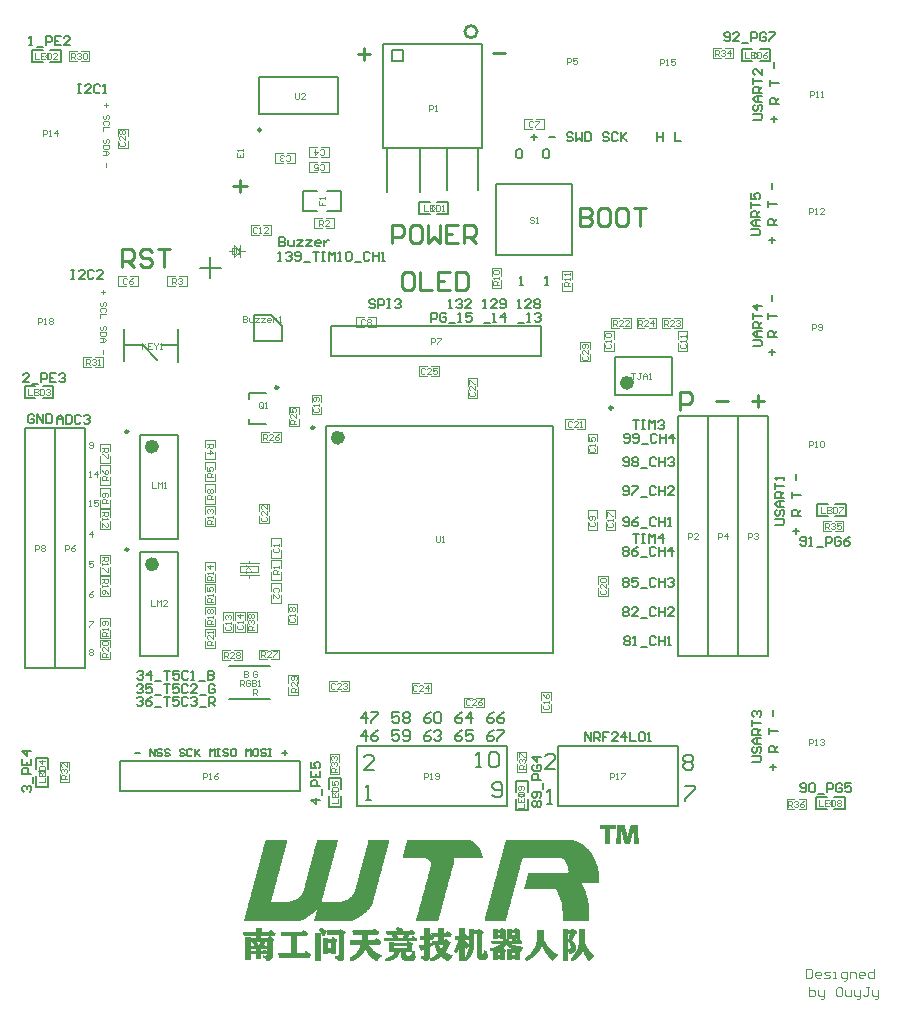
<source format=gto>
G04*
G04 #@! TF.GenerationSoftware,Altium Limited,Altium Designer,19.0.12 (326)*
G04*
G04 Layer_Color=65535*
%FSLAX24Y24*%
%MOIN*%
G70*
G01*
G75*
%ADD10C,0.0098*%
%ADD11C,0.0100*%
%ADD12C,0.0236*%
%ADD13C,0.0060*%
%ADD14C,0.0040*%
%ADD15C,0.0079*%
%ADD16C,0.0039*%
%ADD17C,0.0080*%
%ADD18C,0.0010*%
%ADD19C,0.0050*%
%ADD20C,0.0030*%
D10*
X10469Y23081D02*
G03*
X10469Y23081I-49J0D01*
G01*
X9900Y31666D02*
G03*
X9900Y31666I-49J0D01*
G01*
X21615Y22399D02*
G03*
X21615Y22399I-49J0D01*
G01*
X5476Y21605D02*
G03*
X5476Y21605I-49J0D01*
G01*
Y17683D02*
G03*
X5476Y17683I-49J0D01*
G01*
X11677Y21740D02*
G03*
X11677Y21740I-49J0D01*
G01*
D11*
X17106Y34940D02*
G03*
X17106Y34940I-206J0D01*
G01*
X8980Y29800D02*
X9420D01*
X9200Y29590D02*
Y29980D01*
X23880Y22330D02*
Y22930D01*
X24180D01*
X24280Y22830D01*
Y22630D01*
X24180Y22530D01*
X23880D01*
X25080Y22630D02*
X25479D01*
X26279D02*
X26679D01*
X26479Y22830D02*
Y22430D01*
X20540Y29060D02*
Y28460D01*
X20840D01*
X20940Y28560D01*
Y28660D01*
X20840Y28760D01*
X20540D01*
X20840D01*
X20940Y28860D01*
Y28960D01*
X20840Y29060D01*
X20540D01*
X21440D02*
X21240D01*
X21140Y28960D01*
Y28560D01*
X21240Y28460D01*
X21440D01*
X21540Y28560D01*
Y28960D01*
X21440Y29060D01*
X22040D02*
X21840D01*
X21740Y28960D01*
Y28560D01*
X21840Y28460D01*
X22040D01*
X22139Y28560D01*
Y28960D01*
X22040Y29060D01*
X22339D02*
X22739D01*
X22539D01*
Y28460D01*
X14890Y26930D02*
X14690D01*
X14590Y26830D01*
Y26430D01*
X14690Y26330D01*
X14890D01*
X14990Y26430D01*
Y26830D01*
X14890Y26930D01*
X15190D02*
Y26330D01*
X15590D01*
X16189Y26930D02*
X15790D01*
Y26330D01*
X16189D01*
X15790Y26630D02*
X15990D01*
X16389Y26930D02*
Y26330D01*
X16689D01*
X16789Y26430D01*
Y26830D01*
X16689Y26930D01*
X16389D01*
X14279Y27890D02*
Y28490D01*
X14579D01*
X14679Y28390D01*
Y28190D01*
X14579Y28090D01*
X14279D01*
X15179Y28490D02*
X14979D01*
X14879Y28390D01*
Y27990D01*
X14979Y27890D01*
X15179D01*
X15279Y27990D01*
Y28390D01*
X15179Y28490D01*
X15479D02*
Y27890D01*
X15679Y28090D01*
X15879Y27890D01*
Y28490D01*
X16479D02*
X16079D01*
Y27890D01*
X16479D01*
X16079Y28190D02*
X16279D01*
X16679Y27890D02*
Y28490D01*
X16978D01*
X17078Y28390D01*
Y28190D01*
X16978Y28090D01*
X16679D01*
X16878D02*
X17078Y27890D01*
X5270Y27080D02*
Y27680D01*
X5570D01*
X5670Y27580D01*
Y27380D01*
X5570Y27280D01*
X5270D01*
X5470D02*
X5670Y27080D01*
X6270Y27580D02*
X6170Y27680D01*
X5970D01*
X5870Y27580D01*
Y27480D01*
X5970Y27380D01*
X6170D01*
X6270Y27280D01*
Y27180D01*
X6170Y27080D01*
X5970D01*
X5870Y27180D01*
X6470Y27680D02*
X6869D01*
X6670D01*
Y27080D01*
X17650Y34220D02*
X18050D01*
X13150Y34200D02*
X13550D01*
X13350Y34400D02*
Y34000D01*
D12*
X22217Y23236D02*
G03*
X22217Y23236I-118J0D01*
G01*
X6382Y21109D02*
G03*
X6382Y21109I-118J0D01*
G01*
Y17187D02*
G03*
X6382Y17187I-118J0D01*
G01*
X12582Y21406D02*
G03*
X12582Y21406I-118J0D01*
G01*
D13*
X15770Y28869D02*
X16130D01*
Y29269D01*
X15770D02*
X16130D01*
X15170D02*
X15530D01*
X15170Y28869D02*
Y29269D01*
Y28869D02*
X15530D01*
X2870Y34321D02*
X3230D01*
Y33921D02*
Y34321D01*
X2870Y33921D02*
X3230D01*
X2270D02*
X2630D01*
X2270D02*
Y34321D01*
X2630D01*
X2020Y23121D02*
X2380D01*
X2020Y22721D02*
Y23121D01*
Y22721D02*
X2380D01*
X2620D02*
X2980D01*
Y23121D01*
X2620D02*
X2980D01*
X2399Y10370D02*
Y10730D01*
X2799D01*
Y10370D02*
Y10730D01*
Y9770D02*
Y10130D01*
X2399Y9770D02*
X2799D01*
X2399D02*
Y10130D01*
X12156Y9090D02*
Y9450D01*
Y9090D02*
X12556D01*
Y9450D01*
Y9690D02*
Y10050D01*
X12156D02*
X12556D01*
X12156Y9690D02*
Y10050D01*
X25920Y33969D02*
X26280D01*
X25920D02*
Y34369D01*
X26280D01*
X26520D02*
X26880D01*
Y33969D02*
Y34369D01*
X26520Y33969D02*
X26880D01*
X28450Y19181D02*
X28810D01*
X28450Y18781D02*
Y19181D01*
Y18781D02*
X28810D01*
X29050D02*
X29410D01*
Y19181D01*
X29050D02*
X29410D01*
X29000Y9421D02*
X29360D01*
Y9021D02*
Y9421D01*
X29000Y9021D02*
X29360D01*
X28400D02*
X28760D01*
X28400D02*
Y9421D01*
X28760D01*
X18387Y9005D02*
Y9365D01*
Y9005D02*
X18787D01*
Y9365D01*
Y9605D02*
Y9965D01*
X18387D02*
X18787D01*
X18387Y9605D02*
Y9965D01*
X5690Y10905D02*
X5857D01*
X6190Y10780D02*
Y11030D01*
X6356Y10780D01*
Y11030D01*
X6606Y10988D02*
X6565Y11030D01*
X6481D01*
X6440Y10988D01*
Y10947D01*
X6481Y10905D01*
X6565D01*
X6606Y10863D01*
Y10822D01*
X6565Y10780D01*
X6481D01*
X6440Y10822D01*
X6856Y10988D02*
X6815Y11030D01*
X6731D01*
X6690Y10988D01*
Y10947D01*
X6731Y10905D01*
X6815D01*
X6856Y10863D01*
Y10822D01*
X6815Y10780D01*
X6731D01*
X6690Y10822D01*
X7356Y10988D02*
X7314Y11030D01*
X7231D01*
X7190Y10988D01*
Y10947D01*
X7231Y10905D01*
X7314D01*
X7356Y10863D01*
Y10822D01*
X7314Y10780D01*
X7231D01*
X7190Y10822D01*
X7606Y10988D02*
X7564Y11030D01*
X7481D01*
X7439Y10988D01*
Y10822D01*
X7481Y10780D01*
X7564D01*
X7606Y10822D01*
X7689Y11030D02*
Y10780D01*
Y10863D01*
X7856Y11030D01*
X7731Y10905D01*
X7856Y10780D01*
X8189D02*
Y11030D01*
X8273Y10947D01*
X8356Y11030D01*
Y10780D01*
X8439Y11030D02*
X8522D01*
X8481D01*
Y10780D01*
X8439D01*
X8522D01*
X8814Y10988D02*
X8772Y11030D01*
X8689D01*
X8647Y10988D01*
Y10947D01*
X8689Y10905D01*
X8772D01*
X8814Y10863D01*
Y10822D01*
X8772Y10780D01*
X8689D01*
X8647Y10822D01*
X9022Y11030D02*
X8939D01*
X8897Y10988D01*
Y10822D01*
X8939Y10780D01*
X9022D01*
X9064Y10822D01*
Y10988D01*
X9022Y11030D01*
X9397Y10780D02*
Y11030D01*
X9480Y10947D01*
X9564Y11030D01*
Y10780D01*
X9772Y11030D02*
X9689D01*
X9647Y10988D01*
Y10822D01*
X9689Y10780D01*
X9772D01*
X9814Y10822D01*
Y10988D01*
X9772Y11030D01*
X10064Y10988D02*
X10022Y11030D01*
X9939D01*
X9897Y10988D01*
Y10947D01*
X9939Y10905D01*
X10022D01*
X10064Y10863D01*
Y10822D01*
X10022Y10780D01*
X9939D01*
X9897Y10822D01*
X10147Y11030D02*
X10230D01*
X10189D01*
Y10780D01*
X10147D01*
X10230D01*
X10605Y10905D02*
X10772D01*
X10688Y10988D02*
Y10822D01*
D14*
X15600Y28950D02*
Y29160D01*
X15705Y29055D01*
X15600Y28950D02*
X15705Y29055D01*
X2695Y34135D02*
X2800Y34240D01*
X2695Y34135D02*
X2800Y34030D01*
Y34240D01*
X2550Y22830D02*
Y23040D01*
X2445Y22935D02*
X2550Y22830D01*
X2445Y22935D02*
X2550Y23040D01*
X2480Y10300D02*
X2585Y10195D01*
X2690Y10300D01*
X2480D02*
X2690D01*
X12237Y9620D02*
X12447D01*
X12342Y9515D02*
X12447Y9620D01*
X12237D02*
X12342Y9515D01*
X26350Y34050D02*
X26455Y34155D01*
X26350Y34260D02*
X26455Y34155D01*
X26350Y34050D02*
Y34260D01*
X28980Y18891D02*
Y19101D01*
X28875Y18996D02*
X28980Y18891D01*
X28875Y18996D02*
X28980Y19101D01*
X28825Y9235D02*
X28930Y9340D01*
X28825Y9235D02*
X28930Y9130D01*
Y9340D01*
X18467Y9535D02*
X18677D01*
X18572Y9430D02*
X18677Y9535D01*
X18467D02*
X18572Y9430D01*
X4160Y14327D02*
X4193Y14360D01*
X4260D01*
X4293Y14327D01*
Y14293D01*
X4260Y14260D01*
X4293Y14227D01*
Y14193D01*
X4260Y14160D01*
X4193D01*
X4160Y14193D01*
Y14227D01*
X4193Y14260D01*
X4160Y14293D01*
Y14327D01*
X4193Y14260D02*
X4260D01*
X4180Y15300D02*
X4313D01*
Y15267D01*
X4180Y15133D01*
Y15100D01*
X4303Y16280D02*
X4237Y16247D01*
X4170Y16180D01*
Y16113D01*
X4203Y16080D01*
X4270D01*
X4303Y16113D01*
Y16147D01*
X4270Y16180D01*
X4170D01*
X4313Y17302D02*
X4180D01*
Y17202D01*
X4247Y17235D01*
X4280D01*
X4313Y17202D01*
Y17135D01*
X4280Y17102D01*
X4213D01*
X4180Y17135D01*
X4270Y18080D02*
Y18280D01*
X4170Y18180D01*
X4303D01*
X4160Y19121D02*
X4227D01*
X4193D01*
Y19321D01*
X4160Y19287D01*
X4460Y19321D02*
X4327D01*
Y19221D01*
X4393Y19254D01*
X4427D01*
X4460Y19221D01*
Y19154D01*
X4427Y19121D01*
X4360D01*
X4327Y19154D01*
X4160Y20090D02*
X4227D01*
X4193D01*
Y20290D01*
X4160Y20257D01*
X4427Y20090D02*
Y20290D01*
X4327Y20190D01*
X4460D01*
X4180Y21103D02*
X4213Y21070D01*
X4280D01*
X4313Y21103D01*
Y21237D01*
X4280Y21270D01*
X4213D01*
X4180Y21237D01*
Y21203D01*
X4213Y21170D01*
X4313D01*
X15320Y10020D02*
Y10220D01*
X15420D01*
X15453Y10187D01*
Y10120D01*
X15420Y10087D01*
X15320D01*
X15520Y10020D02*
X15587D01*
X15553D01*
Y10220D01*
X15520Y10187D01*
X15687Y10053D02*
X15720Y10020D01*
X15787D01*
X15820Y10053D01*
Y10187D01*
X15787Y10220D01*
X15720D01*
X15687Y10187D01*
Y10153D01*
X15720Y10120D01*
X15820D01*
X28260Y24990D02*
Y25190D01*
X28360D01*
X28393Y25157D01*
Y25090D01*
X28360Y25057D01*
X28260D01*
X28460Y25023D02*
X28493Y24990D01*
X28560D01*
X28593Y25023D01*
Y25157D01*
X28560Y25190D01*
X28493D01*
X28460Y25157D01*
Y25123D01*
X28493Y25090D01*
X28593D01*
X20110Y33850D02*
Y34050D01*
X20210D01*
X20243Y34017D01*
Y33950D01*
X20210Y33917D01*
X20110D01*
X20443Y34050D02*
X20310D01*
Y33950D01*
X20377Y33983D01*
X20410D01*
X20443Y33950D01*
Y33883D01*
X20410Y33850D01*
X20343D01*
X20310Y33883D01*
X15720Y18120D02*
Y17953D01*
X15753Y17920D01*
X15820D01*
X15853Y17953D01*
Y18120D01*
X15920Y17920D02*
X15987D01*
X15953D01*
Y18120D01*
X15920Y18087D01*
X9210Y13140D02*
Y13340D01*
X9310D01*
X9343Y13307D01*
Y13240D01*
X9310Y13207D01*
X9210D01*
X9277D02*
X9343Y13140D01*
X9543Y13307D02*
X9510Y13340D01*
X9443D01*
X9410Y13307D01*
Y13173D01*
X9443Y13140D01*
X9510D01*
X9543Y13173D01*
Y13240D01*
X9477D01*
X9610Y13340D02*
Y13140D01*
X9710D01*
X9743Y13173D01*
Y13207D01*
X9710Y13240D01*
X9610D01*
X9710D01*
X9743Y13273D01*
Y13307D01*
X9710Y13340D01*
X9610D01*
X9810Y13140D02*
X9876D01*
X9843D01*
Y13340D01*
X9810Y13307D01*
X11090Y12920D02*
X10890D01*
Y13020D01*
X10923Y13053D01*
X10990D01*
X11023Y13020D01*
Y12920D01*
Y12987D02*
X11090Y13053D01*
Y13253D02*
Y13120D01*
X10957Y13253D01*
X10923D01*
X10890Y13220D01*
Y13153D01*
X10923Y13120D01*
X11057Y13320D02*
X11090Y13353D01*
Y13420D01*
X11057Y13453D01*
X10923D01*
X10890Y13420D01*
Y13353D01*
X10923Y13320D01*
X10957D01*
X10990Y13353D01*
Y13453D01*
X8670Y14070D02*
Y14270D01*
X8770D01*
X8803Y14237D01*
Y14170D01*
X8770Y14137D01*
X8670D01*
X8737D02*
X8803Y14070D01*
X9003D02*
X8870D01*
X9003Y14203D01*
Y14237D01*
X8970Y14270D01*
X8903D01*
X8870Y14237D01*
X9070D02*
X9103Y14270D01*
X9170D01*
X9203Y14237D01*
Y14203D01*
X9170Y14170D01*
X9203Y14137D01*
Y14103D01*
X9170Y14070D01*
X9103D01*
X9070Y14103D01*
Y14137D01*
X9103Y14170D01*
X9070Y14203D01*
Y14237D01*
X9103Y14170D02*
X9170D01*
X9900Y14080D02*
Y14280D01*
X10000D01*
X10033Y14247D01*
Y14180D01*
X10000Y14147D01*
X9900D01*
X9967D02*
X10033Y14080D01*
X10233D02*
X10100D01*
X10233Y14213D01*
Y14247D01*
X10200Y14280D01*
X10133D01*
X10100Y14247D01*
X10300Y14280D02*
X10433D01*
Y14247D01*
X10300Y14113D01*
Y14080D01*
X4790Y14810D02*
X4590D01*
Y14910D01*
X4623Y14943D01*
X4690D01*
X4723Y14910D01*
Y14810D01*
Y14877D02*
X4790Y14943D01*
Y15010D02*
Y15077D01*
Y15043D01*
X4590D01*
X4623Y15010D01*
X4757Y15177D02*
X4790Y15210D01*
Y15277D01*
X4757Y15310D01*
X4623D01*
X4590Y15277D01*
Y15210D01*
X4623Y15177D01*
X4657D01*
X4690Y15210D01*
Y15310D01*
X4600Y17420D02*
X4800D01*
Y17320D01*
X4767Y17287D01*
X4700D01*
X4667Y17320D01*
Y17420D01*
Y17353D02*
X4600Y17287D01*
Y17220D02*
Y17153D01*
Y17187D01*
X4800D01*
X4767Y17220D01*
X4800Y17053D02*
Y16920D01*
X4767D01*
X4633Y17053D01*
X4600D01*
X6230Y15990D02*
Y15790D01*
X6363D01*
X6430D02*
Y15990D01*
X6497Y15923D01*
X6563Y15990D01*
Y15790D01*
X6763D02*
X6630D01*
X6763Y15923D01*
Y15957D01*
X6730Y15990D01*
X6663D01*
X6630Y15957D01*
X3380Y17620D02*
Y17820D01*
X3480D01*
X3513Y17787D01*
Y17720D01*
X3480Y17687D01*
X3380D01*
X3713Y17820D02*
X3647Y17787D01*
X3580Y17720D01*
Y17653D01*
X3613Y17620D01*
X3680D01*
X3713Y17653D01*
Y17687D01*
X3680Y17720D01*
X3580D01*
X6270Y19920D02*
Y19720D01*
X6403D01*
X6470D02*
Y19920D01*
X6537Y19853D01*
X6603Y19920D01*
Y19720D01*
X6670D02*
X6737D01*
X6703D01*
Y19920D01*
X6670Y19887D01*
X8310Y14480D02*
X8110D01*
Y14580D01*
X8143Y14613D01*
X8210D01*
X8243Y14580D01*
Y14480D01*
Y14547D02*
X8310Y14613D01*
Y14813D02*
Y14680D01*
X8177Y14813D01*
X8143D01*
X8110Y14780D01*
Y14713D01*
X8143Y14680D01*
X8310Y14880D02*
Y14947D01*
Y14913D01*
X8110D01*
X8143Y14880D01*
X4790Y14080D02*
X4590D01*
Y14180D01*
X4623Y14213D01*
X4690D01*
X4723Y14180D01*
Y14080D01*
Y14147D02*
X4790Y14213D01*
Y14413D02*
Y14280D01*
X4657Y14413D01*
X4623D01*
X4590Y14380D01*
Y14313D01*
X4623Y14280D01*
Y14480D02*
X4590Y14513D01*
Y14580D01*
X4623Y14613D01*
X4757D01*
X4790Y14580D01*
Y14513D01*
X4757Y14480D01*
X4623D01*
X8300Y15190D02*
X8100D01*
Y15290D01*
X8133Y15323D01*
X8200D01*
X8233Y15290D01*
Y15190D01*
Y15257D02*
X8300Y15323D01*
Y15390D02*
Y15457D01*
Y15423D01*
X8100D01*
X8133Y15390D01*
Y15557D02*
X8100Y15590D01*
Y15657D01*
X8133Y15690D01*
X8167D01*
X8200Y15657D01*
X8233Y15690D01*
X8267D01*
X8300Y15657D01*
Y15590D01*
X8267Y15557D01*
X8233D01*
X8200Y15590D01*
X8167Y15557D01*
X8133D01*
X8200Y15590D02*
Y15657D01*
X4600Y16710D02*
X4800D01*
Y16610D01*
X4767Y16577D01*
X4700D01*
X4667Y16610D01*
Y16710D01*
Y16643D02*
X4600Y16577D01*
Y16510D02*
Y16443D01*
Y16477D01*
X4800D01*
X4767Y16510D01*
X4800Y16210D02*
X4767Y16277D01*
X4700Y16343D01*
X4633D01*
X4600Y16310D01*
Y16243D01*
X4633Y16210D01*
X4667D01*
X4700Y16243D01*
Y16343D01*
X8300Y15920D02*
X8100D01*
Y16020D01*
X8133Y16053D01*
X8200D01*
X8233Y16020D01*
Y15920D01*
Y15987D02*
X8300Y16053D01*
Y16120D02*
Y16187D01*
Y16153D01*
X8100D01*
X8133Y16120D01*
X8100Y16420D02*
Y16287D01*
X8200D01*
X8167Y16353D01*
Y16387D01*
X8200Y16420D01*
X8267D01*
X8300Y16387D01*
Y16320D01*
X8267Y16287D01*
X8310Y16670D02*
X8110D01*
Y16770D01*
X8143Y16803D01*
X8210D01*
X8243Y16770D01*
Y16670D01*
Y16737D02*
X8310Y16803D01*
Y16870D02*
Y16937D01*
Y16903D01*
X8110D01*
X8143Y16870D01*
X8310Y17137D02*
X8110D01*
X8210Y17037D01*
Y17170D01*
X8300Y18540D02*
X8100D01*
Y18640D01*
X8133Y18673D01*
X8200D01*
X8233Y18640D01*
Y18540D01*
Y18607D02*
X8300Y18673D01*
Y18740D02*
Y18807D01*
Y18773D01*
X8100D01*
X8133Y18740D01*
Y18907D02*
X8100Y18940D01*
Y19007D01*
X8133Y19040D01*
X8167D01*
X8200Y19007D01*
Y18973D01*
Y19007D01*
X8233Y19040D01*
X8267D01*
X8300Y19007D01*
Y18940D01*
X8267Y18907D01*
X4600Y18940D02*
X4800D01*
Y18840D01*
X4767Y18807D01*
X4700D01*
X4667Y18840D01*
Y18940D01*
Y18873D02*
X4600Y18807D01*
Y18740D02*
Y18673D01*
Y18707D01*
X4800D01*
X4767Y18740D01*
X4600Y18440D02*
Y18573D01*
X4733Y18440D01*
X4767D01*
X4800Y18473D01*
Y18540D01*
X4767Y18573D01*
X4800Y19230D02*
X4600D01*
Y19330D01*
X4633Y19363D01*
X4700D01*
X4733Y19330D01*
Y19230D01*
Y19297D02*
X4800Y19363D01*
X4767Y19430D02*
X4800Y19463D01*
Y19530D01*
X4767Y19563D01*
X4633D01*
X4600Y19530D01*
Y19463D01*
X4633Y19430D01*
X4667D01*
X4700Y19463D01*
Y19563D01*
X8300Y19350D02*
X8100D01*
Y19450D01*
X8133Y19483D01*
X8200D01*
X8233Y19450D01*
Y19350D01*
Y19417D02*
X8300Y19483D01*
X8133Y19550D02*
X8100Y19583D01*
Y19650D01*
X8133Y19683D01*
X8167D01*
X8200Y19650D01*
X8233Y19683D01*
X8267D01*
X8300Y19650D01*
Y19583D01*
X8267Y19550D01*
X8233D01*
X8200Y19583D01*
X8167Y19550D01*
X8133D01*
X8200Y19583D02*
Y19650D01*
X4600Y21050D02*
X4800D01*
Y20950D01*
X4767Y20917D01*
X4700D01*
X4667Y20950D01*
Y21050D01*
Y20983D02*
X4600Y20917D01*
X4800Y20850D02*
Y20717D01*
X4767D01*
X4633Y20850D01*
X4600D01*
X4800Y19980D02*
X4600D01*
Y20080D01*
X4633Y20113D01*
X4700D01*
X4733Y20080D01*
Y19980D01*
Y20047D02*
X4800Y20113D01*
X4600Y20313D02*
X4633Y20247D01*
X4700Y20180D01*
X4767D01*
X4800Y20213D01*
Y20280D01*
X4767Y20313D01*
X4733D01*
X4700Y20280D01*
Y20180D01*
X8300Y20110D02*
X8100D01*
Y20210D01*
X8133Y20243D01*
X8200D01*
X8233Y20210D01*
Y20110D01*
Y20177D02*
X8300Y20243D01*
X8100Y20443D02*
Y20310D01*
X8200D01*
X8167Y20377D01*
Y20410D01*
X8200Y20443D01*
X8267D01*
X8300Y20410D01*
Y20343D01*
X8267Y20310D01*
X8100Y21180D02*
X8300D01*
Y21080D01*
X8267Y21047D01*
X8200D01*
X8167Y21080D01*
Y21180D01*
Y21113D02*
X8100Y21047D01*
Y20880D02*
X8300D01*
X8200Y20980D01*
Y20847D01*
X22250Y23570D02*
X22383D01*
X22317D01*
Y23370D01*
X22583Y23570D02*
X22517D01*
X22550D01*
Y23403D01*
X22517Y23370D01*
X22483D01*
X22450Y23403D01*
X22650Y23370D02*
Y23503D01*
X22717Y23570D01*
X22783Y23503D01*
Y23370D01*
Y23470D01*
X22650D01*
X22850Y23370D02*
X22916D01*
X22883D01*
Y23570D01*
X22850Y23537D01*
X18993Y28737D02*
X18960Y28770D01*
X18893D01*
X18860Y28737D01*
Y28703D01*
X18893Y28670D01*
X18960D01*
X18993Y28637D01*
Y28603D01*
X18960Y28570D01*
X18893D01*
X18860Y28603D01*
X19060Y28570D02*
X19127D01*
X19093D01*
Y28770D01*
X19060Y28737D01*
X9683Y15000D02*
X9483D01*
Y15100D01*
X9517Y15133D01*
X9583D01*
X9617Y15100D01*
Y15000D01*
Y15067D02*
X9683Y15133D01*
X9517Y15200D02*
X9483Y15233D01*
Y15300D01*
X9517Y15333D01*
X9550D01*
X9583Y15300D01*
Y15267D01*
Y15300D01*
X9617Y15333D01*
X9650D01*
X9683Y15300D01*
Y15233D01*
X9650Y15200D01*
X9517Y15400D02*
X9483Y15433D01*
Y15500D01*
X9517Y15533D01*
X9550D01*
X9583Y15500D01*
X9617Y15533D01*
X9650D01*
X9683Y15500D01*
Y15433D01*
X9650Y15400D01*
X9617D01*
X9583Y15433D01*
X9550Y15400D01*
X9517D01*
X9583Y15433D02*
Y15500D01*
X18703Y10370D02*
X18503D01*
Y10470D01*
X18537Y10503D01*
X18603D01*
X18637Y10470D01*
Y10370D01*
Y10437D02*
X18703Y10503D01*
X18537Y10570D02*
X18503Y10603D01*
Y10670D01*
X18537Y10703D01*
X18570D01*
X18603Y10670D01*
Y10637D01*
Y10670D01*
X18637Y10703D01*
X18670D01*
X18703Y10670D01*
Y10603D01*
X18670Y10570D01*
X18503Y10770D02*
Y10903D01*
X18537D01*
X18670Y10770D01*
X18703D01*
X27480Y9110D02*
Y9310D01*
X27580D01*
X27613Y9277D01*
Y9210D01*
X27580Y9177D01*
X27480D01*
X27547D02*
X27613Y9110D01*
X27680Y9277D02*
X27713Y9310D01*
X27780D01*
X27813Y9277D01*
Y9243D01*
X27780Y9210D01*
X27747D01*
X27780D01*
X27813Y9177D01*
Y9143D01*
X27780Y9110D01*
X27713D01*
X27680Y9143D01*
X28013Y9310D02*
X27947Y9277D01*
X27880Y9210D01*
Y9143D01*
X27913Y9110D01*
X27980D01*
X28013Y9143D01*
Y9177D01*
X27980Y9210D01*
X27880D01*
X28690Y18370D02*
Y18570D01*
X28790D01*
X28823Y18537D01*
Y18470D01*
X28790Y18437D01*
X28690D01*
X28757D02*
X28823Y18370D01*
X28890Y18537D02*
X28923Y18570D01*
X28990D01*
X29023Y18537D01*
Y18503D01*
X28990Y18470D01*
X28957D01*
X28990D01*
X29023Y18437D01*
Y18403D01*
X28990Y18370D01*
X28923D01*
X28890Y18403D01*
X29223Y18570D02*
X29090D01*
Y18470D01*
X29157Y18503D01*
X29190D01*
X29223Y18470D01*
Y18403D01*
X29190Y18370D01*
X29123D01*
X29090Y18403D01*
X25040Y34120D02*
Y34320D01*
X25140D01*
X25173Y34287D01*
Y34220D01*
X25140Y34187D01*
X25040D01*
X25107D02*
X25173Y34120D01*
X25240Y34287D02*
X25273Y34320D01*
X25340D01*
X25373Y34287D01*
Y34253D01*
X25340Y34220D01*
X25307D01*
X25340D01*
X25373Y34187D01*
Y34153D01*
X25340Y34120D01*
X25273D01*
X25240Y34153D01*
X25540Y34120D02*
Y34320D01*
X25440Y34220D01*
X25573D01*
X12430Y10260D02*
X12230D01*
Y10360D01*
X12263Y10393D01*
X12330D01*
X12363Y10360D01*
Y10260D01*
Y10327D02*
X12430Y10393D01*
X12263Y10460D02*
X12230Y10493D01*
Y10560D01*
X12263Y10593D01*
X12297D01*
X12330Y10560D01*
Y10527D01*
Y10560D01*
X12363Y10593D01*
X12397D01*
X12430Y10560D01*
Y10493D01*
X12397Y10460D01*
X12263Y10660D02*
X12230Y10693D01*
Y10760D01*
X12263Y10793D01*
X12297D01*
X12330Y10760D01*
Y10727D01*
Y10760D01*
X12363Y10793D01*
X12397D01*
X12430Y10760D01*
Y10693D01*
X12397Y10660D01*
X3430Y10020D02*
X3230D01*
Y10120D01*
X3263Y10153D01*
X3330D01*
X3363Y10120D01*
Y10020D01*
Y10087D02*
X3430Y10153D01*
X3263Y10220D02*
X3230Y10253D01*
Y10320D01*
X3263Y10353D01*
X3297D01*
X3330Y10320D01*
Y10287D01*
Y10320D01*
X3363Y10353D01*
X3397D01*
X3430Y10320D01*
Y10253D01*
X3397Y10220D01*
X3430Y10553D02*
Y10420D01*
X3297Y10553D01*
X3263D01*
X3230Y10520D01*
Y10453D01*
X3263Y10420D01*
X4060Y23820D02*
Y24020D01*
X4160D01*
X4193Y23987D01*
Y23920D01*
X4160Y23887D01*
X4060D01*
X4127D02*
X4193Y23820D01*
X4260Y23987D02*
X4293Y24020D01*
X4360D01*
X4393Y23987D01*
Y23953D01*
X4360Y23920D01*
X4327D01*
X4360D01*
X4393Y23887D01*
Y23853D01*
X4360Y23820D01*
X4293D01*
X4260Y23853D01*
X4460Y23820D02*
X4527D01*
X4493D01*
Y24020D01*
X4460Y23987D01*
X3570Y34020D02*
Y34220D01*
X3670D01*
X3703Y34187D01*
Y34120D01*
X3670Y34087D01*
X3570D01*
X3637D02*
X3703Y34020D01*
X3770Y34187D02*
X3803Y34220D01*
X3870D01*
X3903Y34187D01*
Y34153D01*
X3870Y34120D01*
X3837D01*
X3870D01*
X3903Y34087D01*
Y34053D01*
X3870Y34020D01*
X3803D01*
X3770Y34053D01*
X3970Y34187D02*
X4003Y34220D01*
X4070D01*
X4103Y34187D01*
Y34053D01*
X4070Y34020D01*
X4003D01*
X3970Y34053D01*
Y34187D01*
X9970Y21320D02*
Y21520D01*
X10070D01*
X10103Y21487D01*
Y21420D01*
X10070Y21387D01*
X9970D01*
X10037D02*
X10103Y21320D01*
X10303D02*
X10170D01*
X10303Y21453D01*
Y21487D01*
X10270Y21520D01*
X10203D01*
X10170Y21487D01*
X10503Y21520D02*
X10437Y21487D01*
X10370Y21420D01*
Y21353D01*
X10403Y21320D01*
X10470D01*
X10503Y21353D01*
Y21387D01*
X10470Y21420D01*
X10370D01*
X11080Y21858D02*
X10880D01*
Y21958D01*
X10913Y21991D01*
X10980D01*
X11013Y21958D01*
Y21858D01*
Y21925D02*
X11080Y21991D01*
Y22191D02*
Y22058D01*
X10947Y22191D01*
X10913D01*
X10880Y22158D01*
Y22091D01*
X10913Y22058D01*
X10880Y22391D02*
Y22258D01*
X10980D01*
X10947Y22325D01*
Y22358D01*
X10980Y22391D01*
X11047D01*
X11080Y22358D01*
Y22291D01*
X11047Y22258D01*
X22480Y25120D02*
Y25320D01*
X22580D01*
X22613Y25287D01*
Y25220D01*
X22580Y25187D01*
X22480D01*
X22547D02*
X22613Y25120D01*
X22813D02*
X22680D01*
X22813Y25253D01*
Y25287D01*
X22780Y25320D01*
X22713D01*
X22680Y25287D01*
X22980Y25120D02*
Y25320D01*
X22880Y25220D01*
X23013D01*
X23320Y25120D02*
Y25320D01*
X23420D01*
X23453Y25287D01*
Y25220D01*
X23420Y25187D01*
X23320D01*
X23387D02*
X23453Y25120D01*
X23653D02*
X23520D01*
X23653Y25253D01*
Y25287D01*
X23620Y25320D01*
X23553D01*
X23520Y25287D01*
X23720D02*
X23753Y25320D01*
X23820D01*
X23853Y25287D01*
Y25253D01*
X23820Y25220D01*
X23787D01*
X23820D01*
X23853Y25187D01*
Y25153D01*
X23820Y25120D01*
X23753D01*
X23720Y25153D01*
X21630Y25120D02*
Y25320D01*
X21730D01*
X21763Y25287D01*
Y25220D01*
X21730Y25187D01*
X21630D01*
X21697D02*
X21763Y25120D01*
X21963D02*
X21830D01*
X21963Y25253D01*
Y25287D01*
X21930Y25320D01*
X21863D01*
X21830Y25287D01*
X22163Y25120D02*
X22030D01*
X22163Y25253D01*
Y25287D01*
X22130Y25320D01*
X22063D01*
X22030Y25287D01*
X20200Y26450D02*
X20000D01*
Y26550D01*
X20033Y26583D01*
X20100D01*
X20133Y26550D01*
Y26450D01*
Y26517D02*
X20200Y26583D01*
Y26650D02*
Y26717D01*
Y26683D01*
X20000D01*
X20033Y26650D01*
X20200Y26817D02*
Y26883D01*
Y26850D01*
X20000D01*
X20033Y26817D01*
X17850Y26480D02*
X17650D01*
Y26580D01*
X17683Y26613D01*
X17750D01*
X17783Y26580D01*
Y26480D01*
Y26547D02*
X17850Y26613D01*
Y26680D02*
Y26747D01*
Y26713D01*
X17650D01*
X17683Y26680D01*
Y26847D02*
X17650Y26880D01*
Y26947D01*
X17683Y26980D01*
X17817D01*
X17850Y26947D01*
Y26880D01*
X17817Y26847D01*
X17683D01*
X6920Y26520D02*
Y26720D01*
X7020D01*
X7053Y26687D01*
Y26620D01*
X7020Y26587D01*
X6920D01*
X6987D02*
X7053Y26520D01*
X7120Y26687D02*
X7153Y26720D01*
X7220D01*
X7253Y26687D01*
Y26653D01*
X7220Y26620D01*
X7187D01*
X7220D01*
X7253Y26587D01*
Y26553D01*
X7220Y26520D01*
X7153D01*
X7120Y26553D01*
X9953Y22413D02*
Y22547D01*
X9920Y22580D01*
X9853D01*
X9820Y22547D01*
Y22413D01*
X9853Y22380D01*
X9920D01*
X9887Y22447D02*
X9953Y22380D01*
X9920D02*
X9953Y22413D01*
X10020Y22380D02*
X10087D01*
X10053D01*
Y22580D01*
X10020Y22547D01*
X2470Y25210D02*
Y25410D01*
X2570D01*
X2603Y25377D01*
Y25310D01*
X2570Y25277D01*
X2470D01*
X2670Y25210D02*
X2737D01*
X2703D01*
Y25410D01*
X2670Y25377D01*
X2837D02*
X2870Y25410D01*
X2937D01*
X2970Y25377D01*
Y25343D01*
X2937Y25310D01*
X2970Y25277D01*
Y25243D01*
X2937Y25210D01*
X2870D01*
X2837Y25243D01*
Y25277D01*
X2870Y25310D01*
X2837Y25343D01*
Y25377D01*
X2870Y25310D02*
X2937D01*
X21520Y10020D02*
Y10220D01*
X21620D01*
X21653Y10187D01*
Y10120D01*
X21620Y10087D01*
X21520D01*
X21720Y10020D02*
X21787D01*
X21753D01*
Y10220D01*
X21720Y10187D01*
X21887Y10220D02*
X22020D01*
Y10187D01*
X21887Y10053D01*
Y10020D01*
X7960D02*
Y10220D01*
X8060D01*
X8093Y10187D01*
Y10120D01*
X8060Y10087D01*
X7960D01*
X8160Y10020D02*
X8227D01*
X8193D01*
Y10220D01*
X8160Y10187D01*
X8460Y10220D02*
X8393Y10187D01*
X8327Y10120D01*
Y10053D01*
X8360Y10020D01*
X8427D01*
X8460Y10053D01*
Y10087D01*
X8427Y10120D01*
X8327D01*
X23210Y33840D02*
Y34040D01*
X23310D01*
X23343Y34007D01*
Y33940D01*
X23310Y33907D01*
X23210D01*
X23410Y33840D02*
X23477D01*
X23443D01*
Y34040D01*
X23410Y34007D01*
X23710Y34040D02*
X23577D01*
Y33940D01*
X23643Y33973D01*
X23677D01*
X23710Y33940D01*
Y33873D01*
X23677Y33840D01*
X23610D01*
X23577Y33873D01*
X2620Y31450D02*
Y31650D01*
X2720D01*
X2753Y31617D01*
Y31550D01*
X2720Y31517D01*
X2620D01*
X2820Y31450D02*
X2887D01*
X2853D01*
Y31650D01*
X2820Y31617D01*
X3087Y31450D02*
Y31650D01*
X2987Y31550D01*
X3120D01*
X28180Y11170D02*
Y11370D01*
X28280D01*
X28313Y11337D01*
Y11270D01*
X28280Y11237D01*
X28180D01*
X28380Y11170D02*
X28447D01*
X28413D01*
Y11370D01*
X28380Y11337D01*
X28547D02*
X28580Y11370D01*
X28647D01*
X28680Y11337D01*
Y11303D01*
X28647Y11270D01*
X28613D01*
X28647D01*
X28680Y11237D01*
Y11203D01*
X28647Y11170D01*
X28580D01*
X28547Y11203D01*
X28180Y28870D02*
Y29070D01*
X28280D01*
X28313Y29037D01*
Y28970D01*
X28280Y28937D01*
X28180D01*
X28380Y28870D02*
X28447D01*
X28413D01*
Y29070D01*
X28380Y29037D01*
X28680Y28870D02*
X28547D01*
X28680Y29003D01*
Y29037D01*
X28647Y29070D01*
X28580D01*
X28547Y29037D01*
X28210Y32750D02*
Y32950D01*
X28310D01*
X28343Y32917D01*
Y32850D01*
X28310Y32817D01*
X28210D01*
X28410Y32750D02*
X28477D01*
X28443D01*
Y32950D01*
X28410Y32917D01*
X28577Y32750D02*
X28643D01*
X28610D01*
Y32950D01*
X28577Y32917D01*
X28180Y21110D02*
Y21310D01*
X28280D01*
X28313Y21277D01*
Y21210D01*
X28280Y21177D01*
X28180D01*
X28380Y21110D02*
X28447D01*
X28413D01*
Y21310D01*
X28380Y21277D01*
X28547D02*
X28580Y21310D01*
X28647D01*
X28680Y21277D01*
Y21143D01*
X28647Y21110D01*
X28580D01*
X28547Y21143D01*
Y21277D01*
X2380Y17620D02*
Y17820D01*
X2480D01*
X2513Y17787D01*
Y17720D01*
X2480Y17687D01*
X2380D01*
X2580Y17787D02*
X2613Y17820D01*
X2680D01*
X2713Y17787D01*
Y17753D01*
X2680Y17720D01*
X2713Y17687D01*
Y17653D01*
X2680Y17620D01*
X2613D01*
X2580Y17653D01*
Y17687D01*
X2613Y17720D01*
X2580Y17753D01*
Y17787D01*
X2613Y17720D02*
X2680D01*
X15580Y24520D02*
Y24720D01*
X15680D01*
X15713Y24687D01*
Y24620D01*
X15680Y24587D01*
X15580D01*
X15780Y24720D02*
X15913D01*
Y24687D01*
X15780Y24553D01*
Y24520D01*
X18470Y9070D02*
X18670D01*
Y9203D01*
X18470Y9403D02*
Y9270D01*
X18670D01*
Y9403D01*
X18570Y9270D02*
Y9337D01*
X18470Y9470D02*
X18670D01*
Y9570D01*
X18637Y9603D01*
X18503D01*
X18470Y9570D01*
Y9470D01*
X18637Y9670D02*
X18670Y9703D01*
Y9770D01*
X18637Y9803D01*
X18503D01*
X18470Y9770D01*
Y9703D01*
X18503Y9670D01*
X18537D01*
X18570Y9703D01*
Y9803D01*
X28510Y9320D02*
Y9120D01*
X28643D01*
X28843Y9320D02*
X28710D01*
Y9120D01*
X28843D01*
X28710Y9220D02*
X28777D01*
X28910Y9320D02*
Y9120D01*
X29010D01*
X29043Y9153D01*
Y9287D01*
X29010Y9320D01*
X28910D01*
X29110Y9287D02*
X29143Y9320D01*
X29210D01*
X29243Y9287D01*
Y9253D01*
X29210Y9220D01*
X29243Y9187D01*
Y9153D01*
X29210Y9120D01*
X29143D01*
X29110Y9153D01*
Y9187D01*
X29143Y9220D01*
X29110Y9253D01*
Y9287D01*
X29143Y9220D02*
X29210D01*
X28560Y19080D02*
Y18880D01*
X28693D01*
X28893Y19080D02*
X28760D01*
Y18880D01*
X28893D01*
X28760Y18980D02*
X28827D01*
X28960Y19080D02*
Y18880D01*
X29060D01*
X29093Y18913D01*
Y19047D01*
X29060Y19080D01*
X28960D01*
X29160D02*
X29293D01*
Y19047D01*
X29160Y18913D01*
Y18880D01*
X26030Y34270D02*
Y34070D01*
X26163D01*
X26363Y34270D02*
X26230D01*
Y34070D01*
X26363D01*
X26230Y34170D02*
X26297D01*
X26430Y34270D02*
Y34070D01*
X26530D01*
X26563Y34103D01*
Y34237D01*
X26530Y34270D01*
X26430D01*
X26763D02*
X26696Y34237D01*
X26630Y34170D01*
Y34103D01*
X26663Y34070D01*
X26730D01*
X26763Y34103D01*
Y34137D01*
X26730Y34170D01*
X26630D01*
X12260Y9220D02*
X12460D01*
Y9353D01*
X12260Y9553D02*
Y9420D01*
X12460D01*
Y9553D01*
X12360Y9420D02*
Y9487D01*
X12260Y9620D02*
X12460D01*
Y9720D01*
X12427Y9753D01*
X12293D01*
X12260Y9720D01*
Y9620D01*
Y9953D02*
Y9820D01*
X12360D01*
X12327Y9886D01*
Y9920D01*
X12360Y9953D01*
X12427D01*
X12460Y9920D01*
Y9853D01*
X12427Y9820D01*
X2490Y9920D02*
X2690D01*
Y10053D01*
X2490Y10253D02*
Y10120D01*
X2690D01*
Y10253D01*
X2590Y10120D02*
Y10187D01*
X2490Y10320D02*
X2690D01*
Y10420D01*
X2657Y10453D01*
X2523D01*
X2490Y10420D01*
Y10320D01*
X2690Y10620D02*
X2490D01*
X2590Y10520D01*
Y10653D01*
X2130Y23020D02*
Y22820D01*
X2263D01*
X2463Y23020D02*
X2330D01*
Y22820D01*
X2463D01*
X2330Y22920D02*
X2397D01*
X2530Y23020D02*
Y22820D01*
X2630D01*
X2663Y22853D01*
Y22987D01*
X2630Y23020D01*
X2530D01*
X2730Y22987D02*
X2763Y23020D01*
X2830D01*
X2863Y22987D01*
Y22953D01*
X2830Y22920D01*
X2796D01*
X2830D01*
X2863Y22887D01*
Y22853D01*
X2830Y22820D01*
X2763D01*
X2730Y22853D01*
X2380Y34220D02*
Y34020D01*
X2513D01*
X2713Y34220D02*
X2580D01*
Y34020D01*
X2713D01*
X2580Y34120D02*
X2647D01*
X2780Y34220D02*
Y34020D01*
X2880D01*
X2913Y34053D01*
Y34187D01*
X2880Y34220D01*
X2780D01*
X3113Y34020D02*
X2980D01*
X3113Y34153D01*
Y34187D01*
X3080Y34220D01*
X3013D01*
X2980Y34187D01*
X5920Y24570D02*
Y24370D01*
Y24437D01*
X6053Y24570D01*
X5953Y24470D01*
X6053Y24370D01*
X6253Y24570D02*
X6120D01*
Y24370D01*
X6253D01*
X6120Y24470D02*
X6187D01*
X6320Y24570D02*
Y24537D01*
X6387Y24470D01*
X6453Y24537D01*
Y24570D01*
X6387Y24470D02*
Y24370D01*
X6520D02*
X6586D01*
X6553D01*
Y24570D01*
X6520Y24537D01*
X8950Y27720D02*
Y27520D01*
X9050D01*
X9083Y27553D01*
Y27687D01*
X9050Y27720D01*
X8950D01*
X9150Y27520D02*
X9217D01*
X9183D01*
Y27720D01*
X9150Y27687D01*
X20643Y24143D02*
X20610Y24110D01*
Y24043D01*
X20643Y24010D01*
X20777D01*
X20810Y24043D01*
Y24110D01*
X20777Y24143D01*
X20810Y24343D02*
Y24210D01*
X20677Y24343D01*
X20643D01*
X20610Y24310D01*
Y24243D01*
X20643Y24210D01*
X20777Y24410D02*
X20810Y24443D01*
Y24510D01*
X20777Y24543D01*
X20643D01*
X20610Y24510D01*
Y24443D01*
X20643Y24410D01*
X20677D01*
X20710Y24443D01*
Y24543D01*
X5203Y31253D02*
X5170Y31220D01*
Y31153D01*
X5203Y31120D01*
X5337D01*
X5370Y31153D01*
Y31220D01*
X5337Y31253D01*
X5370Y31453D02*
Y31320D01*
X5237Y31453D01*
X5203D01*
X5170Y31420D01*
Y31353D01*
X5203Y31320D01*
Y31520D02*
X5170Y31553D01*
Y31620D01*
X5203Y31653D01*
X5237D01*
X5270Y31620D01*
X5303Y31653D01*
X5337D01*
X5370Y31620D01*
Y31553D01*
X5337Y31520D01*
X5303D01*
X5270Y31553D01*
X5237Y31520D01*
X5203D01*
X5270Y31553D02*
Y31620D01*
X16883Y22943D02*
X16850Y22910D01*
Y22843D01*
X16883Y22810D01*
X17017D01*
X17050Y22843D01*
Y22910D01*
X17017Y22943D01*
X17050Y23143D02*
Y23010D01*
X16917Y23143D01*
X16883D01*
X16850Y23110D01*
Y23043D01*
X16883Y23010D01*
X16850Y23210D02*
Y23343D01*
X16883D01*
X17017Y23210D01*
X17050D01*
X16873Y12647D02*
X16840Y12680D01*
X16773D01*
X16740Y12647D01*
Y12513D01*
X16773Y12480D01*
X16840D01*
X16873Y12513D01*
X17073Y12480D02*
X16940D01*
X17073Y12613D01*
Y12647D01*
X17040Y12680D01*
X16973D01*
X16940Y12647D01*
X17273Y12680D02*
X17207Y12647D01*
X17140Y12580D01*
Y12513D01*
X17173Y12480D01*
X17240D01*
X17273Y12513D01*
Y12547D01*
X17240Y12580D01*
X17140D01*
X15363Y23687D02*
X15330Y23720D01*
X15263D01*
X15230Y23687D01*
Y23553D01*
X15263Y23520D01*
X15330D01*
X15363Y23553D01*
X15563Y23520D02*
X15430D01*
X15563Y23653D01*
Y23687D01*
X15530Y23720D01*
X15463D01*
X15430Y23687D01*
X15763Y23720D02*
X15630D01*
Y23620D01*
X15697Y23653D01*
X15730D01*
X15763Y23620D01*
Y23553D01*
X15730Y23520D01*
X15663D01*
X15630Y23553D01*
X15113Y13137D02*
X15080Y13170D01*
X15013D01*
X14980Y13137D01*
Y13003D01*
X15013Y12970D01*
X15080D01*
X15113Y13003D01*
X15313Y12970D02*
X15180D01*
X15313Y13103D01*
Y13137D01*
X15280Y13170D01*
X15213D01*
X15180Y13137D01*
X15480Y12970D02*
Y13170D01*
X15380Y13070D01*
X15513D01*
X12363Y13197D02*
X12330Y13230D01*
X12263D01*
X12230Y13197D01*
Y13063D01*
X12263Y13030D01*
X12330D01*
X12363Y13063D01*
X12563Y13030D02*
X12430D01*
X12563Y13163D01*
Y13197D01*
X12530Y13230D01*
X12463D01*
X12430Y13197D01*
X12630D02*
X12663Y13230D01*
X12730D01*
X12763Y13197D01*
Y13163D01*
X12730Y13130D01*
X12697D01*
X12730D01*
X12763Y13097D01*
Y13063D01*
X12730Y13030D01*
X12663D01*
X12630Y13063D01*
X9943Y18763D02*
X9910Y18730D01*
Y18663D01*
X9943Y18630D01*
X10077D01*
X10110Y18663D01*
Y18730D01*
X10077Y18763D01*
X10110Y18963D02*
Y18830D01*
X9977Y18963D01*
X9943D01*
X9910Y18930D01*
Y18863D01*
X9943Y18830D01*
X10110Y19163D02*
Y19030D01*
X9977Y19163D01*
X9943D01*
X9910Y19130D01*
Y19063D01*
X9943Y19030D01*
X20263Y21937D02*
X20230Y21970D01*
X20163D01*
X20130Y21937D01*
Y21803D01*
X20163Y21770D01*
X20230D01*
X20263Y21803D01*
X20463Y21770D02*
X20330D01*
X20463Y21903D01*
Y21937D01*
X20430Y21970D01*
X20363D01*
X20330Y21937D01*
X20530Y21770D02*
X20597D01*
X20563D01*
Y21970D01*
X20530Y21937D01*
X21233Y16343D02*
X21200Y16310D01*
Y16243D01*
X21233Y16210D01*
X21367D01*
X21400Y16243D01*
Y16310D01*
X21367Y16343D01*
X21400Y16543D02*
Y16410D01*
X21267Y16543D01*
X21233D01*
X21200Y16510D01*
Y16443D01*
X21233Y16410D01*
Y16610D02*
X21200Y16643D01*
Y16710D01*
X21233Y16743D01*
X21367D01*
X21400Y16710D01*
Y16643D01*
X21367Y16610D01*
X21233D01*
X11683Y22403D02*
X11650Y22370D01*
Y22303D01*
X11683Y22270D01*
X11817D01*
X11850Y22303D01*
Y22370D01*
X11817Y22403D01*
X11850Y22470D02*
Y22537D01*
Y22503D01*
X11650D01*
X11683Y22470D01*
X11817Y22637D02*
X11850Y22670D01*
Y22737D01*
X11817Y22770D01*
X11683D01*
X11650Y22737D01*
Y22670D01*
X11683Y22637D01*
X11717D01*
X11750Y22670D01*
Y22770D01*
X10883Y15383D02*
X10850Y15350D01*
Y15283D01*
X10883Y15250D01*
X11017D01*
X11050Y15283D01*
Y15350D01*
X11017Y15383D01*
X11050Y15450D02*
Y15517D01*
Y15483D01*
X10850D01*
X10883Y15450D01*
Y15617D02*
X10850Y15650D01*
Y15717D01*
X10883Y15750D01*
X10917D01*
X10950Y15717D01*
X10983Y15750D01*
X11017D01*
X11050Y15717D01*
Y15650D01*
X11017Y15617D01*
X10983D01*
X10950Y15650D01*
X10917Y15617D01*
X10883D01*
X10950Y15650D02*
Y15717D01*
X21483Y18553D02*
X21450Y18520D01*
Y18453D01*
X21483Y18420D01*
X21617D01*
X21650Y18453D01*
Y18520D01*
X21617Y18553D01*
X21650Y18620D02*
Y18687D01*
Y18653D01*
X21450D01*
X21483Y18620D01*
X21450Y18787D02*
Y18920D01*
X21483D01*
X21617Y18787D01*
X21650D01*
X19340Y12483D02*
X19307Y12450D01*
Y12383D01*
X19340Y12350D01*
X19473D01*
X19507Y12383D01*
Y12450D01*
X19473Y12483D01*
X19507Y12550D02*
Y12617D01*
Y12583D01*
X19307D01*
X19340Y12550D01*
X19307Y12850D02*
X19340Y12783D01*
X19407Y12717D01*
X19473D01*
X19507Y12750D01*
Y12817D01*
X19473Y12850D01*
X19440D01*
X19407Y12817D01*
Y12717D01*
X20883Y21073D02*
X20850Y21040D01*
Y20973D01*
X20883Y20940D01*
X21017D01*
X21050Y20973D01*
Y21040D01*
X21017Y21073D01*
X21050Y21140D02*
Y21207D01*
Y21173D01*
X20850D01*
X20883Y21140D01*
X20850Y21440D02*
Y21307D01*
X20950D01*
X20917Y21373D01*
Y21407D01*
X20950Y21440D01*
X21017D01*
X21050Y21407D01*
Y21340D01*
X21017Y21307D01*
X9123Y15153D02*
X9090Y15120D01*
Y15053D01*
X9123Y15020D01*
X9257D01*
X9290Y15053D01*
Y15120D01*
X9257Y15153D01*
X9290Y15220D02*
Y15287D01*
Y15253D01*
X9090D01*
X9123Y15220D01*
X9290Y15487D02*
X9090D01*
X9190Y15387D01*
Y15520D01*
X8723Y15123D02*
X8690Y15090D01*
Y15023D01*
X8723Y14990D01*
X8857D01*
X8890Y15023D01*
Y15090D01*
X8857Y15123D01*
X8890Y15190D02*
Y15257D01*
Y15223D01*
X8690D01*
X8723Y15190D01*
Y15357D02*
X8690Y15390D01*
Y15457D01*
X8723Y15490D01*
X8757D01*
X8790Y15457D01*
Y15423D01*
Y15457D01*
X8823Y15490D01*
X8857D01*
X8890Y15457D01*
Y15390D01*
X8857Y15357D01*
X9783Y28387D02*
X9750Y28420D01*
X9683D01*
X9650Y28387D01*
Y28253D01*
X9683Y28220D01*
X9750D01*
X9783Y28253D01*
X9850Y28220D02*
X9917D01*
X9883D01*
Y28420D01*
X9850Y28387D01*
X10150Y28220D02*
X10017D01*
X10150Y28353D01*
Y28387D01*
X10117Y28420D01*
X10050D01*
X10017Y28387D01*
X23893Y24513D02*
X23860Y24480D01*
Y24413D01*
X23893Y24380D01*
X24027D01*
X24060Y24413D01*
Y24480D01*
X24027Y24513D01*
X24060Y24580D02*
Y24647D01*
Y24613D01*
X23860D01*
X23893Y24580D01*
X24060Y24747D02*
Y24813D01*
Y24780D01*
X23860D01*
X23893Y24747D01*
X21403Y24513D02*
X21370Y24480D01*
Y24413D01*
X21403Y24380D01*
X21537D01*
X21570Y24413D01*
Y24480D01*
X21537Y24513D01*
X21570Y24580D02*
Y24647D01*
Y24613D01*
X21370D01*
X21403Y24580D01*
Y24747D02*
X21370Y24780D01*
Y24847D01*
X21403Y24880D01*
X21537D01*
X21570Y24847D01*
Y24780D01*
X21537Y24747D01*
X21403D01*
X20883Y18603D02*
X20850Y18570D01*
Y18503D01*
X20883Y18470D01*
X21017D01*
X21050Y18503D01*
Y18570D01*
X21017Y18603D01*
Y18670D02*
X21050Y18703D01*
Y18770D01*
X21017Y18803D01*
X20883D01*
X20850Y18770D01*
Y18703D01*
X20883Y18670D01*
X20917D01*
X20950Y18703D01*
Y18803D01*
X13353Y25337D02*
X13320Y25370D01*
X13253D01*
X13220Y25337D01*
Y25203D01*
X13253Y25170D01*
X13320D01*
X13353Y25203D01*
X13420Y25337D02*
X13453Y25370D01*
X13520D01*
X13553Y25337D01*
Y25303D01*
X13520Y25270D01*
X13553Y25237D01*
Y25203D01*
X13520Y25170D01*
X13453D01*
X13420Y25203D01*
Y25237D01*
X13453Y25270D01*
X13420Y25303D01*
Y25337D01*
X13453Y25270D02*
X13520D01*
X18953Y31937D02*
X18920Y31970D01*
X18853D01*
X18820Y31937D01*
Y31803D01*
X18853Y31770D01*
X18920D01*
X18953Y31803D01*
X19020Y31970D02*
X19153D01*
Y31937D01*
X19020Y31803D01*
Y31770D01*
X5443Y26687D02*
X5410Y26720D01*
X5343D01*
X5310Y26687D01*
Y26553D01*
X5343Y26520D01*
X5410D01*
X5443Y26553D01*
X5643Y26720D02*
X5577Y26687D01*
X5510Y26620D01*
Y26553D01*
X5543Y26520D01*
X5610D01*
X5643Y26553D01*
Y26587D01*
X5610Y26620D01*
X5510D01*
X9290Y25450D02*
Y25250D01*
X9390D01*
X9423Y25283D01*
Y25317D01*
X9390Y25350D01*
X9290D01*
X9390D01*
X9423Y25383D01*
Y25417D01*
X9390Y25450D01*
X9290D01*
X9490Y25383D02*
Y25283D01*
X9523Y25250D01*
X9623D01*
Y25383D01*
X9690D02*
X9823D01*
X9690Y25250D01*
X9823D01*
X9890Y25383D02*
X10023D01*
X9890Y25250D01*
X10023D01*
X10190D02*
X10123D01*
X10090Y25283D01*
Y25350D01*
X10123Y25383D01*
X10190D01*
X10223Y25350D01*
Y25317D01*
X10090D01*
X10290Y25383D02*
Y25250D01*
Y25317D01*
X10323Y25350D01*
X10356Y25383D01*
X10390D01*
X10490Y25250D02*
X10556D01*
X10523D01*
Y25450D01*
X10490Y25417D01*
X24130Y18020D02*
Y18220D01*
X24230D01*
X24263Y18187D01*
Y18120D01*
X24230Y18087D01*
X24130D01*
X24463Y18020D02*
X24330D01*
X24463Y18153D01*
Y18187D01*
X24430Y18220D01*
X24363D01*
X24330Y18187D01*
X9533Y17160D02*
X9400Y17027D01*
X9467Y17093D01*
X9533Y17027D01*
X9400Y17160D01*
Y16960D02*
Y16893D01*
Y16927D01*
X9600D01*
X9567Y16960D01*
X11040Y32900D02*
Y32733D01*
X11073Y32700D01*
X11140D01*
X11173Y32733D01*
Y32900D01*
X11373Y32700D02*
X11240D01*
X11373Y32833D01*
Y32867D01*
X11340Y32900D01*
X11273D01*
X11240Y32867D01*
X11840Y28470D02*
Y28670D01*
X11940D01*
X11973Y28637D01*
Y28570D01*
X11940Y28537D01*
X11840D01*
X11907D02*
X11973Y28470D01*
X12173D02*
X12040D01*
X12173Y28603D01*
Y28637D01*
X12140Y28670D01*
X12073D01*
X12040Y28637D01*
X10500Y16850D02*
X10300D01*
Y16950D01*
X10333Y16983D01*
X10400D01*
X10433Y16950D01*
Y16850D01*
Y16917D02*
X10500Y16983D01*
Y17050D02*
Y17117D01*
Y17083D01*
X10300D01*
X10333Y17050D01*
X25130Y18020D02*
Y18220D01*
X25230D01*
X25263Y18187D01*
Y18120D01*
X25230Y18087D01*
X25130D01*
X25430Y18020D02*
Y18220D01*
X25330Y18120D01*
X25463D01*
X26130Y18020D02*
Y18220D01*
X26230D01*
X26263Y18187D01*
Y18120D01*
X26230Y18087D01*
X26130D01*
X26330Y18187D02*
X26363Y18220D01*
X26430D01*
X26463Y18187D01*
Y18153D01*
X26430Y18120D01*
X26397D01*
X26430D01*
X26463Y18087D01*
Y18053D01*
X26430Y18020D01*
X26363D01*
X26330Y18053D01*
X15500Y32280D02*
Y32480D01*
X15600D01*
X15633Y32447D01*
Y32380D01*
X15600Y32347D01*
X15500D01*
X15700Y32280D02*
X15767D01*
X15733D01*
Y32480D01*
X15700Y32447D01*
X15330Y29160D02*
Y28960D01*
X15463D01*
X15663Y29160D02*
X15530D01*
Y28960D01*
X15663D01*
X15530Y29060D02*
X15597D01*
X15730Y29160D02*
Y28960D01*
X15830D01*
X15863Y28993D01*
Y29127D01*
X15830Y29160D01*
X15730D01*
X15930Y28960D02*
X15996D01*
X15963D01*
Y29160D01*
X15930Y29127D01*
X11840Y29303D02*
Y29170D01*
X11940D01*
Y29237D01*
Y29170D01*
X12040D01*
Y29370D02*
Y29437D01*
Y29403D01*
X11840D01*
X11873Y29370D01*
X9100Y30883D02*
Y30750D01*
X9300D01*
Y30883D01*
X9200Y30750D02*
Y30817D01*
X9300Y30950D02*
Y31017D01*
Y30983D01*
X9100D01*
X9133Y30950D01*
X11877Y30353D02*
X11910Y30320D01*
X11977D01*
X12010Y30353D01*
Y30487D01*
X11977Y30520D01*
X11910D01*
X11877Y30487D01*
X11677Y30320D02*
X11810D01*
Y30420D01*
X11743Y30387D01*
X11710D01*
X11677Y30420D01*
Y30487D01*
X11710Y30520D01*
X11777D01*
X11810Y30487D01*
X11877Y30853D02*
X11910Y30820D01*
X11977D01*
X12010Y30853D01*
Y30987D01*
X11977Y31020D01*
X11910D01*
X11877Y30987D01*
X11710Y31020D02*
Y30820D01*
X11810Y30920D01*
X11677D01*
X10727Y30653D02*
X10760Y30620D01*
X10827D01*
X10860Y30653D01*
Y30787D01*
X10827Y30820D01*
X10760D01*
X10727Y30787D01*
X10660Y30653D02*
X10627Y30620D01*
X10560D01*
X10527Y30653D01*
Y30687D01*
X10560Y30720D01*
X10593D01*
X10560D01*
X10527Y30753D01*
Y30787D01*
X10560Y30820D01*
X10627D01*
X10660Y30787D01*
X10467Y16267D02*
X10500Y16300D01*
Y16367D01*
X10467Y16400D01*
X10333D01*
X10300Y16367D01*
Y16300D01*
X10333Y16267D01*
X10300Y16067D02*
Y16200D01*
X10433Y16067D01*
X10467D01*
X10500Y16100D01*
Y16167D01*
X10467Y16200D01*
X10333Y17733D02*
X10300Y17700D01*
Y17633D01*
X10333Y17600D01*
X10467D01*
X10500Y17633D01*
Y17700D01*
X10467Y17733D01*
X10500Y17800D02*
Y17867D01*
Y17833D01*
X10300D01*
X10333Y17800D01*
D15*
X9487Y22705D02*
Y22882D01*
Y21858D02*
Y22035D01*
Y21858D02*
X10068D01*
X9487Y22882D02*
X10068D01*
X9831Y32210D02*
X12469D01*
X9831Y33430D02*
X12469D01*
X9831Y32210D02*
Y33430D01*
X12469Y32210D02*
Y33430D01*
X17279Y31050D02*
Y34520D01*
X13969D02*
X17279D01*
X13969Y31050D02*
Y34520D01*
Y31050D02*
X17279D01*
X16099Y29650D02*
Y30003D01*
Y30707D02*
Y31060D01*
X17139Y29650D02*
Y31050D01*
X16099Y30003D02*
Y30707D01*
X15199Y29610D02*
Y31040D01*
X14089Y29610D02*
Y31050D01*
X14279Y33950D02*
X14635D01*
Y34304D01*
X14279Y34320D02*
X14619D01*
X14279Y33950D02*
Y34320D01*
X25800Y22120D02*
X26800D01*
Y14120D02*
Y22120D01*
X25800Y14120D02*
X26800D01*
X25800D02*
Y22120D01*
X24800D02*
X25800D01*
Y14120D02*
Y22120D01*
X24800Y14120D02*
X25800D01*
X24800D02*
Y22120D01*
X23800Y14120D02*
Y22120D01*
Y14120D02*
X24800D01*
Y22120D01*
X23800D02*
X24800D01*
X9658Y24614D02*
Y25510D01*
X10229D01*
X10613Y25028D02*
Y25126D01*
X10229Y25510D02*
X10613Y25126D01*
Y24614D02*
Y25028D01*
X7853Y27070D02*
X8553D01*
X8203Y26720D02*
Y27070D01*
Y27420D01*
X9658Y24614D02*
X10613D01*
X5325Y23968D02*
Y25041D01*
Y24490D02*
X5955D01*
X6437Y24007D01*
X7126Y23939D02*
Y25021D01*
X6594Y24480D02*
X7126D01*
X19250Y24120D02*
Y25120D01*
X12250Y24120D02*
X19250D01*
X12250D02*
Y25120D01*
X19250D01*
X2050Y13720D02*
Y21720D01*
Y13720D02*
X3050D01*
Y21720D01*
X2050D02*
X3050D01*
X5210Y10620D02*
X11210D01*
X5210Y9620D02*
X11210D01*
Y10620D01*
X5210Y9620D02*
Y10620D01*
X23800Y9120D02*
Y11120D01*
X19800Y9120D02*
Y11120D01*
X23800D01*
X19800Y9120D02*
X23800D01*
X20258Y27671D02*
Y29521D01*
X17938Y27480D02*
X20088D01*
X17738Y27771D02*
Y29621D01*
X17988Y29862D02*
X20138D01*
X17738Y27480D02*
Y27785D01*
Y27480D02*
X17938D01*
X20258D02*
Y27677D01*
X20091Y27480D02*
X20258D01*
X17738Y29616D02*
Y29862D01*
X18004D01*
X20258Y29508D02*
Y29862D01*
X20138D02*
X20258D01*
X21705Y22842D02*
X23595D01*
X21705Y24102D02*
X23595D01*
X21705Y22842D02*
Y24102D01*
X23595Y22842D02*
Y24102D01*
X5870Y18038D02*
X7130D01*
X5870Y21502D02*
X7130D01*
Y18038D02*
Y21502D01*
X5870Y18038D02*
Y21502D01*
X4050Y13720D02*
Y21720D01*
X3050D02*
X4050D01*
X3050Y13720D02*
Y21720D01*
Y13720D02*
X4050D01*
X5870Y14116D02*
X7130D01*
X5870Y17580D02*
X7130D01*
Y14116D02*
Y17580D01*
X5870Y14116D02*
Y17580D01*
X8833Y12685D02*
X10211D01*
X8833Y13786D02*
X10211D01*
X12070Y14240D02*
X19630D01*
X12070Y21800D02*
X19630D01*
Y14240D02*
Y21800D01*
X12070Y14240D02*
Y21800D01*
X18100Y9120D02*
Y11120D01*
X13100Y9120D02*
Y11120D01*
X18100D01*
X13100Y9120D02*
X18100D01*
D16*
X24110Y24702D02*
Y24962D01*
Y24302D02*
Y24562D01*
X23790Y24302D02*
Y24562D01*
Y24702D02*
Y24962D01*
Y24302D02*
X24110D01*
X23790Y24962D02*
X24110D01*
X21660Y24694D02*
Y24954D01*
Y24294D02*
Y24554D01*
X21340Y24294D02*
Y24554D01*
Y24694D02*
Y24954D01*
Y24294D02*
X21660D01*
X21340Y24954D02*
X21660D01*
X20869Y24350D02*
Y24610D01*
Y23950D02*
Y24210D01*
X20549Y23950D02*
Y24210D01*
Y24350D02*
Y24610D01*
Y23950D02*
X20869D01*
X20549Y24610D02*
X20869D01*
X20790Y20880D02*
Y21140D01*
Y21280D02*
Y21540D01*
X21110Y21280D02*
Y21540D01*
Y20880D02*
Y21140D01*
X20790Y21540D02*
X21110D01*
X20790Y20880D02*
X21110D01*
X21710Y18740D02*
Y19000D01*
Y18340D02*
Y18600D01*
X21390Y18340D02*
Y18600D01*
Y18740D02*
Y19000D01*
Y18340D02*
X21710D01*
X21390Y19000D02*
X21710D01*
X20790Y18340D02*
Y18600D01*
Y18740D02*
Y19000D01*
X21110Y18740D02*
Y19000D01*
Y18340D02*
Y18600D01*
X20790Y19000D02*
X21110D01*
X20790Y18340D02*
X21110D01*
X21460Y16540D02*
Y16800D01*
Y16140D02*
Y16400D01*
X21140Y16140D02*
Y16400D01*
Y16540D02*
Y16800D01*
Y16140D02*
X21460D01*
X21140Y16800D02*
X21460D01*
X19558Y12673D02*
Y12933D01*
Y12273D02*
Y12533D01*
X19238Y12273D02*
Y12533D01*
Y12673D02*
Y12933D01*
Y12273D02*
X19558D01*
X19238Y12933D02*
X19558D01*
X10816Y12840D02*
Y13100D01*
Y13240D02*
Y13500D01*
X11136Y13240D02*
Y13500D01*
Y12840D02*
Y13100D01*
X10816Y13500D02*
X11136D01*
X10816Y12840D02*
X11136D01*
X11590Y22180D02*
Y22440D01*
Y22580D02*
Y22840D01*
X11910Y22580D02*
Y22840D01*
Y22180D02*
Y22440D01*
X11590Y22840D02*
X11910D01*
X11590Y22180D02*
X11910D01*
X11160D02*
Y22440D01*
Y21780D02*
Y22040D01*
X10840Y21780D02*
Y22040D01*
Y22180D02*
Y22440D01*
Y21780D02*
X11160D01*
X10840Y22440D02*
X11160D01*
X9840Y18549D02*
Y18809D01*
Y18949D02*
Y19209D01*
X10160Y18949D02*
Y19209D01*
Y18549D02*
Y18809D01*
X9840Y19209D02*
X10160D01*
X9840Y18549D02*
X10160D01*
X11110Y15590D02*
Y15850D01*
Y15190D02*
Y15450D01*
X10790Y15190D02*
Y15450D01*
Y15590D02*
Y15850D01*
Y15190D02*
X11110D01*
X10790Y15850D02*
X11110D01*
X9440Y14930D02*
Y15190D01*
Y15330D02*
Y15590D01*
X9760Y15330D02*
Y15590D01*
Y14930D02*
Y15190D01*
X9440Y15590D02*
X9760D01*
X9440Y14930D02*
X9760D01*
X9040D02*
Y15190D01*
Y15330D02*
Y15590D01*
X9360Y15330D02*
Y15590D01*
Y14930D02*
Y15190D01*
X9040Y15590D02*
X9360D01*
X9040Y14930D02*
X9360D01*
X8640D02*
Y15190D01*
Y15330D02*
Y15590D01*
X8960Y15330D02*
Y15590D01*
Y14930D02*
Y15190D01*
X8640Y15590D02*
X8960D01*
X8640Y14930D02*
X8960D01*
X8040Y14380D02*
Y14640D01*
Y14780D02*
Y15040D01*
X8360Y14780D02*
Y15040D01*
Y14380D02*
Y14640D01*
X8040Y15040D02*
X8360D01*
X8040Y14380D02*
X8360D01*
X8040Y15112D02*
Y15372D01*
Y15512D02*
Y15772D01*
X8360Y15512D02*
Y15772D01*
Y15112D02*
Y15372D01*
X8040Y15772D02*
X8360D01*
X8040Y15112D02*
X8360D01*
Y16252D02*
Y16512D01*
Y15852D02*
Y16112D01*
X8040Y15852D02*
Y16112D01*
Y16252D02*
Y16512D01*
Y15852D02*
X8360D01*
X8040Y16512D02*
X8360D01*
X8040Y16600D02*
Y16860D01*
Y17000D02*
Y17260D01*
X8360Y17000D02*
Y17260D01*
Y16600D02*
Y16860D01*
X8040Y17260D02*
X8360D01*
X8040Y16600D02*
X8360D01*
X16790Y22726D02*
Y22986D01*
Y23126D02*
Y23386D01*
X17110Y23126D02*
Y23386D01*
Y22726D02*
Y22986D01*
X16790Y23386D02*
X17110D01*
X16790Y22726D02*
X17110D01*
X20258Y26706D02*
Y26966D01*
Y26306D02*
Y26566D01*
X19938Y26306D02*
Y26566D01*
Y26706D02*
Y26966D01*
Y26306D02*
X20258D01*
X19938Y26966D02*
X20258D01*
X17588Y26396D02*
Y26656D01*
Y26796D02*
Y27056D01*
X17908Y26796D02*
Y27056D01*
Y26396D02*
Y26656D01*
X17588Y27056D02*
X17908D01*
X17588Y26396D02*
X17908D01*
X5460Y31450D02*
Y31710D01*
Y31050D02*
Y31310D01*
X5140Y31050D02*
Y31310D01*
Y31450D02*
Y31710D01*
Y31050D02*
X5460D01*
X5140Y31710D02*
X5460D01*
X3190Y9940D02*
Y10200D01*
Y10340D02*
Y10600D01*
X3510Y10340D02*
Y10600D01*
Y9940D02*
Y10200D01*
X3190Y10600D02*
X3510D01*
X3190Y9940D02*
X3510D01*
X18747Y10676D02*
Y10936D01*
Y10276D02*
Y10536D01*
X18427Y10276D02*
Y10536D01*
Y10676D02*
Y10936D01*
Y10276D02*
X18747D01*
X18427Y10936D02*
X18747D01*
X12510Y10600D02*
Y10860D01*
Y10200D02*
Y10460D01*
X12190Y10200D02*
Y10460D01*
Y10600D02*
Y10860D01*
Y10200D02*
X12510D01*
X12190Y10860D02*
X12510D01*
X10560Y17805D02*
Y18065D01*
Y17405D02*
Y17665D01*
X10240Y17405D02*
Y17665D01*
Y17805D02*
Y18065D01*
Y17405D02*
X10560D01*
X10240Y18065D02*
X10560D01*
X10240Y15905D02*
Y16165D01*
Y16305D02*
Y16565D01*
X10560Y16305D02*
Y16565D01*
Y15905D02*
Y16165D01*
X10240Y16565D02*
X10560D01*
X10240Y15905D02*
X10560D01*
X10360Y30880D02*
X10620D01*
X10760D02*
X11020D01*
X10760Y30560D02*
X11020D01*
X10360D02*
X10620D01*
X11020D02*
Y30880D01*
X10360Y30560D02*
Y30880D01*
X11510Y31080D02*
X11770D01*
X11910D02*
X12170D01*
X11910Y30760D02*
X12170D01*
X11510D02*
X11770D01*
X12170D02*
Y31080D01*
X11510Y30760D02*
Y31080D01*
Y30580D02*
X11770D01*
X11910D02*
X12170D01*
X11910Y30260D02*
X12170D01*
X11510D02*
X11770D01*
X12170D02*
Y30580D01*
X11510Y30260D02*
Y30580D01*
X10561Y17055D02*
Y17315D01*
Y16655D02*
Y16915D01*
X10241Y16655D02*
Y16915D01*
Y17055D02*
Y17315D01*
Y16655D02*
X10561D01*
X10241Y17315D02*
X10561D01*
X12080Y28410D02*
X12340D01*
X11680D02*
X11940D01*
X11680Y28730D02*
X11940D01*
X12080D02*
X12340D01*
X11680Y28410D02*
Y28730D01*
X12340Y28410D02*
Y28730D01*
X9195Y16838D02*
X9844D01*
X9195Y17242D02*
X9835D01*
X9510D02*
Y17310D01*
X9500Y16740D02*
Y16838D01*
X9421Y17143D02*
X9815D01*
Y16927D02*
Y17143D01*
X9205Y16927D02*
X9815D01*
X9205Y17143D02*
X9421D01*
X9205Y16927D02*
Y17143D01*
X5150Y26460D02*
Y26780D01*
X5810Y26460D02*
Y26780D01*
X5150Y26460D02*
X5410D01*
X5550D02*
X5810D01*
X5550Y26780D02*
X5810D01*
X5150D02*
X5410D01*
X18660Y31710D02*
Y32030D01*
X19320Y31710D02*
Y32030D01*
X18660Y31710D02*
X18920D01*
X19060D02*
X19320D01*
X19060Y32030D02*
X19320D01*
X18660D02*
X18920D01*
X13720Y25110D02*
Y25430D01*
X13060Y25110D02*
Y25430D01*
X13460D02*
X13720D01*
X13060D02*
X13320D01*
X13060Y25110D02*
X13320D01*
X13460D02*
X13720D01*
X10230Y28161D02*
Y28481D01*
X9570Y28161D02*
Y28481D01*
X9970D02*
X10230D01*
X9570D02*
X9830D01*
X9570Y28161D02*
X9830D01*
X9970D02*
X10230D01*
X20030Y21710D02*
Y22030D01*
X20690Y21710D02*
Y22030D01*
X20030Y21710D02*
X20290D01*
X20430D02*
X20690D01*
X20430Y22030D02*
X20690D01*
X20030D02*
X20290D01*
X12830Y12967D02*
Y13287D01*
X12170Y12967D02*
Y13287D01*
X12570D02*
X12830D01*
X12170D02*
X12430D01*
X12170Y12967D02*
X12430D01*
X12570D02*
X12830D01*
X15580Y12910D02*
Y13230D01*
X14920Y12910D02*
Y13230D01*
X15320D02*
X15580D01*
X14920D02*
X15180D01*
X14920Y12910D02*
X15180D01*
X15320D02*
X15580D01*
X15170Y23462D02*
Y23782D01*
X15830Y23462D02*
Y23782D01*
X15170Y23462D02*
X15430D01*
X15570D02*
X15830D01*
X15570Y23782D02*
X15830D01*
X15170D02*
X15430D01*
X17340Y12416D02*
Y12736D01*
X16680Y12416D02*
Y12736D01*
X17080D02*
X17340D01*
X16680D02*
X16940D01*
X16680Y12416D02*
X16940D01*
X17080D02*
X17340D01*
X8992Y27425D02*
Y27815D01*
Y27425D02*
X9192Y27625D01*
Y27415D02*
Y27815D01*
X8992D02*
X9182Y27625D01*
X8847Y27620D02*
X8992D01*
X9182Y27615D02*
X9352D01*
X7420Y26460D02*
Y26780D01*
X6760Y26460D02*
Y26780D01*
X7160D02*
X7420D01*
X6760D02*
X7020D01*
X6760Y26460D02*
X7020D01*
X7160D02*
X7420D01*
X21570Y25062D02*
Y25382D01*
X22230Y25062D02*
Y25382D01*
X21570Y25062D02*
X21830D01*
X21970D02*
X22230D01*
X21970Y25382D02*
X22230D01*
X21570D02*
X21830D01*
X23920Y25062D02*
Y25382D01*
X23260Y25062D02*
Y25382D01*
X23660D02*
X23920D01*
X23260D02*
X23520D01*
X23260Y25062D02*
X23520D01*
X23660D02*
X23920D01*
X22420D02*
Y25382D01*
X23080Y25062D02*
Y25382D01*
X22420Y25062D02*
X22680D01*
X22820D02*
X23080D01*
X22820Y25382D02*
X23080D01*
X22420D02*
X22680D01*
X10567Y21260D02*
Y21580D01*
X9907Y21260D02*
Y21580D01*
X10307D02*
X10567D01*
X9907D02*
X10167D01*
X9907Y21260D02*
X10167D01*
X10307D02*
X10567D01*
X4170Y33960D02*
Y34280D01*
X3510Y33960D02*
Y34280D01*
X3910D02*
X4170D01*
X3510D02*
X3770D01*
X3510Y33960D02*
X3770D01*
X3910D02*
X4170D01*
X4620Y23760D02*
Y24080D01*
X3960Y23760D02*
Y24080D01*
X4360D02*
X4620D01*
X3960D02*
X4220D01*
X3960Y23760D02*
X4220D01*
X4360D02*
X4620D01*
X24980Y34060D02*
Y34380D01*
X25640Y34060D02*
Y34380D01*
X24980Y34060D02*
X25240D01*
X25380D02*
X25640D01*
X25380Y34380D02*
X25640D01*
X24980D02*
X25240D01*
X28630Y18310D02*
Y18630D01*
X29290Y18310D02*
Y18630D01*
X28630Y18310D02*
X28890D01*
X29030D02*
X29290D01*
X29030Y18630D02*
X29290D01*
X28630D02*
X28890D01*
X27420Y9045D02*
Y9365D01*
X28080Y9045D02*
Y9365D01*
X27420Y9045D02*
X27680D01*
X27820D02*
X28080D01*
X27820Y9365D02*
X28080D01*
X27420D02*
X27680D01*
X8040Y20680D02*
X8360D01*
X8040Y21340D02*
X8360D01*
Y20680D02*
Y20940D01*
Y21080D02*
Y21340D01*
X8040Y21080D02*
Y21340D01*
Y20680D02*
Y20940D01*
Y20611D02*
X8360D01*
X8040Y19951D02*
X8360D01*
X8040Y20351D02*
Y20611D01*
Y19951D02*
Y20211D01*
X8360Y19951D02*
Y20211D01*
Y20351D02*
Y20611D01*
X4540Y20480D02*
X4860D01*
X4540Y19820D02*
X4860D01*
X4540Y20220D02*
Y20480D01*
Y19820D02*
Y20080D01*
X4860Y19820D02*
Y20080D01*
Y20220D02*
Y20480D01*
X4540Y21210D02*
X4860D01*
X4540Y20550D02*
X4860D01*
X4540Y20950D02*
Y21210D01*
Y20550D02*
Y20810D01*
X4860Y20550D02*
Y20810D01*
Y20950D02*
Y21210D01*
X8040Y19189D02*
X8360D01*
X8040Y19849D02*
X8360D01*
Y19189D02*
Y19449D01*
Y19589D02*
Y19849D01*
X8040Y19589D02*
Y19849D01*
Y19189D02*
Y19449D01*
X4540Y19070D02*
X4860D01*
X4540Y19730D02*
X4860D01*
Y19070D02*
Y19330D01*
Y19470D02*
Y19730D01*
X4540Y19470D02*
Y19730D01*
Y19070D02*
Y19330D01*
Y18359D02*
X4860D01*
X4540Y19019D02*
X4860D01*
Y18359D02*
Y18619D01*
Y18759D02*
Y19019D01*
X4540Y18759D02*
Y19019D01*
Y18359D02*
Y18619D01*
X8040Y18461D02*
X8360D01*
X8040Y19121D02*
X8360D01*
Y18461D02*
Y18721D01*
Y18861D02*
Y19121D01*
X8040Y18861D02*
Y19121D01*
Y18461D02*
Y18721D01*
X4540Y16790D02*
X4860D01*
X4540Y16130D02*
X4860D01*
X4540Y16530D02*
Y16790D01*
Y16130D02*
Y16390D01*
X4860Y16130D02*
Y16390D01*
Y16530D02*
Y16790D01*
X4532Y14013D02*
X4852D01*
X4532Y14673D02*
X4852D01*
Y14013D02*
Y14273D01*
Y14413D02*
Y14673D01*
X4532Y14413D02*
Y14673D01*
Y14013D02*
Y14273D01*
X4540Y17502D02*
X4860D01*
X4540Y16842D02*
X4860D01*
X4540Y17242D02*
Y17502D01*
Y16842D02*
Y17102D01*
X4860Y16842D02*
Y17102D01*
Y17242D02*
Y17502D01*
X4532Y14732D02*
X4852D01*
X4532Y15392D02*
X4852D01*
Y14732D02*
Y14992D01*
Y15132D02*
Y15392D01*
X4532Y15132D02*
Y15392D01*
Y14732D02*
Y14992D01*
X9832Y14015D02*
Y14335D01*
X10492Y14015D02*
Y14335D01*
X9832Y14015D02*
X10092D01*
X10232D02*
X10492D01*
X10232Y14335D02*
X10492D01*
X9832D02*
X10092D01*
X9270Y14010D02*
Y14330D01*
X8610Y14010D02*
Y14330D01*
X9010D02*
X9270D01*
X8610D02*
X8870D01*
X8610Y14010D02*
X8870D01*
X9010D02*
X9270D01*
X9622Y12835D02*
Y13031D01*
X9721D01*
X9753Y12999D01*
Y12933D01*
X9721Y12900D01*
X9622D01*
X9688D02*
X9753Y12835D01*
Y13599D02*
X9721Y13631D01*
X9655D01*
X9622Y13599D01*
Y13467D01*
X9655Y13435D01*
X9721D01*
X9753Y13467D01*
Y13533D01*
X9688D01*
X9322Y13631D02*
Y13435D01*
X9421D01*
X9453Y13467D01*
Y13500D01*
X9421Y13533D01*
X9322D01*
X9421D01*
X9453Y13566D01*
Y13599D01*
X9421Y13631D01*
X9322D01*
D17*
X11308Y29632D02*
X11779D01*
X11308Y28972D02*
X11779D01*
X12098D02*
X12579D01*
X12098Y29632D02*
X12579D01*
X11308Y28972D02*
Y29632D01*
X12579Y28972D02*
Y29632D01*
X23980Y10757D02*
X24063Y10840D01*
X24230D01*
X24313Y10757D01*
Y10673D01*
X24230Y10590D01*
X24313Y10507D01*
Y10423D01*
X24230Y10340D01*
X24063D01*
X23980Y10423D01*
Y10507D01*
X24063Y10590D01*
X23980Y10673D01*
Y10757D01*
X24063Y10590D02*
X24230D01*
X24020Y9780D02*
X24353D01*
Y9697D01*
X24020Y9363D01*
Y9280D01*
X19450Y9190D02*
X19617D01*
X19533D01*
Y9690D01*
X19450Y9607D01*
X19713Y10370D02*
X19380D01*
X19713Y10703D01*
Y10787D01*
X19630Y10870D01*
X19463D01*
X19380Y10787D01*
X13663Y10340D02*
X13330D01*
X13663Y10673D01*
Y10757D01*
X13580Y10840D01*
X13413D01*
X13330Y10757D01*
X13390Y9340D02*
X13557D01*
X13473D01*
Y9840D01*
X13390Y9757D01*
X17610Y9503D02*
X17693Y9420D01*
X17860D01*
X17943Y9503D01*
Y9837D01*
X17860Y9920D01*
X17693D01*
X17610Y9837D01*
Y9753D01*
X17693Y9670D01*
X17943D01*
X17069Y10420D02*
X17235D01*
X17152D01*
Y10920D01*
X17069Y10837D01*
X17485D02*
X17568Y10920D01*
X17735D01*
X17818Y10837D01*
Y10503D01*
X17735Y10420D01*
X17568D01*
X17485Y10503D01*
Y10837D01*
D18*
X18763Y6700D02*
X21137D01*
X17933Y7500D02*
X20917D01*
X17503Y5900D02*
X18177D01*
X9493D02*
X13587D01*
X17933Y7510D02*
X20907D01*
X20133Y7090D02*
X21097D01*
X20133Y7100D02*
X21087D01*
X20123Y7110D02*
X21087D01*
X20123Y7120D02*
X21087D01*
X20123Y7130D02*
X21077D01*
X20123Y7140D02*
X21077D01*
X20113Y7150D02*
X21077D01*
X20113Y7160D02*
X21067D01*
X20113Y7170D02*
X21067D01*
X20103Y7180D02*
X21067D01*
X20103Y7190D02*
X21057D01*
X20093Y7200D02*
X21057D01*
X20093Y7210D02*
X21057D01*
X18763Y6710D02*
X21137D01*
X18763Y6720D02*
X21137D01*
X18773Y6730D02*
X21137D01*
X18773Y6740D02*
X21137D01*
X18773Y6750D02*
X21137D01*
X18773Y6760D02*
X21137D01*
X18783Y6770D02*
X21137D01*
X18783Y6780D02*
X21137D01*
X18783Y6790D02*
X21137D01*
X18783Y6800D02*
X21137D01*
X18793Y6810D02*
X21137D01*
X18793Y6820D02*
X21137D01*
X18793Y6830D02*
X21137D01*
X18793Y6840D02*
X21137D01*
X18803Y6850D02*
X21137D01*
X18803Y6860D02*
X21137D01*
X18803Y6870D02*
X21137D01*
X18813Y6880D02*
X21137D01*
X18813Y6890D02*
X21137D01*
X18813Y6900D02*
X21137D01*
X18813Y6910D02*
X21127D01*
X20143Y6920D02*
X21127D01*
X20153Y6930D02*
X21127D01*
X20153Y6940D02*
X21127D01*
X20153Y6950D02*
X21127D01*
X20153Y6960D02*
X21127D01*
X20153Y6970D02*
X21117D01*
X20143Y6980D02*
X21117D01*
X20143Y6990D02*
X21117D01*
X20143Y7000D02*
X21117D01*
X20143Y7010D02*
X21117D01*
X20143Y7020D02*
X21107D01*
X20143Y7030D02*
X21107D01*
X20143Y7040D02*
X21107D01*
X20143Y7050D02*
X21107D01*
X20133Y7060D02*
X21097D01*
X20133Y7070D02*
X21097D01*
X20133Y7080D02*
X21097D01*
X20083Y7220D02*
X21047D01*
X20083Y7230D02*
X21047D01*
X20073Y7240D02*
X21037D01*
X20073Y7250D02*
X21037D01*
X20073Y7260D02*
X21037D01*
X20063Y7270D02*
X21027D01*
X20063Y7280D02*
X21027D01*
X20053Y7290D02*
X21027D01*
X20043Y7300D02*
X21017D01*
X20043Y7310D02*
X21017D01*
X20033Y7320D02*
X21007D01*
X20023Y7330D02*
X21007D01*
X20023Y7340D02*
X20997D01*
X20013Y7350D02*
X20997D01*
X20003Y7360D02*
X20987D01*
X19993Y7370D02*
X20987D01*
X19983Y7380D02*
X20977D01*
X19973Y7390D02*
X20977D01*
X19953Y7400D02*
X20967D01*
X19943Y7410D02*
X20967D01*
X19923Y7420D02*
X20957D01*
X19903Y7430D02*
X20957D01*
X17913Y7440D02*
X20947D01*
X17923Y7450D02*
X20937D01*
X17923Y7460D02*
X20937D01*
X17923Y7470D02*
X20927D01*
X17923Y7480D02*
X20927D01*
X17923Y7490D02*
X20917D01*
X17603Y6290D02*
X18287D01*
X17613Y6300D02*
X18287D01*
X17613Y6310D02*
X18287D01*
X17613Y6320D02*
X18297D01*
X17623Y6330D02*
X18297D01*
X17623Y6340D02*
X18297D01*
X17623Y6350D02*
X18297D01*
X17623Y6360D02*
X18307D01*
X17633Y6370D02*
X18307D01*
X17633Y6380D02*
X18307D01*
X17633Y6390D02*
X18317D01*
X17633Y6400D02*
X18317D01*
X17643Y6420D02*
X18317D01*
X17643Y6430D02*
X18327D01*
X17653Y6440D02*
X18327D01*
X17653Y6450D02*
X18327D01*
X17653Y6460D02*
X18327D01*
X17653Y6470D02*
X18337D01*
X17663Y6480D02*
X18337D01*
X17663Y6490D02*
X18337D01*
X17663Y6500D02*
X18337D01*
X17663Y6510D02*
X18347D01*
X17673Y6520D02*
X18347D01*
X17673Y6530D02*
X18347D01*
X17673Y6540D02*
X18357D01*
X17673Y6550D02*
X18357D01*
X17683Y6560D02*
X18357D01*
X17683Y6570D02*
X18357D01*
X17683Y6580D02*
X18367D01*
X17693Y6590D02*
X18367D01*
X17693Y6600D02*
X18367D01*
X17693Y6610D02*
X18367D01*
X17693Y6620D02*
X18377D01*
X17703Y6630D02*
X18377D01*
X17703Y6640D02*
X18377D01*
X17703Y6650D02*
X18377D01*
X17703Y6660D02*
X18387D01*
X17713Y6670D02*
X18387D01*
X17713Y6680D02*
X18387D01*
X17713Y6690D02*
X18397D01*
X17643Y6410D02*
X18317D01*
X18733Y6600D02*
X21127D01*
X18733Y6610D02*
X21127D01*
X18743Y6620D02*
X21127D01*
X18743Y6630D02*
X21137D01*
X18743Y6640D02*
X21137D01*
X18743Y6650D02*
X21137D01*
X18753Y6660D02*
X21137D01*
X18753Y6670D02*
X21137D01*
X18753Y6680D02*
X21137D01*
X18753Y6690D02*
X21137D01*
X17573Y6170D02*
X18257D01*
X17583Y6180D02*
X18257D01*
X17583Y6190D02*
X18257D01*
X17583Y6200D02*
X18257D01*
X17583Y6210D02*
X18267D01*
X17593Y6220D02*
X18267D01*
X17593Y6230D02*
X18267D01*
X17593Y6240D02*
X18267D01*
X17593Y6250D02*
X18277D01*
X17603Y6260D02*
X18277D01*
X17603Y6270D02*
X18277D01*
X17603Y6280D02*
X18287D01*
X17523Y5960D02*
X18197D01*
X17523Y5970D02*
X18197D01*
X17523Y5980D02*
X18197D01*
X17523Y5990D02*
X18207D01*
X17533Y6000D02*
X18207D01*
X17533Y6010D02*
X18207D01*
X17533Y6020D02*
X18217D01*
X17533Y6030D02*
X18217D01*
X17543Y6040D02*
X18217D01*
X17543Y6050D02*
X18217D01*
X17543Y6060D02*
X18227D01*
X17553Y6070D02*
X18227D01*
X17553Y6080D02*
X18227D01*
X17553Y6090D02*
X18227D01*
X17553Y6100D02*
X18237D01*
X17563Y6110D02*
X18237D01*
X17563Y6120D02*
X18237D01*
X17563Y6130D02*
X18247D01*
X17563Y6140D02*
X18247D01*
X17573Y6150D02*
X18247D01*
X17573Y6160D02*
X18247D01*
X17503Y5910D02*
X18187D01*
X17513Y5920D02*
X18187D01*
X17513Y5930D02*
X18187D01*
X17513Y5940D02*
X18187D01*
X17513Y5950D02*
X18197D01*
X17423Y5620D02*
X18107D01*
X17433Y5630D02*
X18107D01*
X17433Y5640D02*
X18107D01*
X17433Y5650D02*
X18117D01*
X17443Y5660D02*
X18117D01*
X17443Y5670D02*
X18117D01*
X17443Y5680D02*
X18117D01*
X17443Y5690D02*
X18127D01*
X17453Y5700D02*
X18127D01*
X17453Y5710D02*
X18127D01*
X17453Y5720D02*
X18127D01*
X17453Y5730D02*
X18137D01*
X17463Y5740D02*
X18137D01*
X17463Y5750D02*
X18137D01*
X17463Y5760D02*
X18147D01*
X17463Y5770D02*
X18147D01*
X17423Y5610D02*
X18107D01*
X17473Y5780D02*
X18147D01*
X17473Y5790D02*
X18147D01*
X17473Y5800D02*
X18157D01*
X17483Y5810D02*
X18157D01*
X17483Y5820D02*
X18157D01*
X17483Y5830D02*
X18157D01*
X17483Y5840D02*
X18167D01*
X17493Y5850D02*
X18167D01*
X17493Y5860D02*
X18167D01*
X17493Y5870D02*
X18177D01*
X17493Y5880D02*
X18177D01*
X17503Y5890D02*
X18177D01*
X17593Y4550D02*
X18547D01*
X17593Y4560D02*
X18547D01*
X17593Y4570D02*
X18557D01*
X17593Y4580D02*
X18557D01*
X17583Y4590D02*
X18567D01*
X17583Y4600D02*
X18567D01*
X17583Y4610D02*
X18577D01*
X17583Y4620D02*
X18577D01*
X17583Y4630D02*
X18557D01*
X17583Y4640D02*
X18547D01*
X11313Y6290D02*
X11977D01*
X11313Y6300D02*
X11977D01*
X11123Y6050D02*
X11907D01*
X11143Y6060D02*
X11917D01*
X11153Y6070D02*
X11917D01*
X11163Y6080D02*
X11917D01*
X11173Y6090D02*
X11917D01*
X11183Y6100D02*
X11927D01*
X11193Y6110D02*
X11927D01*
X11203Y6120D02*
X11927D01*
X11213Y6130D02*
X11927D01*
X11223Y6140D02*
X11937D01*
X11233Y6150D02*
X11937D01*
X11233Y6160D02*
X11937D01*
X11243Y6170D02*
X11947D01*
X11253Y6180D02*
X11947D01*
X11253Y6190D02*
X11947D01*
X11263Y6200D02*
X11947D01*
X11273Y6210D02*
X11957D01*
X11273Y6220D02*
X11957D01*
X11283Y6230D02*
X11957D01*
X11283Y6240D02*
X11957D01*
X11293Y6250D02*
X11967D01*
X11303Y6260D02*
X11967D01*
X11303Y6270D02*
X11967D01*
X11313Y6280D02*
X11977D01*
X9493Y5910D02*
X13587D01*
X9493Y5920D02*
X13597D01*
X9503Y5930D02*
X13597D01*
X9503Y5940D02*
X13597D01*
X10883Y5950D02*
X11887D01*
X10923Y5960D02*
X11887D01*
X10953Y5970D02*
X11887D01*
X10983Y5980D02*
X11887D01*
X11003Y5990D02*
X11897D01*
X11033Y6000D02*
X11897D01*
X11053Y6010D02*
X11897D01*
X11073Y6020D02*
X11907D01*
X11093Y6030D02*
X11907D01*
X11113Y6040D02*
X11907D01*
X9383Y5490D02*
X11477D01*
X9383Y5500D02*
X11487D01*
X9383Y5510D02*
X11507D01*
X9393Y5520D02*
X11517D01*
X9393Y5530D02*
X11527D01*
X9393Y5540D02*
X11547D01*
X9393Y5550D02*
X11557D01*
X9403Y5560D02*
X11567D01*
X9403Y5570D02*
X11587D01*
X9403Y5580D02*
X11597D01*
X9403Y5590D02*
X11607D01*
X9413Y5600D02*
X11617D01*
X9413Y5620D02*
X11647D01*
X9413Y5630D02*
X11657D01*
X9423Y5640D02*
X11667D01*
X9423Y5650D02*
X11687D01*
X9423Y5660D02*
X11697D01*
X9433Y5670D02*
X11707D01*
X9433Y5680D02*
X11717D01*
X9433Y5690D02*
X11737D01*
X9433Y5700D02*
X11747D01*
X9443Y5710D02*
X11757D01*
X9443Y5720D02*
X11767D01*
X9443Y5730D02*
X13477D01*
X9443Y5740D02*
X13487D01*
X9453Y5750D02*
X13497D01*
X9453Y5760D02*
X13497D01*
X9453Y5770D02*
X13507D01*
X9463Y5780D02*
X13517D01*
X9463Y5790D02*
X13527D01*
X9463Y5800D02*
X13537D01*
X9463Y5810D02*
X13537D01*
X9473Y5820D02*
X13547D01*
X9473Y5830D02*
X13557D01*
X9473Y5840D02*
X13557D01*
X9473Y5850D02*
X13567D01*
X9483Y5860D02*
X13577D01*
X9483Y5870D02*
X13577D01*
X9483Y5880D02*
X13587D01*
X9483Y5890D02*
X13587D01*
X9413Y5610D02*
X11637D01*
X9373Y5480D02*
X11467D01*
X9353Y5380D02*
X11307D01*
X9353Y5390D02*
X11327D01*
X9353Y5400D02*
X11347D01*
X9363Y5410D02*
X11357D01*
X9363Y5420D02*
X11377D01*
X9363Y5430D02*
X11387D01*
X9363Y5440D02*
X11407D01*
X9373Y5450D02*
X11417D01*
X9373Y5460D02*
X11437D01*
X9373Y5470D02*
X11447D01*
X14013Y4690D02*
X15067D01*
X14003Y4700D02*
X15077D01*
X14003Y4710D02*
X15067D01*
X14003Y4720D02*
X15057D01*
X14003Y4730D02*
X15037D01*
X14093Y4870D02*
X14977D01*
X14093Y4880D02*
X14987D01*
X14083Y4890D02*
X14997D01*
X14083Y4900D02*
X14997D01*
X14083Y4910D02*
X15007D01*
X14083Y4920D02*
X15007D01*
X14083Y4930D02*
X14997D01*
X14073Y4940D02*
X14977D01*
X14073Y4950D02*
X14967D01*
X14153Y4490D02*
X14907D01*
X14153Y4500D02*
X14917D01*
X14153Y4510D02*
X14917D01*
X14153Y4520D02*
X14927D01*
X14153Y4530D02*
X14937D01*
X14153Y4540D02*
X14937D01*
X14153Y4550D02*
X14927D01*
X14153Y4560D02*
X14907D01*
X14013Y4650D02*
X15047D01*
X14013Y4660D02*
X15047D01*
X14013Y4670D02*
X15057D01*
X14013Y4680D02*
X15057D01*
X10563Y4820D02*
X11407D01*
X10563Y4830D02*
X11417D01*
X10563Y4840D02*
X11417D01*
X10563Y4850D02*
X11427D01*
X10563Y4860D02*
X11427D01*
X10553Y4870D02*
X11437D01*
X10553Y4880D02*
X11437D01*
X10553Y4890D02*
X11447D01*
X10553Y4900D02*
X11437D01*
X10553Y4910D02*
X11427D01*
X10553Y4920D02*
X11407D01*
X10553Y4930D02*
X11397D01*
X10503Y4110D02*
X11497D01*
X10503Y4120D02*
X11507D01*
X10503Y4130D02*
X11507D01*
X10493Y4140D02*
X11517D01*
X10493Y4150D02*
X11517D01*
X10493Y4160D02*
X11527D01*
X10493Y4170D02*
X11527D01*
X10493Y4180D02*
X11537D01*
X10493Y4190D02*
X11527D01*
X10483Y4200D02*
X11517D01*
X10483Y4210D02*
X11497D01*
X10483Y4220D02*
X11487D01*
X17723Y6700D02*
X18397D01*
X19923Y5900D02*
X20787D01*
X18093Y4300D02*
X18507D01*
X20413D02*
X20587D01*
X14643Y7500D02*
X17247D01*
X15443Y6700D02*
X16147D01*
X15223Y5900D02*
X15927D01*
X16513Y4300D02*
X16657D01*
X11423Y6700D02*
X12087D01*
X11633Y7500D02*
X12297D01*
X13143Y6700D02*
X13797D01*
X11713Y4300D02*
X11857D01*
X13123D02*
X13317D01*
X12493D02*
X12647D01*
X9923Y7500D02*
X10617D01*
X9703Y6700D02*
X10397D01*
X10103Y4300D02*
X10257D01*
X10913D02*
X11077D01*
X21203Y8390D02*
X21687D01*
X21203Y8400D02*
X21687D01*
X21203Y8410D02*
X21687D01*
X21203Y8420D02*
X21687D01*
X21203Y8430D02*
X21687D01*
X21203Y8440D02*
X21687D01*
X21203Y8450D02*
X21687D01*
X21203Y8460D02*
X21687D01*
X21203Y8470D02*
X21687D01*
X21203Y8480D02*
X21687D01*
X21203Y8490D02*
X21687D01*
X22023Y7890D02*
X22157D01*
X22023Y7900D02*
X22167D01*
X22023Y7910D02*
X22167D01*
X22013Y7920D02*
X22167D01*
X22013Y7930D02*
X22167D01*
X22013Y7940D02*
X22177D01*
X22013Y7950D02*
X22177D01*
X22003Y7960D02*
X22177D01*
X22003Y7970D02*
X22187D01*
X22003Y7980D02*
X22187D01*
X22003Y7990D02*
X22187D01*
X21993Y8000D02*
X22187D01*
X21993Y8020D02*
X22197D01*
X21983Y8030D02*
X22197D01*
X21983Y8040D02*
X22207D01*
X21983Y8050D02*
X22207D01*
X21983Y8060D02*
X22207D01*
X21973Y8070D02*
X22207D01*
X22113Y8080D02*
X22217D01*
X22113Y8090D02*
X22217D01*
X22113Y8100D02*
X22217D01*
X22113Y8110D02*
X22227D01*
X21993Y8010D02*
X22197D01*
X18033Y7890D02*
X20527D01*
X18043Y7900D02*
X20507D01*
X18043Y7910D02*
X20487D01*
X18043Y7920D02*
X20467D01*
X18043Y7930D02*
X20447D01*
X18053Y7940D02*
X20427D01*
X18053Y7950D02*
X20407D01*
X18053Y7960D02*
X20377D01*
X18053Y7970D02*
X20347D01*
X18063Y7980D02*
X20317D01*
X18063Y7990D02*
X20267D01*
X18063Y8000D02*
X20207D01*
X18003Y7770D02*
X20697D01*
X18003Y7780D02*
X20677D01*
X18013Y7790D02*
X20667D01*
X18013Y7800D02*
X20657D01*
X18013Y7810D02*
X20647D01*
X18013Y7820D02*
X20627D01*
X18023Y7830D02*
X20617D01*
X18023Y7840D02*
X20607D01*
X18023Y7850D02*
X20587D01*
X18023Y7860D02*
X20577D01*
X18033Y7870D02*
X20557D01*
X18033Y7880D02*
X20537D01*
X17933Y7520D02*
X20897D01*
X17943Y7530D02*
X20897D01*
X17943Y7540D02*
X20887D01*
X17943Y7550D02*
X20887D01*
X17943Y7560D02*
X20877D01*
X17953Y7570D02*
X20867D01*
X17953Y7580D02*
X20867D01*
X17953Y7590D02*
X20857D01*
X17953Y7600D02*
X20847D01*
X17963Y7610D02*
X20847D01*
X17963Y7620D02*
X20837D01*
X17963Y7630D02*
X20827D01*
X17973Y7640D02*
X20817D01*
X17973Y7650D02*
X20807D01*
X17973Y7660D02*
X20807D01*
X17973Y7670D02*
X20797D01*
X17983Y7680D02*
X20787D01*
X17983Y7690D02*
X20777D01*
X17983Y7700D02*
X20767D01*
X17983Y7710D02*
X20757D01*
X17993Y7720D02*
X20747D01*
X17993Y7730D02*
X20737D01*
X17993Y7740D02*
X20727D01*
X17993Y7750D02*
X20717D01*
X18003Y7760D02*
X20707D01*
X17823Y7090D02*
X18497D01*
X17823Y7100D02*
X18507D01*
X17833Y7110D02*
X18507D01*
X17833Y7120D02*
X18507D01*
X17833Y7130D02*
X18507D01*
X17833Y7140D02*
X18517D01*
X17843Y7150D02*
X18517D01*
X17843Y7160D02*
X18517D01*
X17843Y7170D02*
X18517D01*
X17843Y7180D02*
X18527D01*
X17853Y7190D02*
X18527D01*
X17853Y7200D02*
X18527D01*
X17853Y7220D02*
X18537D01*
X17863Y7230D02*
X18537D01*
X17863Y7240D02*
X18537D01*
X17863Y7250D02*
X18547D01*
X17853Y7210D02*
X18537D01*
X17723Y6710D02*
X18397D01*
X17723Y6720D02*
X18397D01*
X17723Y6730D02*
X18407D01*
X17733Y6740D02*
X18407D01*
X17733Y6750D02*
X18407D01*
X17733Y6760D02*
X18407D01*
X17733Y6770D02*
X18417D01*
X17743Y6780D02*
X18417D01*
X17743Y6790D02*
X18417D01*
X17743Y6800D02*
X18427D01*
X17743Y6810D02*
X18427D01*
X17753Y6820D02*
X18427D01*
X17753Y6830D02*
X18427D01*
X17753Y6840D02*
X18437D01*
X17763Y6850D02*
X18437D01*
X17763Y6860D02*
X18437D01*
X17763Y6870D02*
X18437D01*
X17763Y6880D02*
X18447D01*
X17773Y6890D02*
X18447D01*
X17773Y6900D02*
X18447D01*
X17773Y6910D02*
X18447D01*
X17773Y6920D02*
X18457D01*
X17783Y6930D02*
X18457D01*
X17783Y6940D02*
X18457D01*
X17783Y6950D02*
X18467D01*
X17783Y6960D02*
X18467D01*
X17793Y6970D02*
X18467D01*
X17793Y6980D02*
X18467D01*
X17793Y6990D02*
X18477D01*
X17803Y7000D02*
X18477D01*
X17803Y7010D02*
X18477D01*
X17803Y7020D02*
X18477D01*
X17803Y7030D02*
X18487D01*
X17813Y7040D02*
X18487D01*
X17813Y7050D02*
X18487D01*
X17813Y7060D02*
X18497D01*
X17813Y7070D02*
X18497D01*
X17823Y7080D02*
X18497D01*
X17873Y7260D02*
X18547D01*
X17873Y7270D02*
X18547D01*
X17873Y7280D02*
X18547D01*
X17873Y7290D02*
X18557D01*
X17883Y7300D02*
X18557D01*
X17883Y7310D02*
X18557D01*
X17883Y7320D02*
X18567D01*
X17883Y7330D02*
X18567D01*
X17893Y7340D02*
X18567D01*
X17893Y7350D02*
X18567D01*
X17893Y7360D02*
X18577D01*
X17903Y7370D02*
X18577D01*
X17903Y7380D02*
X18577D01*
X17903Y7390D02*
X18577D01*
X17903Y7400D02*
X18587D01*
X17913Y7410D02*
X18587D01*
X17913Y7420D02*
X18587D01*
X17913Y7430D02*
X18587D01*
X19783Y6290D02*
X20677D01*
X19783Y6300D02*
X20677D01*
X19773Y6310D02*
X20677D01*
X19773Y6320D02*
X20667D01*
X19763Y6330D02*
X20667D01*
X19753Y6340D02*
X20657D01*
X19753Y6350D02*
X20657D01*
X19743Y6360D02*
X20657D01*
X19733Y6370D02*
X20647D01*
X19723Y6380D02*
X20647D01*
X19703Y6390D02*
X20637D01*
X19673Y6400D02*
X20637D01*
X18683Y6420D02*
X20627D01*
X18683Y6430D02*
X20627D01*
X18693Y6440D02*
X20617D01*
X18693Y6450D02*
X20617D01*
X18693Y6460D02*
X20607D01*
X18703Y6470D02*
X20607D01*
X18703Y6480D02*
X20597D01*
X18703Y6490D02*
X20597D01*
X18703Y6500D02*
X20587D01*
X18713Y6510D02*
X20587D01*
X18713Y6520D02*
X20577D01*
X18713Y6530D02*
X20577D01*
X18713Y6540D02*
X20567D01*
X18723Y6550D02*
X20567D01*
X18723Y6560D02*
X20557D01*
X18723Y6570D02*
X20557D01*
X18723Y6580D02*
X20547D01*
X18733Y6590D02*
X20537D01*
X18683Y6410D02*
X20637D01*
X19803Y6230D02*
X20697D01*
X19803Y6240D02*
X20697D01*
X19803Y6250D02*
X20697D01*
X19793Y6260D02*
X20687D01*
X19793Y6270D02*
X20687D01*
X19793Y6280D02*
X20687D01*
X19923Y5910D02*
X20787D01*
X19923Y5920D02*
X20777D01*
X19923Y5930D02*
X20777D01*
X19923Y5940D02*
X20777D01*
X19913Y5950D02*
X20777D01*
X19913Y5960D02*
X20777D01*
X19913Y5970D02*
X20767D01*
X19913Y5980D02*
X20767D01*
X19913Y5990D02*
X20767D01*
X19903Y6000D02*
X20767D01*
X19903Y6010D02*
X20757D01*
X19893Y6020D02*
X20757D01*
X19893Y6030D02*
X20757D01*
X19883Y6040D02*
X20757D01*
X19883Y6050D02*
X20757D01*
X19873Y6060D02*
X20747D01*
X19873Y6070D02*
X20747D01*
X19863Y6080D02*
X20747D01*
X19863Y6090D02*
X20737D01*
X19863Y6100D02*
X20737D01*
X19853Y6110D02*
X20737D01*
X19853Y6120D02*
X20737D01*
X19843Y6130D02*
X20727D01*
X19843Y6140D02*
X20727D01*
X19833Y6150D02*
X20727D01*
X19833Y6160D02*
X20727D01*
X19833Y6170D02*
X20717D01*
X19823Y6180D02*
X20717D01*
X19823Y6190D02*
X20717D01*
X19813Y6200D02*
X20707D01*
X19813Y6210D02*
X20707D01*
X19813Y6220D02*
X20707D01*
X19953Y5490D02*
X20817D01*
X19953Y5500D02*
X20817D01*
X19953Y5510D02*
X20817D01*
X19953Y5520D02*
X20817D01*
X19953Y5530D02*
X20817D01*
X19953Y5540D02*
X20817D01*
X19953Y5550D02*
X20817D01*
X19953Y5560D02*
X20817D01*
X19953Y5570D02*
X20817D01*
X19953Y5580D02*
X20817D01*
X19953Y5590D02*
X20817D01*
X19953Y5600D02*
X20817D01*
X19953Y5620D02*
X20817D01*
X19953Y5630D02*
X20817D01*
X19953Y5640D02*
X20817D01*
X19953Y5650D02*
X20817D01*
X19943Y5660D02*
X20817D01*
X19943Y5670D02*
X20817D01*
X19943Y5680D02*
X20807D01*
X19943Y5690D02*
X20807D01*
X19943Y5700D02*
X20807D01*
X19943Y5710D02*
X20807D01*
X19943Y5720D02*
X20807D01*
X19943Y5730D02*
X20807D01*
X19943Y5740D02*
X20807D01*
X19943Y5750D02*
X20807D01*
X19943Y5760D02*
X20807D01*
X19943Y5770D02*
X20807D01*
X19943Y5780D02*
X20807D01*
X19933Y5790D02*
X20797D01*
X19933Y5800D02*
X20797D01*
X19933Y5810D02*
X20797D01*
X19933Y5820D02*
X20797D01*
X19933Y5830D02*
X20797D01*
X19933Y5840D02*
X20797D01*
X19933Y5850D02*
X20797D01*
X19933Y5860D02*
X20787D01*
X19933Y5870D02*
X20787D01*
X19923Y5880D02*
X20787D01*
X19923Y5890D02*
X20787D01*
X19953Y5610D02*
X20817D01*
X19973Y5320D02*
X20777D01*
X19963Y5330D02*
X20787D01*
X19963Y5340D02*
X20787D01*
X19963Y5350D02*
X20797D01*
X19963Y5360D02*
X20797D01*
X19963Y5370D02*
X20797D01*
X19963Y5380D02*
X20797D01*
X19963Y5390D02*
X20797D01*
X19963Y5400D02*
X20807D01*
X19963Y5410D02*
X20807D01*
X19963Y5420D02*
X20807D01*
X19963Y5430D02*
X20807D01*
X19963Y5440D02*
X20807D01*
X19963Y5450D02*
X20807D01*
X19963Y5460D02*
X20807D01*
X19963Y5470D02*
X20807D01*
X19953Y5480D02*
X20807D01*
X20513Y4690D02*
X20667D01*
X18093Y4750D02*
X18487D01*
X18093Y4760D02*
X18487D01*
X18093Y4770D02*
X18487D01*
X18093Y4780D02*
X18487D01*
X18093Y4790D02*
X18487D01*
X18093Y4800D02*
X18487D01*
X18093Y4820D02*
X18487D01*
X18093Y4830D02*
X18487D01*
X18093Y4930D02*
X18487D01*
X18093Y4940D02*
X18497D01*
X18093Y4950D02*
X18497D01*
X18093Y4960D02*
X18507D01*
X18093Y4970D02*
X18507D01*
X18093Y4980D02*
X18517D01*
X18093Y4990D02*
X18517D01*
X18093Y5000D02*
X18517D01*
X18093Y5010D02*
X18497D01*
X20513Y4700D02*
X20667D01*
X20513Y4710D02*
X20667D01*
X20513Y4720D02*
X20667D01*
X20513Y4730D02*
X20667D01*
X20513Y4740D02*
X20667D01*
X20513Y4750D02*
X20667D01*
X20513Y4760D02*
X20667D01*
X20513Y4770D02*
X20667D01*
X20513Y4780D02*
X20667D01*
X20513Y4790D02*
X20667D01*
X20513Y4800D02*
X20667D01*
X20513Y4820D02*
X20667D01*
X20513Y4830D02*
X20667D01*
X20513Y4840D02*
X20667D01*
X20513Y4850D02*
X20667D01*
X20513Y4860D02*
X20667D01*
X20513Y4870D02*
X20667D01*
X20513Y4880D02*
X20667D01*
X20513Y4890D02*
X20667D01*
X20513Y4900D02*
X20667D01*
X20513Y4910D02*
X20667D01*
X20513Y4920D02*
X20667D01*
X20513Y4930D02*
X20667D01*
X20513Y4940D02*
X20667D01*
X20513Y4950D02*
X20667D01*
X20513Y4960D02*
X20667D01*
X20513Y4970D02*
X20667D01*
X20513Y4980D02*
X20667D01*
X20513Y4990D02*
X20667D01*
X20513Y5000D02*
X20667D01*
X20513Y5010D02*
X20667D01*
X20513Y5020D02*
X20667D01*
X20513Y5030D02*
X20667D01*
X20513Y5040D02*
X20667D01*
X18093Y4810D02*
X18487D01*
X20513D02*
X20667D01*
X18093Y4310D02*
X18537D01*
X18093Y4320D02*
X18547D01*
X18093Y4330D02*
X18547D01*
X18093Y4340D02*
X18557D01*
X18093Y4350D02*
X18557D01*
X18113Y4500D02*
X18307D01*
X18103Y4510D02*
X18277D01*
X20443Y4360D02*
X20777D01*
X20453Y4370D02*
X20777D01*
X20453Y4380D02*
X20767D01*
X20453Y4390D02*
X20757D01*
X20463Y4400D02*
X20757D01*
X20463Y4410D02*
X20747D01*
X20473Y4420D02*
X20747D01*
X20473Y4430D02*
X20737D01*
X20473Y4440D02*
X20727D01*
X20473Y4450D02*
X20727D01*
X20483Y4460D02*
X20717D01*
X20483Y4470D02*
X20717D01*
X20483Y4480D02*
X20707D01*
X20493Y4490D02*
X20707D01*
X20493Y4500D02*
X20697D01*
X20493Y4510D02*
X20697D01*
X20493Y4520D02*
X20697D01*
X20493Y4530D02*
X20687D01*
X20503Y4540D02*
X20687D01*
X20503Y4550D02*
X20677D01*
X20503Y4560D02*
X20677D01*
X20503Y4570D02*
X20677D01*
X20503Y4580D02*
X20667D01*
X20503Y4590D02*
X20667D01*
X20503Y4600D02*
X20667D01*
X20513Y4610D02*
X20667D01*
X20513Y4620D02*
X20667D01*
X20513Y4630D02*
X20667D01*
X20513Y4640D02*
X20667D01*
X20513Y4650D02*
X20667D01*
X20513Y4660D02*
X20667D01*
X20513Y4670D02*
X20667D01*
X20513Y4680D02*
X20667D01*
X17973Y4690D02*
X18147D01*
X20423Y4310D02*
X20597D01*
X20423Y4320D02*
X20597D01*
X20433Y4330D02*
X20597D01*
X20433Y4340D02*
X20607D01*
X20443Y4350D02*
X20607D01*
X17973Y4700D02*
X18147D01*
X18093Y4730D02*
X18227D01*
X18093Y4740D02*
X18227D01*
X18093Y4840D02*
X18227D01*
X18093Y4850D02*
X18227D01*
X18093Y4860D02*
X18227D01*
X18093Y4870D02*
X18227D01*
X18093Y4880D02*
X18227D01*
X18093Y4890D02*
X18227D01*
X18093Y4900D02*
X18227D01*
X18093Y4910D02*
X18227D01*
X18093Y4920D02*
X18227D01*
X18093Y5020D02*
X18227D01*
X18093Y5030D02*
X18227D01*
X18103Y5040D02*
X18227D01*
X18093Y4360D02*
X18227D01*
X18093Y4370D02*
X18227D01*
X18093Y4520D02*
X18247D01*
X18083Y4530D02*
X18227D01*
X17953Y4650D02*
X18137D01*
X17963Y4660D02*
X18137D01*
X17963Y4670D02*
X18137D01*
X17973Y4680D02*
X18137D01*
X17883Y4540D02*
X18207D01*
X18093Y4060D02*
X18487D01*
X18093Y4070D02*
X18487D01*
X18093Y4080D02*
X18487D01*
X18093Y4090D02*
X18487D01*
X18093Y4100D02*
X18487D01*
X18093Y4110D02*
X18487D01*
X18093Y4120D02*
X18487D01*
X18093Y4130D02*
X18487D01*
X18093Y4140D02*
X18487D01*
X18093Y4150D02*
X18487D01*
X18093Y4270D02*
X18487D01*
X18093Y4280D02*
X18487D01*
X18093Y4290D02*
X18497D01*
X18893Y4220D02*
X19057D01*
X18893Y4230D02*
X19067D01*
X18903Y4240D02*
X19077D01*
X18913Y4250D02*
X19087D01*
X20343Y4180D02*
X20507D01*
X20343Y4190D02*
X20517D01*
X20353Y4200D02*
X20527D01*
X20363Y4210D02*
X20527D01*
X20363Y4220D02*
X20537D01*
X20373Y4230D02*
X20547D01*
X20383Y4240D02*
X20557D01*
X20383Y4250D02*
X20557D01*
X20393Y4260D02*
X20567D01*
X20403Y4270D02*
X20567D01*
X20403Y4280D02*
X20577D01*
X20413Y4290D02*
X20587D01*
X19493Y4120D02*
X19717D01*
X19483Y4130D02*
X19727D01*
X19473Y4140D02*
X19737D01*
X19473Y4150D02*
X19757D01*
X19463Y4160D02*
X19767D01*
X19453Y4170D02*
X19767D01*
X19443Y4180D02*
X19757D01*
X19443Y4190D02*
X19737D01*
X19433Y4200D02*
X19717D01*
X19423Y4210D02*
X19707D01*
X18733Y4090D02*
X18907D01*
X18753Y4100D02*
X18917D01*
X18763Y4110D02*
X18937D01*
X18773Y4120D02*
X18947D01*
X18793Y4130D02*
X18957D01*
X18803Y4140D02*
X18977D01*
X18813Y4150D02*
X18987D01*
X18823Y4160D02*
X18997D01*
X18833Y4170D02*
X19007D01*
X18853Y4180D02*
X19017D01*
X18863Y4190D02*
X19027D01*
X18873Y4200D02*
X19037D01*
X18883Y4210D02*
X19047D01*
X18093Y4020D02*
X18227D01*
X18093Y4030D02*
X18227D01*
X18093Y4040D02*
X18227D01*
X18093Y4050D02*
X18227D01*
X18093Y4160D02*
X18227D01*
X18093Y4170D02*
X18227D01*
X18093Y4180D02*
X18227D01*
X18093Y4190D02*
X18227D01*
X18093Y4200D02*
X18227D01*
X18093Y4210D02*
X18227D01*
X18093Y4220D02*
X18227D01*
X18093Y4230D02*
X18227D01*
X18093Y4240D02*
X18227D01*
X18093Y4250D02*
X18227D01*
X18093Y4260D02*
X18227D01*
X14643Y7510D02*
X17237D01*
X14643Y7520D02*
X17237D01*
X14653Y7530D02*
X17237D01*
X14653Y7540D02*
X17237D01*
X14653Y7550D02*
X17227D01*
X14653Y7560D02*
X17227D01*
X14663Y7570D02*
X17227D01*
X14663Y7580D02*
X17217D01*
X14663Y7590D02*
X17217D01*
X14663Y7600D02*
X17207D01*
X14743Y7890D02*
X17007D01*
X14743Y7900D02*
X16997D01*
X14743Y7910D02*
X16987D01*
X14753Y7920D02*
X16977D01*
X14753Y7930D02*
X16957D01*
X14753Y7940D02*
X16947D01*
X14763Y7950D02*
X16937D01*
X14763Y7960D02*
X16917D01*
X14763Y7970D02*
X16897D01*
X14763Y7980D02*
X16877D01*
X14773Y7990D02*
X16857D01*
X14773Y8000D02*
X16817D01*
X14673Y7610D02*
X17207D01*
X14673Y7620D02*
X17207D01*
X14673Y7630D02*
X17197D01*
X14673Y7640D02*
X17197D01*
X14683Y7650D02*
X17187D01*
X14683Y7660D02*
X17187D01*
X14683Y7670D02*
X17177D01*
X14693Y7680D02*
X17177D01*
X14693Y7690D02*
X17167D01*
X14693Y7700D02*
X17167D01*
X14693Y7710D02*
X17157D01*
X14703Y7720D02*
X17157D01*
X14703Y7730D02*
X17147D01*
X14703Y7740D02*
X17137D01*
X14703Y7750D02*
X17137D01*
X14703Y7760D02*
X17127D01*
X14713Y7770D02*
X17117D01*
X14713Y7780D02*
X17107D01*
X14713Y7790D02*
X17107D01*
X14723Y7800D02*
X17097D01*
X14723Y7810D02*
X17087D01*
X14723Y7820D02*
X17077D01*
X14723Y7830D02*
X17067D01*
X14733Y7840D02*
X17057D01*
X14733Y7850D02*
X17047D01*
X14733Y7860D02*
X17037D01*
X14733Y7870D02*
X17027D01*
X14743Y7880D02*
X17017D01*
X14623Y7440D02*
X17257D01*
X14623Y7450D02*
X17257D01*
X14633Y7460D02*
X17247D01*
X14633Y7470D02*
X17247D01*
X14633Y7480D02*
X17247D01*
X14633Y7490D02*
X17247D01*
X15543Y7090D02*
X16247D01*
X15553Y7100D02*
X16257D01*
X15553Y7110D02*
X16257D01*
X15553Y7120D02*
X16257D01*
X15563Y7130D02*
X16257D01*
X15563Y7140D02*
X16267D01*
X15563Y7150D02*
X16267D01*
X15563Y7160D02*
X16267D01*
X15573Y7170D02*
X16267D01*
X15573Y7180D02*
X16277D01*
X15573Y7190D02*
X16277D01*
X15573Y7200D02*
X16277D01*
X15563Y7220D02*
X16287D01*
X15563Y7230D02*
X16287D01*
X15563Y7240D02*
X16287D01*
X15563Y7250D02*
X16297D01*
X15553Y7260D02*
X16297D01*
X15553Y7270D02*
X16297D01*
X15543Y7280D02*
X16297D01*
X15573Y7210D02*
X16287D01*
X15543Y7290D02*
X16307D01*
X15533Y7300D02*
X16307D01*
X15533Y7310D02*
X16307D01*
X15523Y7320D02*
X16307D01*
X15513Y7330D02*
X16307D01*
X15503Y7340D02*
X16317D01*
X15503Y7350D02*
X16317D01*
X15483Y7360D02*
X16317D01*
X15473Y7370D02*
X16317D01*
X15463Y7380D02*
X16317D01*
X15443Y7390D02*
X16317D01*
X15433Y7400D02*
X16317D01*
X15413Y7410D02*
X16317D01*
X15393Y7420D02*
X16317D01*
X15363Y7430D02*
X16317D01*
X15523Y6980D02*
X16217D01*
X15523Y6990D02*
X16227D01*
X15523Y7000D02*
X16227D01*
X15523Y7010D02*
X16227D01*
X15533Y7020D02*
X16227D01*
X15533Y7030D02*
X16237D01*
X15533Y7040D02*
X16237D01*
X15533Y7050D02*
X16237D01*
X15543Y7060D02*
X16247D01*
X15543Y7070D02*
X16247D01*
X15543Y7080D02*
X16247D01*
X15443Y6710D02*
X16147D01*
X15453Y6720D02*
X16147D01*
X15453Y6730D02*
X16157D01*
X15453Y6740D02*
X16157D01*
X15453Y6750D02*
X16157D01*
X15463Y6760D02*
X16157D01*
X15463Y6770D02*
X16167D01*
X15463Y6780D02*
X16167D01*
X15463Y6790D02*
X16167D01*
X15473Y6800D02*
X16177D01*
X15473Y6810D02*
X16177D01*
X15473Y6820D02*
X16177D01*
X15473Y6830D02*
X16177D01*
X15483Y6840D02*
X16187D01*
X15483Y6850D02*
X16187D01*
X15483Y6860D02*
X16187D01*
X15493Y6870D02*
X16187D01*
X15493Y6880D02*
X16197D01*
X15493Y6890D02*
X16197D01*
X15493Y6900D02*
X16197D01*
X15503Y6910D02*
X16197D01*
X15503Y6920D02*
X16207D01*
X15503Y6930D02*
X16207D01*
X15503Y6940D02*
X16207D01*
X15513Y6950D02*
X16217D01*
X15513Y6960D02*
X16217D01*
X15513Y6970D02*
X16217D01*
X15333Y6290D02*
X16037D01*
X15333Y6300D02*
X16037D01*
X15343Y6310D02*
X16037D01*
X15343Y6320D02*
X16047D01*
X15343Y6330D02*
X16047D01*
X15343Y6340D02*
X16047D01*
X15353Y6350D02*
X16047D01*
X15353Y6360D02*
X16057D01*
X15353Y6370D02*
X16057D01*
X15353Y6380D02*
X16057D01*
X15363Y6390D02*
X16067D01*
X15363Y6400D02*
X16067D01*
X15363Y6420D02*
X16067D01*
X15373Y6430D02*
X16077D01*
X15373Y6440D02*
X16077D01*
X15373Y6450D02*
X16077D01*
X15383Y6460D02*
X16077D01*
X15383Y6470D02*
X16087D01*
X15383Y6480D02*
X16087D01*
X15383Y6490D02*
X16087D01*
X15393Y6500D02*
X16087D01*
X15393Y6510D02*
X16097D01*
X15393Y6520D02*
X16097D01*
X15393Y6530D02*
X16097D01*
X15403Y6540D02*
X16107D01*
X15403Y6550D02*
X16107D01*
X15403Y6560D02*
X16107D01*
X15403Y6570D02*
X16107D01*
X15413Y6580D02*
X16117D01*
X15413Y6590D02*
X16117D01*
X15413Y6600D02*
X16117D01*
X15423Y6610D02*
X16117D01*
X15423Y6620D02*
X16127D01*
X15423Y6630D02*
X16127D01*
X15423Y6640D02*
X16127D01*
X15433Y6650D02*
X16127D01*
X15433Y6660D02*
X16137D01*
X15433Y6670D02*
X16137D01*
X15433Y6680D02*
X16137D01*
X15443Y6690D02*
X16147D01*
X15363Y6410D02*
X16067D01*
X15233Y5910D02*
X15937D01*
X15233Y5920D02*
X15937D01*
X15233Y5930D02*
X15937D01*
X15243Y5940D02*
X15937D01*
X15243Y5950D02*
X15947D01*
X15243Y5960D02*
X15947D01*
X15243Y5970D02*
X15947D01*
X15253Y5980D02*
X15947D01*
X15253Y5990D02*
X15957D01*
X15253Y6000D02*
X15957D01*
X15253Y6010D02*
X15957D01*
X15263Y6020D02*
X15967D01*
X15263Y6030D02*
X15967D01*
X15263Y6040D02*
X15967D01*
X15273Y6050D02*
X15967D01*
X15273Y6060D02*
X15977D01*
X15273Y6070D02*
X15977D01*
X15273Y6080D02*
X15977D01*
X15283Y6090D02*
X15977D01*
X15283Y6100D02*
X15987D01*
X15283Y6110D02*
X15987D01*
X15283Y6120D02*
X15987D01*
X15293Y6130D02*
X15997D01*
X15293Y6140D02*
X15997D01*
X15293Y6150D02*
X15997D01*
X15293Y6160D02*
X15997D01*
X15303Y6170D02*
X16007D01*
X15303Y6180D02*
X16007D01*
X15303Y6190D02*
X16007D01*
X15313Y6200D02*
X16007D01*
X15313Y6210D02*
X16017D01*
X15313Y6220D02*
X16017D01*
X15313Y6230D02*
X16017D01*
X15323Y6240D02*
X16017D01*
X15323Y6250D02*
X16027D01*
X15323Y6260D02*
X16027D01*
X15323Y6270D02*
X16027D01*
X15333Y6280D02*
X16037D01*
X15153Y5620D02*
X15857D01*
X15153Y5630D02*
X15857D01*
X15153Y5640D02*
X15857D01*
X15163Y5650D02*
X15867D01*
X15163Y5660D02*
X15867D01*
X15163Y5670D02*
X15867D01*
X15173Y5680D02*
X15867D01*
X15173Y5690D02*
X15877D01*
X15173Y5700D02*
X15877D01*
X15173Y5710D02*
X15877D01*
X15183Y5720D02*
X15877D01*
X15183Y5730D02*
X15887D01*
X15183Y5740D02*
X15887D01*
X15183Y5750D02*
X15887D01*
X15193Y5760D02*
X15897D01*
X15193Y5770D02*
X15897D01*
X15193Y5780D02*
X15897D01*
X15203Y5790D02*
X15897D01*
X15203Y5800D02*
X15907D01*
X15203Y5810D02*
X15907D01*
X15203Y5820D02*
X15907D01*
X15213Y5830D02*
X15907D01*
X15213Y5840D02*
X15917D01*
X15213Y5850D02*
X15917D01*
X15213Y5860D02*
X15917D01*
X15223Y5870D02*
X15927D01*
X15223Y5880D02*
X15927D01*
X15223Y5890D02*
X15927D01*
X15153Y5610D02*
X15857D01*
X15113Y5490D02*
X15817D01*
X15123Y5500D02*
X15827D01*
X15123Y5510D02*
X15827D01*
X15123Y5520D02*
X15827D01*
X15133Y5530D02*
X15827D01*
X15133Y5540D02*
X15837D01*
X15133Y5550D02*
X15837D01*
X15133Y5560D02*
X15837D01*
X15143Y5570D02*
X15837D01*
X15143Y5580D02*
X15847D01*
X15143Y5590D02*
X15847D01*
X15143Y5600D02*
X15847D01*
X15073Y5330D02*
X15777D01*
X15073Y5340D02*
X15777D01*
X15083Y5350D02*
X15787D01*
X15083Y5360D02*
X15787D01*
X15083Y5370D02*
X15787D01*
X15083Y5380D02*
X15787D01*
X15093Y5390D02*
X15797D01*
X15093Y5400D02*
X15797D01*
X15093Y5410D02*
X15797D01*
X15103Y5420D02*
X15797D01*
X15103Y5430D02*
X15807D01*
X15103Y5440D02*
X15807D01*
X15103Y5450D02*
X15807D01*
X15113Y5460D02*
X15807D01*
X15113Y5470D02*
X15817D01*
X15113Y5480D02*
X15817D01*
X16483Y4690D02*
X16657D01*
X15593Y4830D02*
X16207D01*
X15593Y4840D02*
X16217D01*
X15593Y4850D02*
X16217D01*
X15593Y4860D02*
X16227D01*
X15593Y4870D02*
X16227D01*
X15593Y4880D02*
X16217D01*
X15583Y4890D02*
X16207D01*
X15583Y4900D02*
X16187D01*
X16483Y4700D02*
X16657D01*
X16363Y4710D02*
X16787D01*
X16363Y4720D02*
X16797D01*
X16363Y4730D02*
X16807D01*
X16353Y4740D02*
X16807D01*
X16353Y4750D02*
X16817D01*
X16353Y4760D02*
X16817D01*
X16353Y4770D02*
X16807D01*
X16353Y4780D02*
X16797D01*
X16353Y4790D02*
X16787D01*
X16353Y4800D02*
X16767D01*
X16513Y4820D02*
X16657D01*
X16513Y4830D02*
X16657D01*
X16513Y4840D02*
X16657D01*
X16513Y4850D02*
X16657D01*
X16513Y4860D02*
X16657D01*
X16513Y4870D02*
X16657D01*
X16513Y4880D02*
X16657D01*
X16513Y4890D02*
X16657D01*
X16513Y4900D02*
X16657D01*
X16513Y4910D02*
X16657D01*
X16513Y4920D02*
X16657D01*
X16513Y4930D02*
X16657D01*
X16513Y4940D02*
X16657D01*
X16513Y4950D02*
X16657D01*
X16513Y4960D02*
X16657D01*
X16513Y4970D02*
X16657D01*
X16513Y4980D02*
X16657D01*
X16513Y4990D02*
X16657D01*
X16513Y5000D02*
X16657D01*
X16513Y5010D02*
X16657D01*
X16513Y5020D02*
X16657D01*
X16513Y5030D02*
X16657D01*
X16513Y5040D02*
X16657D01*
X16513Y5050D02*
X16657D01*
X16503Y4810D02*
X16657D01*
X15193Y4800D02*
X16187D01*
X15513Y4820D02*
X16197D01*
X15193Y4810D02*
X16197D01*
X15633Y4530D02*
X16147D01*
X15633Y4540D02*
X16157D01*
X15623Y4550D02*
X16167D01*
X15623Y4560D02*
X16167D01*
X15623Y4570D02*
X16177D01*
X15623Y4580D02*
X16187D01*
X15623Y4590D02*
X16187D01*
X15623Y4600D02*
X16177D01*
X15613Y4610D02*
X16167D01*
X15613Y4620D02*
X16147D01*
X15613Y4630D02*
X16137D01*
X16513Y4310D02*
X16657D01*
X16513Y4320D02*
X16657D01*
X16513Y4330D02*
X16657D01*
X16513Y4340D02*
X16657D01*
X16513Y4350D02*
X16657D01*
X16513Y4360D02*
X16657D01*
X16513Y4370D02*
X16657D01*
X16513Y4380D02*
X16657D01*
X16513Y4390D02*
X16657D01*
X16513Y4400D02*
X16657D01*
X16513Y4410D02*
X16657D01*
X16393Y4420D02*
X16657D01*
X16393Y4430D02*
X16657D01*
X16403Y4440D02*
X16657D01*
X16403Y4450D02*
X16657D01*
X16403Y4460D02*
X16657D01*
X16413Y4470D02*
X16657D01*
X16413Y4480D02*
X16657D01*
X16423Y4490D02*
X16657D01*
X16423Y4500D02*
X16657D01*
X16423Y4510D02*
X16657D01*
X16433Y4520D02*
X16657D01*
X16433Y4530D02*
X16807D01*
X16433Y4540D02*
X16787D01*
X16443Y4550D02*
X16777D01*
X16443Y4560D02*
X16767D01*
X16453Y4570D02*
X16757D01*
X16453Y4580D02*
X16747D01*
X16453Y4590D02*
X16737D01*
X16453Y4600D02*
X16727D01*
X16463Y4610D02*
X16707D01*
X16463Y4620D02*
X16697D01*
X16463Y4630D02*
X16687D01*
X16473Y4640D02*
X16677D01*
X16473Y4650D02*
X16657D01*
X16473Y4660D02*
X16657D01*
X16473Y4670D02*
X16657D01*
X16483Y4680D02*
X16657D01*
X15713Y4420D02*
X15847D01*
X15713Y4430D02*
X15837D01*
X15713Y4440D02*
X15827D01*
X15703Y4450D02*
X15827D01*
X15703Y4460D02*
X15817D01*
X15703Y4470D02*
X15817D01*
X15693Y4480D02*
X15807D01*
X15693Y4490D02*
X15807D01*
X15693Y4500D02*
X15797D01*
X15693Y4510D02*
X15797D01*
X15683Y4520D02*
X15797D01*
X14913Y4740D02*
X15027D01*
X14853Y4960D02*
X14957D01*
X14863Y4970D02*
X14937D01*
X14873Y4980D02*
X14927D01*
X14883Y4990D02*
X14917D01*
X15663Y4120D02*
X15867D01*
X15673Y4130D02*
X15877D01*
X15693Y4140D02*
X16247D01*
X15703Y4150D02*
X16257D01*
X16513Y3990D02*
X16657D01*
X16513Y4000D02*
X16657D01*
X16513Y4020D02*
X16657D01*
X16513Y4030D02*
X16657D01*
X16513Y4040D02*
X16777D01*
X16513Y4050D02*
X16657D01*
X16513Y4060D02*
X16657D01*
X16513Y4070D02*
X16657D01*
X16513Y4080D02*
X16657D01*
X16513Y4090D02*
X16657D01*
X16513Y4100D02*
X16657D01*
X16513Y4110D02*
X16657D01*
X16513Y4120D02*
X16657D01*
X16513Y4130D02*
X16657D01*
X16513Y4140D02*
X16657D01*
X16513Y4150D02*
X16657D01*
X16513Y4160D02*
X16657D01*
X16513Y4170D02*
X16657D01*
X16513Y4180D02*
X16657D01*
X16513Y4190D02*
X16657D01*
X16513Y4200D02*
X16657D01*
X16513Y4210D02*
X16657D01*
X16513Y4220D02*
X16657D01*
X16513Y4230D02*
X16657D01*
X16513Y4240D02*
X16657D01*
X16513Y4250D02*
X16657D01*
X16513Y4260D02*
X16657D01*
X16513Y4270D02*
X16657D01*
X16513Y4280D02*
X16657D01*
X16513Y4290D02*
X16657D01*
X16513Y4010D02*
X16657D01*
X17193Y4030D02*
X17337D01*
X17153Y4040D02*
X17367D01*
X17143Y4050D02*
X17377D01*
X17123Y4060D02*
X17387D01*
X17123Y4070D02*
X17397D01*
X17303Y4190D02*
X17417D01*
X17313Y4200D02*
X17407D01*
X17313Y4210D02*
X17397D01*
X17313Y4220D02*
X17397D01*
X17313Y4230D02*
X17397D01*
X17113Y4080D02*
X17407D01*
X17113Y4090D02*
X17417D01*
X17103Y4100D02*
X17417D01*
X17103Y4110D02*
X17427D01*
X17103Y4120D02*
X17427D01*
X17093Y4130D02*
X17427D01*
X17093Y4140D02*
X17437D01*
X17093Y4150D02*
X17437D01*
X17093Y4160D02*
X17437D01*
X17093Y4170D02*
X17437D01*
X17093Y4180D02*
X17437D01*
X15533Y4030D02*
X15707D01*
X15523Y4040D02*
X15727D01*
X15533Y4050D02*
X15747D01*
X15553Y4060D02*
X15767D01*
X15573Y4070D02*
X15787D01*
X15593Y4080D02*
X15807D01*
X15613Y4090D02*
X15817D01*
X15623Y4100D02*
X15837D01*
X15643Y4110D02*
X15847D01*
X14883Y4150D02*
X15017D01*
X14893Y4160D02*
X15007D01*
X14903Y4170D02*
X14997D01*
X14903Y4180D02*
X14997D01*
X14913Y4190D02*
X14987D01*
X14913Y4200D02*
X14987D01*
X14913Y4210D02*
X14987D01*
X14643Y4020D02*
X14987D01*
X14623Y4030D02*
X14997D01*
X14613Y4040D02*
X15007D01*
X14603Y4050D02*
X15007D01*
X14593Y4060D02*
X15017D01*
X14593Y4070D02*
X15017D01*
X14583Y4080D02*
X15027D01*
X14583Y4090D02*
X15027D01*
X14583Y4100D02*
X15037D01*
X14583Y4110D02*
X15037D01*
X14573Y4120D02*
X15037D01*
X14573Y4130D02*
X15037D01*
X14573Y4140D02*
X15047D01*
X14673Y4010D02*
X14967D01*
X13463Y7890D02*
X14117D01*
X13463Y7900D02*
X14127D01*
X13463Y7910D02*
X14127D01*
X11643Y7510D02*
X12307D01*
X11643Y7520D02*
X12307D01*
X11643Y7530D02*
X12307D01*
X11643Y7540D02*
X12307D01*
X11653Y7550D02*
X12317D01*
X11653Y7560D02*
X12317D01*
X11653Y7570D02*
X12317D01*
X11663Y7580D02*
X12317D01*
X11663Y7590D02*
X12327D01*
X11663Y7600D02*
X12327D01*
X11663Y7610D02*
X12327D01*
X11673Y7620D02*
X12337D01*
X11673Y7630D02*
X12337D01*
X11673Y7640D02*
X12337D01*
X11673Y7650D02*
X12337D01*
X11683Y7660D02*
X12347D01*
X11683Y7670D02*
X12347D01*
X11683Y7680D02*
X12347D01*
X11693Y7690D02*
X12347D01*
X11693Y7700D02*
X12357D01*
X11693Y7710D02*
X12357D01*
X11693Y7720D02*
X12357D01*
X11703Y7730D02*
X12367D01*
X11703Y7740D02*
X12367D01*
X11703Y7750D02*
X12367D01*
X11703Y7760D02*
X12367D01*
X11713Y7770D02*
X12377D01*
X11713Y7780D02*
X12377D01*
X11713Y7790D02*
X12377D01*
X11713Y7800D02*
X12377D01*
X13443Y7820D02*
X14107D01*
X13443Y7830D02*
X14107D01*
X13443Y7840D02*
X14107D01*
X13453Y7850D02*
X14107D01*
X13453Y7860D02*
X14117D01*
X13453Y7870D02*
X14117D01*
X13463Y7880D02*
X14117D01*
X13473Y7920D02*
X14127D01*
X13473Y7930D02*
X14137D01*
X13473Y7940D02*
X14137D01*
X13473Y7950D02*
X14137D01*
X13483Y7960D02*
X14137D01*
X13483Y7970D02*
X14147D01*
X13483Y7980D02*
X14147D01*
X13483Y7990D02*
X14147D01*
X13493Y8000D02*
X14147D01*
X11423Y6710D02*
X12087D01*
X11433Y6720D02*
X12087D01*
X11433Y6730D02*
X12097D01*
X11433Y6740D02*
X12097D01*
X11433Y6750D02*
X12097D01*
X11443Y6760D02*
X12097D01*
X11443Y6770D02*
X12107D01*
X11443Y6780D02*
X12107D01*
X11453Y6790D02*
X12107D01*
X11453Y6800D02*
X12117D01*
X11453Y6810D02*
X12117D01*
X11453Y6820D02*
X12117D01*
X11463Y6830D02*
X12117D01*
X11463Y6840D02*
X12127D01*
X11463Y6850D02*
X12127D01*
X11463Y6860D02*
X12127D01*
X11523Y7090D02*
X12187D01*
X13243D02*
X13907D01*
X11533Y7100D02*
X12197D01*
X11533Y7110D02*
X12197D01*
X11533Y7120D02*
X12197D01*
X11533Y7130D02*
X12197D01*
X11543Y7140D02*
X12207D01*
X11543Y7150D02*
X12207D01*
X11543Y7160D02*
X12207D01*
X11553Y7170D02*
X12207D01*
X11553Y7180D02*
X12217D01*
X11553Y7190D02*
X12217D01*
X11553Y7200D02*
X12217D01*
X11563Y7220D02*
X12227D01*
X11563Y7230D02*
X12227D01*
X11563Y7240D02*
X12227D01*
X11573Y7250D02*
X12237D01*
X11573Y7260D02*
X12237D01*
X11573Y7270D02*
X12237D01*
X11573Y7280D02*
X12237D01*
X11583Y7290D02*
X12247D01*
X11583Y7300D02*
X12247D01*
X11583Y7310D02*
X12247D01*
X11593Y7320D02*
X12247D01*
X11593Y7330D02*
X12257D01*
X11593Y7340D02*
X12257D01*
X11593Y7350D02*
X12257D01*
X11603Y7360D02*
X12267D01*
X11603Y7370D02*
X12267D01*
X11603Y7380D02*
X12267D01*
X11603Y7390D02*
X12267D01*
X11613Y7400D02*
X12277D01*
X11613Y7410D02*
X12277D01*
X11613Y7420D02*
X12277D01*
X11623Y7430D02*
X12277D01*
X11623Y7440D02*
X12287D01*
X11623Y7450D02*
X12287D01*
X11623Y7460D02*
X12287D01*
X11633Y7470D02*
X12297D01*
X11633Y7480D02*
X12297D01*
X11633Y7490D02*
X12297D01*
X11563Y7210D02*
X12227D01*
X13253Y7100D02*
X13907D01*
X13253Y7110D02*
X13907D01*
X13253Y7120D02*
X13917D01*
X13253Y7130D02*
X13917D01*
X13263Y7140D02*
X13917D01*
X13263Y7150D02*
X13927D01*
X13263Y7160D02*
X13927D01*
X13263Y7170D02*
X13927D01*
X13273Y7180D02*
X13927D01*
X13273Y7190D02*
X13937D01*
X13273Y7200D02*
X13937D01*
X13283Y7220D02*
X13937D01*
X13283Y7230D02*
X13947D01*
X13283Y7240D02*
X13947D01*
X13293Y7250D02*
X13947D01*
X13293Y7260D02*
X13957D01*
X13293Y7270D02*
X13957D01*
X13293Y7280D02*
X13957D01*
X13303Y7290D02*
X13957D01*
X13303Y7300D02*
X13967D01*
X13303Y7310D02*
X13967D01*
X13303Y7320D02*
X13967D01*
X13313Y7330D02*
X13967D01*
X13313Y7340D02*
X13977D01*
X13313Y7350D02*
X13977D01*
X13273Y7210D02*
X13937D01*
X11523Y7060D02*
X12177D01*
X11523Y7070D02*
X12187D01*
X11523Y7080D02*
X12187D01*
X13143Y6710D02*
X13807D01*
X13143Y6720D02*
X13807D01*
X13153Y6730D02*
X13807D01*
X13153Y6740D02*
X13817D01*
X13153Y6750D02*
X13817D01*
X13153Y6760D02*
X13817D01*
X13163Y6770D02*
X13817D01*
X13163Y6780D02*
X13827D01*
X13163Y6790D02*
X13827D01*
X13163Y6800D02*
X13827D01*
X13173Y6810D02*
X13827D01*
X13173Y6820D02*
X13837D01*
X13173Y6830D02*
X13837D01*
X13183Y6840D02*
X13837D01*
X13183Y6850D02*
X13837D01*
X13183Y6860D02*
X13847D01*
X13183Y6870D02*
X13847D01*
X13193Y6880D02*
X13847D01*
X13193Y6890D02*
X13857D01*
X13193Y6900D02*
X13857D01*
X13193Y6910D02*
X13857D01*
X13203Y6920D02*
X13857D01*
X13203Y6930D02*
X13867D01*
X13203Y6940D02*
X13867D01*
X13203Y6950D02*
X13867D01*
X13213Y6960D02*
X13867D01*
X13213Y6970D02*
X13877D01*
X13213Y6980D02*
X13877D01*
X13223Y6990D02*
X13877D01*
X13223Y7000D02*
X13887D01*
X13223Y7010D02*
X13887D01*
X13223Y7020D02*
X13887D01*
X13233Y7030D02*
X13887D01*
X13233Y7040D02*
X13897D01*
X13233Y7050D02*
X13897D01*
X13233Y7060D02*
X13897D01*
X13243Y7070D02*
X13897D01*
X11473Y6870D02*
X12127D01*
X11473Y6880D02*
X12137D01*
X11473Y6890D02*
X12137D01*
X11483Y6900D02*
X12137D01*
X11483Y6910D02*
X12137D01*
X11483Y6920D02*
X12147D01*
X11483Y6930D02*
X12147D01*
X11483Y6940D02*
X12147D01*
X11493Y6950D02*
X12157D01*
X11493Y6960D02*
X12157D01*
X11493Y6970D02*
X12157D01*
X11493Y6980D02*
X12157D01*
X11503Y6990D02*
X12167D01*
X11503Y7000D02*
X12167D01*
X11503Y7010D02*
X12167D01*
X11503Y7020D02*
X12167D01*
X11513Y7030D02*
X12177D01*
X11513Y7040D02*
X12177D01*
X11513Y7050D02*
X12177D01*
X13243Y7080D02*
X13907D01*
X11323Y6310D02*
X11977D01*
X11323Y6320D02*
X11987D01*
X11323Y6330D02*
X11987D01*
X11323Y6340D02*
X11987D01*
X11333Y6350D02*
X11987D01*
X11333Y6360D02*
X11997D01*
X11333Y6370D02*
X11997D01*
X11343Y6380D02*
X11997D01*
X11343Y6390D02*
X11997D01*
X11343Y6400D02*
X12007D01*
X11353Y6420D02*
X12007D01*
X11353Y6430D02*
X12017D01*
X11353Y6440D02*
X12017D01*
X11353Y6450D02*
X12017D01*
X11363Y6460D02*
X12017D01*
X11363Y6470D02*
X12027D01*
X11363Y6480D02*
X12027D01*
X11363Y6490D02*
X12027D01*
X11373Y6500D02*
X12027D01*
X11373Y6510D02*
X12037D01*
X11373Y6520D02*
X12037D01*
X11383Y6530D02*
X12037D01*
X11383Y6540D02*
X12047D01*
X11383Y6550D02*
X12047D01*
X11383Y6560D02*
X12047D01*
X11393Y6570D02*
X12047D01*
X11393Y6580D02*
X12057D01*
X11393Y6590D02*
X12057D01*
X11393Y6600D02*
X12057D01*
X11403Y6610D02*
X12057D01*
X11403Y6620D02*
X12067D01*
X11403Y6630D02*
X12067D01*
X11413Y6640D02*
X12067D01*
X11413Y6650D02*
X12067D01*
X11413Y6660D02*
X12077D01*
X11413Y6670D02*
X12077D01*
X11423Y6680D02*
X12077D01*
X11423Y6690D02*
X12087D01*
X11343Y6410D02*
X12007D01*
X13033Y6290D02*
X13687D01*
X13123Y6620D02*
X13777D01*
X13123Y6630D02*
X13787D01*
X13123Y6640D02*
X13787D01*
X13123Y6650D02*
X13787D01*
X13133Y6660D02*
X13787D01*
X13133Y6670D02*
X13797D01*
X13133Y6680D02*
X13797D01*
X13143Y6690D02*
X13797D01*
X13033Y6300D02*
X13697D01*
X13033Y6310D02*
X13697D01*
X13043Y6320D02*
X13697D01*
X13043Y6330D02*
X13697D01*
X13043Y6340D02*
X13707D01*
X13043Y6350D02*
X13707D01*
X13053Y6360D02*
X13707D01*
X13053Y6370D02*
X13717D01*
X13053Y6380D02*
X13717D01*
X13053Y6390D02*
X13717D01*
X13063Y6400D02*
X13717D01*
X13063Y6420D02*
X13727D01*
X13073Y6430D02*
X13727D01*
X13073Y6440D02*
X13727D01*
X13073Y6450D02*
X13737D01*
X13073Y6460D02*
X13737D01*
X13083Y6470D02*
X13737D01*
X13083Y6480D02*
X13747D01*
X13083Y6490D02*
X13747D01*
X13083Y6500D02*
X13747D01*
X13093Y6510D02*
X13747D01*
X13093Y6520D02*
X13757D01*
X13093Y6530D02*
X13757D01*
X13093Y6540D02*
X13757D01*
X13103Y6550D02*
X13757D01*
X13103Y6560D02*
X13767D01*
X13103Y6570D02*
X13767D01*
X13113Y6580D02*
X13767D01*
X13113Y6590D02*
X13767D01*
X13113Y6600D02*
X13777D01*
X13113Y6610D02*
X13777D01*
X13063Y6410D02*
X13727D01*
X12603Y5950D02*
X13607D01*
X12633Y5960D02*
X13607D01*
X12673Y5970D02*
X13607D01*
X12693Y5980D02*
X13607D01*
X12723Y5990D02*
X13617D01*
X12743Y6000D02*
X13617D01*
X12773Y6010D02*
X13617D01*
X12793Y6020D02*
X13617D01*
X12813Y6030D02*
X13617D01*
X12823Y6040D02*
X13627D01*
X12843Y6050D02*
X13627D01*
X12853Y6060D02*
X13627D01*
X12873Y6070D02*
X13627D01*
X12883Y6080D02*
X13637D01*
X12893Y6090D02*
X13637D01*
X12903Y6100D02*
X13637D01*
X12913Y6110D02*
X13647D01*
X12923Y6120D02*
X13647D01*
X12933Y6130D02*
X13647D01*
X12933Y6140D02*
X13647D01*
X12943Y6150D02*
X13657D01*
X12953Y6160D02*
X13657D01*
X12963Y6170D02*
X13657D01*
X12963Y6180D02*
X13657D01*
X12973Y6190D02*
X13667D01*
X12983Y6200D02*
X13667D01*
X12983Y6210D02*
X13667D01*
X12993Y6220D02*
X13677D01*
X13003Y6230D02*
X13677D01*
X13003Y6240D02*
X13677D01*
X13013Y6250D02*
X13677D01*
X13013Y6260D02*
X13687D01*
X13023Y6270D02*
X13687D01*
X13023Y6280D02*
X13687D01*
X11723Y5490D02*
X13207D01*
X11723Y5500D02*
X13217D01*
X11733Y5510D02*
X13237D01*
X11733Y5520D02*
X13247D01*
X11733Y5530D02*
X13257D01*
X11733Y5540D02*
X13277D01*
X11743Y5550D02*
X13287D01*
X11743Y5560D02*
X13297D01*
X11743Y5570D02*
X13307D01*
X11743Y5580D02*
X13327D01*
X11753Y5590D02*
X13337D01*
X11753Y5600D02*
X13347D01*
X11763Y5620D02*
X13367D01*
X11763Y5630D02*
X13377D01*
X11763Y5640D02*
X13387D01*
X11763Y5650D02*
X13397D01*
X11773Y5660D02*
X13407D01*
X11773Y5670D02*
X13417D01*
X11773Y5680D02*
X13427D01*
X11773Y5690D02*
X13437D01*
X11783Y5700D02*
X13447D01*
X11783Y5710D02*
X13457D01*
X11783Y5720D02*
X13467D01*
X11753Y5610D02*
X13357D01*
X11683Y5320D02*
X12837D01*
X11683Y5330D02*
X12897D01*
X11683Y5340D02*
X12927D01*
X11683Y5350D02*
X12957D01*
X11693Y5360D02*
X12977D01*
X11693Y5370D02*
X12997D01*
X11693Y5380D02*
X13027D01*
X11693Y5390D02*
X13037D01*
X11703Y5400D02*
X13057D01*
X11703Y5410D02*
X13077D01*
X11703Y5420D02*
X13097D01*
X11703Y5430D02*
X13117D01*
X11713Y5440D02*
X13127D01*
X11713Y5450D02*
X13147D01*
X11713Y5460D02*
X13157D01*
X11713Y5470D02*
X13177D01*
X11723Y5480D02*
X13187D01*
X11713Y4690D02*
X11857D01*
X11713Y4700D02*
X11857D01*
X11713Y4710D02*
X11857D01*
X11713Y4720D02*
X11857D01*
X11713Y4730D02*
X11857D01*
X11713Y4740D02*
X11857D01*
X11713Y4750D02*
X11857D01*
X11713Y4760D02*
X11857D01*
X11713Y4770D02*
X11857D01*
X11713Y4780D02*
X11857D01*
X11713Y4790D02*
X11857D01*
X11713Y4800D02*
X11857D01*
X11713Y4820D02*
X11857D01*
X11713Y4830D02*
X11857D01*
X11713Y4840D02*
X11857D01*
X11713Y4850D02*
X11857D01*
X11713Y4860D02*
X11857D01*
X11713Y4870D02*
X11857D01*
X11713Y4880D02*
X11857D01*
X11713Y4890D02*
X11857D01*
X11713Y4810D02*
X11857D01*
X12963Y4870D02*
X13757D01*
X12963Y4880D02*
X13767D01*
X12113D02*
X12657D01*
X12963Y4890D02*
X13767D01*
X12113D02*
X12667D01*
X12963Y4900D02*
X13777D01*
X12113D02*
X12667D01*
X12953Y4910D02*
X13787D01*
X12113D02*
X12677D01*
X12953Y4920D02*
X13787D01*
X12103D02*
X12687D01*
X12953Y4930D02*
X13797D01*
X12103D02*
X12687D01*
X12953Y4940D02*
X13797D01*
X12103D02*
X12677D01*
X12953Y4950D02*
X13797D01*
X12103D02*
X12657D01*
X12953Y4960D02*
X13777D01*
X12943Y4970D02*
X13767D01*
X12953Y4980D02*
X13747D01*
X11713Y4310D02*
X11857D01*
X11713Y4320D02*
X11857D01*
X11713Y4330D02*
X11857D01*
X11713Y4340D02*
X11857D01*
X11713Y4350D02*
X11857D01*
X11713Y4360D02*
X11857D01*
X11713Y4370D02*
X11857D01*
X11713Y4380D02*
X11857D01*
X11713Y4390D02*
X11857D01*
X11713Y4400D02*
X11857D01*
X11713Y4410D02*
X11857D01*
X11713Y4420D02*
X11857D01*
X11713Y4430D02*
X11857D01*
X11713Y4440D02*
X11857D01*
X11713Y4450D02*
X11857D01*
X11713Y4460D02*
X11857D01*
X11713Y4470D02*
X11857D01*
X11713Y4480D02*
X11857D01*
X11713Y4490D02*
X11857D01*
X11713Y4500D02*
X11857D01*
X11713Y4510D02*
X11857D01*
X11713Y4520D02*
X11857D01*
X11713Y4530D02*
X11857D01*
X11713Y4540D02*
X11857D01*
X11713Y4550D02*
X11857D01*
X11713Y4560D02*
X11857D01*
X11713Y4570D02*
X11857D01*
X11713Y4580D02*
X11857D01*
X11713Y4590D02*
X11857D01*
X11713Y4600D02*
X11857D01*
X11713Y4610D02*
X11857D01*
X11713Y4620D02*
X11857D01*
X11713Y4630D02*
X11857D01*
X11713Y4640D02*
X11857D01*
X11713Y4650D02*
X11857D01*
X11713Y4660D02*
X11857D01*
X11713Y4670D02*
X11857D01*
X11713Y4680D02*
X11857D01*
X13193Y4410D02*
X13527D01*
X13193Y4420D02*
X13527D01*
X13193Y4430D02*
X13517D01*
X13203Y4440D02*
X13507D01*
X13203Y4450D02*
X13497D01*
X13203Y4460D02*
X13497D01*
X13213Y4470D02*
X13487D01*
X13213Y4480D02*
X13477D01*
X13213Y4490D02*
X13477D01*
X13223Y4500D02*
X13467D01*
X13223Y4510D02*
X13457D01*
X13223Y4520D02*
X13457D01*
X12883Y4540D02*
X13837D01*
X12883Y4550D02*
X13847D01*
X12883Y4560D02*
X13847D01*
X12873Y4570D02*
X13857D01*
X12873Y4580D02*
X13857D01*
X12873Y4590D02*
X13867D01*
X12873Y4600D02*
X13867D01*
X12873Y4610D02*
X13877D01*
X12873Y4620D02*
X13877D01*
X12863Y4630D02*
X13867D01*
X12863Y4640D02*
X13857D01*
X12863Y4650D02*
X13847D01*
X13253Y4690D02*
X13427D01*
X12493D02*
X12647D01*
X13253Y4700D02*
X13427D01*
X13253Y4710D02*
X13427D01*
X13253Y4720D02*
X13427D01*
X13253Y4730D02*
X13427D01*
X13253Y4740D02*
X13427D01*
X13253Y4750D02*
X13427D01*
X13253Y4760D02*
X13427D01*
X13253Y4770D02*
X13427D01*
X13253Y4780D02*
X13427D01*
X13253Y4790D02*
X13427D01*
X13253Y4800D02*
X13427D01*
X13253Y4820D02*
X13427D01*
X13253Y4830D02*
X13427D01*
X13253Y4840D02*
X13427D01*
X13253Y4850D02*
X13427D01*
X13253Y4860D02*
X13437D01*
X13253Y4810D02*
X13427D01*
X13133Y4310D02*
X13317D01*
X13143Y4320D02*
X13327D01*
X13143Y4330D02*
X13327D01*
X13153Y4340D02*
X13337D01*
X13163Y4350D02*
X13347D01*
X13163Y4360D02*
X13347D01*
X13173Y4370D02*
X13357D01*
X13173Y4380D02*
X13357D01*
X13183Y4390D02*
X13357D01*
X13183Y4400D02*
X13367D01*
X13223Y4530D02*
X13447D01*
X13243Y4660D02*
X13427D01*
X13243Y4670D02*
X13427D01*
X13253Y4680D02*
X13427D01*
X12493Y4700D02*
X12647D01*
X12493Y4710D02*
X12647D01*
X12493Y4720D02*
X12647D01*
X12493Y4730D02*
X12647D01*
X12493Y4740D02*
X12647D01*
X12493Y4750D02*
X12647D01*
X12493Y4760D02*
X12647D01*
X12493Y4770D02*
X12647D01*
X12493Y4780D02*
X12647D01*
X12493Y4790D02*
X12647D01*
X12493Y4800D02*
X12647D01*
X12493Y4820D02*
X12647D01*
X12493Y4830D02*
X12647D01*
X12493Y4840D02*
X12647D01*
X12493Y4850D02*
X12647D01*
X12493Y4860D02*
X12647D01*
X12503Y4990D02*
X12597D01*
X12503Y5000D02*
X12577D01*
X12513Y5010D02*
X12567D01*
X12493Y4810D02*
X12647D01*
X12113Y4870D02*
X12647D01*
X12103Y4960D02*
X12647D01*
X12093Y4970D02*
X12627D01*
X12103Y4980D02*
X12617D01*
X12493Y4310D02*
X12647D01*
X12493Y4320D02*
X12647D01*
X12493Y4330D02*
X12647D01*
X12493Y4340D02*
X12647D01*
X12493Y4350D02*
X12647D01*
X12493Y4360D02*
X12647D01*
X12493Y4370D02*
X12647D01*
X12493Y4380D02*
X12647D01*
X12493Y4390D02*
X12647D01*
X12493Y4400D02*
X12647D01*
X12493Y4410D02*
X12647D01*
X12493Y4420D02*
X12647D01*
X12493Y4430D02*
X12647D01*
X12493Y4440D02*
X12647D01*
X12493Y4450D02*
X12647D01*
X12493Y4460D02*
X12647D01*
X12493Y4470D02*
X12647D01*
X12493Y4480D02*
X12647D01*
X12493Y4490D02*
X12647D01*
X12493Y4500D02*
X12647D01*
X12493Y4510D02*
X12647D01*
X12493Y4520D02*
X12647D01*
X12493Y4530D02*
X12647D01*
X12493Y4540D02*
X12647D01*
X12493Y4550D02*
X12647D01*
X12493Y4560D02*
X12647D01*
X12493Y4570D02*
X12647D01*
X12493Y4580D02*
X12647D01*
X12493Y4590D02*
X12647D01*
X12493Y4600D02*
X12647D01*
X12493Y4610D02*
X12647D01*
X12493Y4620D02*
X12647D01*
X12493Y4630D02*
X12647D01*
X12493Y4640D02*
X12647D01*
X12493Y4650D02*
X12647D01*
X12493Y4660D02*
X12647D01*
X12493Y4670D02*
X12647D01*
X12493Y4680D02*
X12647D01*
X11713Y4000D02*
X11857D01*
X11713Y4020D02*
X11857D01*
X11713Y4030D02*
X11857D01*
X11713Y4040D02*
X11857D01*
X11713Y4050D02*
X11857D01*
X11713Y4060D02*
X11857D01*
X11713Y4070D02*
X11857D01*
X11713Y4080D02*
X11857D01*
X11713Y4090D02*
X11857D01*
X11713Y4100D02*
X11857D01*
X11713Y4110D02*
X11857D01*
X11713Y4120D02*
X11857D01*
X11713Y4130D02*
X11857D01*
X11713Y4140D02*
X11857D01*
X11713Y4150D02*
X11857D01*
X11713Y4160D02*
X11857D01*
X11713Y4170D02*
X11857D01*
X11713Y4180D02*
X11857D01*
X11713Y4190D02*
X11857D01*
X11713Y4200D02*
X11857D01*
X11713Y4210D02*
X11857D01*
X11713Y4220D02*
X11857D01*
X11713Y4230D02*
X11857D01*
X11713Y4240D02*
X11857D01*
X11713Y4250D02*
X11857D01*
X11713Y4260D02*
X11857D01*
X11713Y4270D02*
X11857D01*
X11713Y4280D02*
X11857D01*
X11713Y4290D02*
X11857D01*
X14033Y4030D02*
X14267D01*
X14023Y4040D02*
X14297D01*
X14053Y4050D02*
X14317D01*
X14083Y4060D02*
X14337D01*
X14113Y4070D02*
X14347D01*
X11713Y4010D02*
X11857D01*
X14053Y3990D02*
X14127D01*
X14043Y4000D02*
X14177D01*
X14033Y4020D02*
X14247D01*
X14043Y4010D02*
X14217D01*
X13123Y4290D02*
X13307D01*
X12473Y3990D02*
X12527D01*
X12463Y4000D02*
X12567D01*
X12463Y4020D02*
X12607D01*
X12453Y4030D02*
X12617D01*
X12443Y4040D02*
X12627D01*
X12433Y4050D02*
X12627D01*
X12413Y4060D02*
X12637D01*
X12383Y4070D02*
X12637D01*
X12353Y4080D02*
X12647D01*
X12353Y4090D02*
X12647D01*
X12353Y4100D02*
X12647D01*
X12353Y4110D02*
X12647D01*
X12353Y4120D02*
X12647D01*
X12353Y4130D02*
X12647D01*
X12353Y4140D02*
X12647D01*
X12483Y4150D02*
X12647D01*
X12493Y4160D02*
X12647D01*
X12493Y4170D02*
X12647D01*
X12493Y4180D02*
X12647D01*
X12493Y4190D02*
X12647D01*
X12493Y4200D02*
X12647D01*
X12493Y4210D02*
X12647D01*
X12493Y4220D02*
X12647D01*
X12493Y4230D02*
X12647D01*
X12493Y4240D02*
X12647D01*
X12493Y4250D02*
X12647D01*
X12493Y4260D02*
X12647D01*
X12493Y4270D02*
X12647D01*
X12493Y4280D02*
X12647D01*
X12493Y4290D02*
X12647D01*
X12463Y4010D02*
X12587D01*
X10023Y7890D02*
X10717D01*
X10033Y7900D02*
X10727D01*
X10033Y7910D02*
X10727D01*
X10033Y7920D02*
X10727D01*
X10033Y7930D02*
X10727D01*
X10043Y7940D02*
X10737D01*
X10043Y7950D02*
X10737D01*
X10043Y7960D02*
X10737D01*
X10043Y7970D02*
X10737D01*
X10053Y7980D02*
X10747D01*
X10053Y7990D02*
X10747D01*
X10053Y8000D02*
X10747D01*
X9923Y7510D02*
X10617D01*
X9923Y7520D02*
X10617D01*
X9933Y7530D02*
X10627D01*
X9933Y7540D02*
X10627D01*
X9933Y7550D02*
X10627D01*
X9933Y7560D02*
X10627D01*
X9943Y7570D02*
X10637D01*
X9943Y7580D02*
X10637D01*
X9943Y7590D02*
X10637D01*
X9943Y7600D02*
X10637D01*
X9953Y7610D02*
X10647D01*
X9953Y7620D02*
X10647D01*
X9953Y7630D02*
X10647D01*
X9963Y7640D02*
X10657D01*
X9963Y7650D02*
X10657D01*
X9963Y7660D02*
X10657D01*
X9963Y7670D02*
X10657D01*
X9973Y7680D02*
X10667D01*
X9973Y7690D02*
X10667D01*
X9973Y7700D02*
X10667D01*
X9973Y7710D02*
X10667D01*
X9983Y7720D02*
X10677D01*
X9983Y7730D02*
X10677D01*
X9983Y7740D02*
X10677D01*
X9983Y7750D02*
X10687D01*
X9993Y7760D02*
X10687D01*
X9993Y7770D02*
X10687D01*
X9993Y7780D02*
X10687D01*
X10003Y7790D02*
X10697D01*
X10003Y7800D02*
X10697D01*
X10003Y7810D02*
X10697D01*
X10003Y7820D02*
X10697D01*
X10013Y7830D02*
X10707D01*
X10013Y7840D02*
X10707D01*
X10013Y7850D02*
X10707D01*
X10013Y7860D02*
X10707D01*
X10023Y7870D02*
X10717D01*
X10023Y7880D02*
X10717D01*
X9813Y7090D02*
X10507D01*
X9923Y7490D02*
X10617D01*
X9813Y7100D02*
X10507D01*
X9813Y7110D02*
X10507D01*
X9823Y7120D02*
X10517D01*
X9823Y7130D02*
X10517D01*
X9823Y7140D02*
X10517D01*
X9823Y7150D02*
X10517D01*
X9833Y7160D02*
X10527D01*
X9833Y7170D02*
X10527D01*
X9833Y7180D02*
X10527D01*
X9833Y7190D02*
X10527D01*
X9843Y7200D02*
X10537D01*
X9843Y7220D02*
X10537D01*
X9853Y7230D02*
X10547D01*
X9853Y7240D02*
X10547D01*
X9853Y7250D02*
X10547D01*
X9853Y7260D02*
X10547D01*
X9863Y7270D02*
X10557D01*
X9863Y7280D02*
X10557D01*
X9863Y7290D02*
X10557D01*
X9863Y7300D02*
X10557D01*
X9873Y7310D02*
X10567D01*
X9873Y7320D02*
X10567D01*
X9873Y7330D02*
X10567D01*
X9873Y7340D02*
X10567D01*
X9883Y7350D02*
X10577D01*
X9883Y7360D02*
X10577D01*
X9883Y7370D02*
X10577D01*
X9893Y7380D02*
X10587D01*
X9893Y7390D02*
X10587D01*
X9893Y7400D02*
X10587D01*
X9893Y7410D02*
X10587D01*
X9903Y7420D02*
X10597D01*
X9903Y7430D02*
X10597D01*
X9903Y7440D02*
X10597D01*
X9903Y7450D02*
X10597D01*
X9913Y7460D02*
X10607D01*
X9913Y7470D02*
X10607D01*
X9913Y7480D02*
X10607D01*
X9843Y7210D02*
X10537D01*
X9713Y6710D02*
X10407D01*
X9713Y6720D02*
X10407D01*
X9713Y6730D02*
X10407D01*
X9713Y6740D02*
X10407D01*
X9723Y6750D02*
X10417D01*
X9723Y6760D02*
X10417D01*
X9723Y6770D02*
X10417D01*
X9723Y6780D02*
X10417D01*
X9733Y6790D02*
X10427D01*
X9733Y6800D02*
X10427D01*
X9733Y6810D02*
X10427D01*
X9733Y6820D02*
X10437D01*
X9743Y6830D02*
X10437D01*
X9743Y6840D02*
X10437D01*
X9743Y6850D02*
X10437D01*
X9753Y6860D02*
X10447D01*
X9753Y6870D02*
X10447D01*
X9753Y6880D02*
X10447D01*
X9753Y6890D02*
X10447D01*
X9763Y6900D02*
X10457D01*
X9763Y6910D02*
X10457D01*
X9763Y6920D02*
X10457D01*
X9763Y6930D02*
X10457D01*
X9773Y6940D02*
X10467D01*
X9773Y6950D02*
X10467D01*
X9773Y6960D02*
X10467D01*
X9783Y6970D02*
X10477D01*
X9783Y6980D02*
X10477D01*
X9783Y6990D02*
X10477D01*
X9783Y7000D02*
X10477D01*
X9793Y7010D02*
X10487D01*
X9793Y7020D02*
X10487D01*
X9793Y7030D02*
X10487D01*
X9793Y7040D02*
X10487D01*
X9803Y7050D02*
X10497D01*
X9803Y7060D02*
X10497D01*
X9803Y7070D02*
X10497D01*
X9803Y7080D02*
X10497D01*
X9593Y6290D02*
X10287D01*
X9603Y6300D02*
X10297D01*
X9603Y6310D02*
X10297D01*
X9603Y6320D02*
X10297D01*
X9603Y6330D02*
X10307D01*
X9613Y6340D02*
X10307D01*
X9613Y6350D02*
X10307D01*
X9613Y6360D02*
X10307D01*
X9613Y6370D02*
X10317D01*
X9623Y6380D02*
X10317D01*
X9623Y6390D02*
X10317D01*
X9623Y6400D02*
X10317D01*
X9633Y6420D02*
X10327D01*
X9633Y6430D02*
X10327D01*
X9633Y6440D02*
X10337D01*
X9643Y6450D02*
X10337D01*
X9643Y6460D02*
X10337D01*
X9643Y6470D02*
X10337D01*
X9643Y6480D02*
X10347D01*
X9653Y6490D02*
X10347D01*
X9653Y6500D02*
X10347D01*
X9653Y6510D02*
X10347D01*
X9653Y6520D02*
X10357D01*
X9663Y6530D02*
X10357D01*
X9663Y6540D02*
X10357D01*
X9663Y6550D02*
X10357D01*
X9663Y6560D02*
X10367D01*
X9673Y6570D02*
X10367D01*
X9673Y6580D02*
X10367D01*
X9673Y6590D02*
X10377D01*
X9683Y6600D02*
X10377D01*
X9683Y6610D02*
X10377D01*
X9683Y6620D02*
X10377D01*
X9683Y6630D02*
X10387D01*
X9693Y6640D02*
X10387D01*
X9693Y6650D02*
X10387D01*
X9693Y6660D02*
X10387D01*
X9693Y6670D02*
X10397D01*
X9703Y6680D02*
X10397D01*
X9703Y6690D02*
X10397D01*
X9623Y6410D02*
X10327D01*
X9553Y6150D02*
X10257D01*
X9563Y6160D02*
X10257D01*
X9563Y6170D02*
X10257D01*
X9563Y6180D02*
X10267D01*
X9573Y6190D02*
X10267D01*
X9573Y6200D02*
X10267D01*
X9573Y6210D02*
X10267D01*
X9573Y6220D02*
X10277D01*
X9583Y6230D02*
X10277D01*
X9583Y6240D02*
X10277D01*
X9583Y6250D02*
X10277D01*
X9583Y6260D02*
X10287D01*
X9593Y6270D02*
X10287D01*
X9593Y6280D02*
X10287D01*
X9503Y5950D02*
X10207D01*
X9503Y5960D02*
X10207D01*
X9513Y5970D02*
X10207D01*
X9513Y5980D02*
X10207D01*
X9513Y5990D02*
X10207D01*
X9513Y6000D02*
X10217D01*
X9523Y6010D02*
X10217D01*
X9523Y6020D02*
X10217D01*
X9523Y6030D02*
X10227D01*
X9533Y6040D02*
X10227D01*
X9533Y6050D02*
X10227D01*
X9533Y6060D02*
X10227D01*
X9533Y6070D02*
X10237D01*
X9543Y6080D02*
X10237D01*
X9543Y6090D02*
X10237D01*
X9543Y6100D02*
X10237D01*
X9543Y6110D02*
X10247D01*
X9553Y6120D02*
X10247D01*
X9553Y6130D02*
X10247D01*
X9553Y6140D02*
X10247D01*
X9343Y5320D02*
X11127D01*
X9333Y5330D02*
X11187D01*
X9343Y5340D02*
X11217D01*
X9343Y5350D02*
X11247D01*
X9343Y5360D02*
X11267D01*
X9343Y5370D02*
X11287D01*
X10913Y4690D02*
X11077D01*
X9373D02*
X10307D01*
X10113Y4730D02*
X10267D01*
X10913Y4700D02*
X11077D01*
X10913Y4710D02*
X11077D01*
X10913Y4720D02*
X11077D01*
X10913Y4730D02*
X11077D01*
X10913Y4740D02*
X11077D01*
X10913Y4750D02*
X11077D01*
X10913Y4760D02*
X11077D01*
X10913Y4770D02*
X11077D01*
X10913Y4780D02*
X11077D01*
X10913Y4790D02*
X11077D01*
X10913Y4800D02*
X11077D01*
X10903Y4810D02*
X11077D01*
X9373Y4700D02*
X10307D01*
X9373Y4710D02*
X10297D01*
X9373Y4720D02*
X10277D01*
X9323Y4840D02*
X10337D01*
X9323Y4850D02*
X10337D01*
X9313Y4860D02*
X10347D01*
X9313Y4870D02*
X10347D01*
X9313Y4880D02*
X10357D01*
X9303Y4890D02*
X10347D01*
X9303Y4900D02*
X10337D01*
X9303Y4910D02*
X10327D01*
X9303Y4920D02*
X10317D01*
X9303Y4930D02*
X10297D01*
X10103Y4310D02*
X10257D01*
X10103Y4320D02*
X10257D01*
X10103Y4330D02*
X10257D01*
X10103Y4340D02*
X10257D01*
X10103Y4350D02*
X10257D01*
X10103Y4360D02*
X10257D01*
X10103Y4370D02*
X10257D01*
X10103Y4380D02*
X10257D01*
X10103Y4390D02*
X10257D01*
X10103Y4400D02*
X10257D01*
X10103Y4410D02*
X10257D01*
X10103Y4420D02*
X10257D01*
X10103Y4430D02*
X10257D01*
X10103Y4440D02*
X10257D01*
X10103Y4450D02*
X10257D01*
X10103Y4460D02*
X10257D01*
X10103Y4470D02*
X10257D01*
X10103Y4480D02*
X10257D01*
X10103Y4490D02*
X10257D01*
X10103Y4500D02*
X10257D01*
X10103Y4510D02*
X10257D01*
X10103Y4520D02*
X10257D01*
X10103Y4530D02*
X10257D01*
X10103Y4540D02*
X10257D01*
X10103Y4550D02*
X10257D01*
X10103Y4560D02*
X10257D01*
X10103Y4570D02*
X10257D01*
X10103Y4580D02*
X10257D01*
X10103Y4590D02*
X10257D01*
X10103Y4600D02*
X10257D01*
X10103Y4610D02*
X10257D01*
X10103Y4620D02*
X10257D01*
X10913Y4310D02*
X11077D01*
X10913Y4320D02*
X11077D01*
X10913Y4330D02*
X11077D01*
X10913Y4340D02*
X11077D01*
X10913Y4350D02*
X11077D01*
X10913Y4360D02*
X11077D01*
X10913Y4370D02*
X11077D01*
X10913Y4380D02*
X11077D01*
X10913Y4390D02*
X11077D01*
X10913Y4400D02*
X11077D01*
X10913Y4410D02*
X11077D01*
X10913Y4420D02*
X11077D01*
X10913Y4430D02*
X11077D01*
X10913Y4440D02*
X11077D01*
X10913Y4450D02*
X11077D01*
X10913Y4460D02*
X11077D01*
X10913Y4470D02*
X11077D01*
X10913Y4480D02*
X11077D01*
X10913Y4490D02*
X11077D01*
X10913Y4500D02*
X11077D01*
X10913Y4510D02*
X11077D01*
X10913Y4520D02*
X11077D01*
X10913Y4530D02*
X11077D01*
X10913Y4540D02*
X11077D01*
X10913Y4550D02*
X11077D01*
X10913Y4560D02*
X11077D01*
X10913Y4570D02*
X11077D01*
X10913Y4580D02*
X11077D01*
X10913Y4590D02*
X11077D01*
X10913Y4600D02*
X11077D01*
X10913Y4610D02*
X11077D01*
X10913Y4620D02*
X11077D01*
X10913Y4630D02*
X11077D01*
X10913Y4640D02*
X11077D01*
X10913Y4650D02*
X11077D01*
X10913Y4660D02*
X11077D01*
X10913Y4670D02*
X11077D01*
X10913Y4680D02*
X11077D01*
X9373Y4630D02*
X10267D01*
X9373Y4640D02*
X10277D01*
X9373Y4650D02*
X10277D01*
X9373Y4660D02*
X10287D01*
X9373Y4670D02*
X10297D01*
X9373Y4680D02*
X10297D01*
X9963Y4100D02*
X10257D01*
X9963Y4110D02*
X10257D01*
X9963Y4120D02*
X10257D01*
X9963Y4130D02*
X10257D01*
X9963Y4140D02*
X10257D01*
X10073Y4150D02*
X10257D01*
X10093Y4160D02*
X10257D01*
X10103Y4170D02*
X10257D01*
X10103Y4180D02*
X10257D01*
X10103Y4190D02*
X10257D01*
X10113Y4200D02*
X10257D01*
X10103Y4210D02*
X10257D01*
X10103Y4220D02*
X10257D01*
X10103Y4230D02*
X10257D01*
X10103Y4240D02*
X10257D01*
X10103Y4250D02*
X10257D01*
X10103Y4260D02*
X10257D01*
X10103Y4270D02*
X10257D01*
X10103Y4280D02*
X10257D01*
X10103Y4290D02*
X10257D01*
X10913Y4230D02*
X11077D01*
X10913Y4240D02*
X11077D01*
X10913Y4250D02*
X11077D01*
X10913Y4260D02*
X11077D01*
X10913Y4270D02*
X11077D01*
X10913Y4280D02*
X11077D01*
X10913Y4290D02*
X11077D01*
X10083Y4000D02*
X10137D01*
X10073Y4020D02*
X10197D01*
X10073Y4030D02*
X10207D01*
X10063Y4040D02*
X10217D01*
X10053Y4050D02*
X10227D01*
X10043Y4060D02*
X10237D01*
X10023Y4070D02*
X10247D01*
X10003Y4080D02*
X10247D01*
X9963Y4090D02*
X10247D01*
X10083Y4010D02*
X10177D01*
X22163Y8300D02*
X22277D01*
X22313D02*
X22437D01*
X21383D02*
X21507D01*
X21763D02*
X21877D01*
X21923D02*
X22037D01*
X20643Y4300D02*
X20827D01*
X19953D02*
X20097D01*
X20113D02*
X20337D01*
X18953D02*
X19127D01*
X19373D02*
X19577D01*
X17623D02*
X18037D01*
X17333D02*
X17387D01*
X16803D02*
X16937D01*
X17093D02*
X17247D01*
X15763D02*
X16037D01*
X16333D02*
X16427D01*
X15343D02*
X15497D01*
X14153D02*
X14307D01*
X14343D02*
X14497D01*
X14743D02*
X14897D01*
X14573D02*
X14727D01*
X13353Y7500D02*
X14017D01*
X13433Y4300D02*
X13637D01*
X11953D02*
X12377D01*
X9373D02*
X9527D01*
X9553D02*
X10047D01*
X22173Y8310D02*
X22277D01*
X22173Y8320D02*
X22277D01*
X22173Y8330D02*
X22277D01*
X22233Y8490D02*
X22427D01*
X22223Y8480D02*
X22427D01*
X22223Y8470D02*
X22427D01*
X22223Y8460D02*
X22427D01*
X22213Y8450D02*
X22427D01*
X22213Y8440D02*
X22427D01*
X22213Y8430D02*
X22427D01*
X22203Y8420D02*
X22427D01*
X22203Y8410D02*
X22427D01*
X22203Y8400D02*
X22297D01*
X22193Y8390D02*
X22297D01*
X22193Y8380D02*
X22297D01*
X22193Y8370D02*
X22287D01*
X22183Y8360D02*
X22287D01*
X22183Y8350D02*
X22287D01*
X22183Y8340D02*
X22287D01*
X22313Y8400D02*
X22427D01*
X22313Y8390D02*
X22427D01*
X22313Y8380D02*
X22437D01*
X22313Y8370D02*
X22437D01*
X22313Y8360D02*
X22437D01*
X22313Y8350D02*
X22437D01*
X22313Y8340D02*
X22437D01*
X22313Y8330D02*
X22437D01*
X22313Y8320D02*
X22437D01*
X22313Y8310D02*
X22437D01*
X22143Y8220D02*
X22257D01*
X22143Y8230D02*
X22257D01*
X22153Y8240D02*
X22257D01*
X22153Y8250D02*
X22257D01*
X22153Y8260D02*
X22267D01*
X22163Y8270D02*
X22267D01*
X22163Y8280D02*
X22267D01*
X22163Y8290D02*
X22277D01*
X22333Y7890D02*
X22467D01*
X22333Y8010D02*
X22457D01*
X22313Y8290D02*
X22437D01*
X22313Y8280D02*
X22437D01*
X22313Y8270D02*
X22437D01*
X22313Y8260D02*
X22437D01*
X22313Y8250D02*
X22437D01*
X22323Y8240D02*
X22437D01*
X22323Y8230D02*
X22447D01*
X22323Y8220D02*
X22447D01*
X22323Y8210D02*
X22447D01*
X22323Y8200D02*
X22447D01*
X22323Y8190D02*
X22447D01*
X22323Y8180D02*
X22447D01*
X22323Y8170D02*
X22447D01*
X22323Y8160D02*
X22447D01*
X22323Y8150D02*
X22447D01*
X22323Y8140D02*
X22447D01*
X22323Y8130D02*
X22447D01*
X22323Y8120D02*
X22447D01*
X22323Y8110D02*
X22447D01*
X22323Y8100D02*
X22447D01*
X22323Y8090D02*
X22447D01*
X22323Y8080D02*
X22447D01*
X22323Y8070D02*
X22457D01*
X22323Y8060D02*
X22457D01*
X22323Y8050D02*
X22457D01*
X22333Y8040D02*
X22457D01*
X22333Y8030D02*
X22457D01*
X22333Y8020D02*
X22457D01*
X22333Y8000D02*
X22457D01*
X22333Y7990D02*
X22457D01*
X22333Y7980D02*
X22457D01*
X22333Y7970D02*
X22457D01*
X22333Y7960D02*
X22457D01*
X22333Y7950D02*
X22457D01*
X22333Y7940D02*
X22457D01*
X22333Y7930D02*
X22457D01*
X22333Y7920D02*
X22467D01*
X22333Y7910D02*
X22467D01*
X22333Y7900D02*
X22467D01*
X22333Y7880D02*
X22467D01*
X22123Y8120D02*
X22227D01*
X22123Y8130D02*
X22227D01*
X22123Y8140D02*
X22227D01*
X22123Y8150D02*
X22237D01*
X22133Y8160D02*
X22237D01*
X22133Y8170D02*
X22237D01*
X22133Y8180D02*
X22247D01*
X22133Y8190D02*
X22247D01*
X22143Y8200D02*
X22247D01*
X22143Y8210D02*
X22247D01*
X21383Y8310D02*
X21507D01*
X21383Y8320D02*
X21507D01*
X21383Y8330D02*
X21507D01*
X21383Y8340D02*
X21507D01*
X21383Y8350D02*
X21507D01*
X21383Y8360D02*
X21507D01*
X21383Y8370D02*
X21507D01*
X21383Y8380D02*
X21507D01*
X21763Y8310D02*
X21877D01*
X21763Y8320D02*
X21877D01*
X21763Y8330D02*
X21887D01*
X21763Y8340D02*
X21887D01*
X21763Y8350D02*
X21887D01*
X21763Y8360D02*
X21887D01*
X21763Y8370D02*
X21887D01*
X21763Y8380D02*
X21887D01*
X21773Y8390D02*
X21887D01*
X21773Y8400D02*
X21887D01*
X21913Y8310D02*
X22037D01*
X21913Y8320D02*
X22037D01*
X21913Y8330D02*
X22027D01*
X21913Y8340D02*
X22027D01*
X21913Y8350D02*
X22027D01*
X21903Y8360D02*
X22027D01*
X21903Y8370D02*
X22017D01*
X21903Y8380D02*
X22017D01*
X21903Y8390D02*
X22017D01*
X21903Y8400D02*
X22007D01*
X21773Y8410D02*
X22007D01*
X21773Y8420D02*
X22007D01*
X21773Y8430D02*
X21997D01*
X21773Y8440D02*
X21997D01*
X21773Y8450D02*
X21997D01*
X21773Y8460D02*
X21987D01*
X21773Y8470D02*
X21987D01*
X21773Y8480D02*
X21987D01*
X21773Y8490D02*
X21977D01*
X21383Y7890D02*
X21507D01*
X21383Y7900D02*
X21507D01*
X21383Y7910D02*
X21507D01*
X21383Y7920D02*
X21507D01*
X21383Y7930D02*
X21507D01*
X21383Y7940D02*
X21507D01*
X21383Y7950D02*
X21507D01*
X21383Y7960D02*
X21507D01*
X21383Y7970D02*
X21507D01*
X21383Y7980D02*
X21507D01*
X21383Y7990D02*
X21507D01*
X21383Y8000D02*
X21507D01*
X21383Y8020D02*
X21507D01*
X21383Y8030D02*
X21507D01*
X21383Y8040D02*
X21507D01*
X21383Y8050D02*
X21507D01*
X21383Y8060D02*
X21507D01*
X21383Y8070D02*
X21507D01*
X21383Y8080D02*
X21507D01*
X21383Y8090D02*
X21507D01*
X21383Y8100D02*
X21507D01*
X21383Y8110D02*
X21507D01*
X21383Y8120D02*
X21507D01*
X21383Y8130D02*
X21507D01*
X21383Y8140D02*
X21507D01*
X21383Y8150D02*
X21507D01*
X21383Y8160D02*
X21507D01*
X21383Y8170D02*
X21507D01*
X21383Y8180D02*
X21507D01*
X21383Y8190D02*
X21507D01*
X21383Y8200D02*
X21507D01*
X21383Y8210D02*
X21507D01*
X21383Y8220D02*
X21507D01*
X21383Y8230D02*
X21507D01*
X21383Y8240D02*
X21507D01*
X21383Y8250D02*
X21507D01*
X21383Y8260D02*
X21507D01*
X21383Y8270D02*
X21507D01*
X21383Y8280D02*
X21507D01*
X21383Y8290D02*
X21507D01*
X21383Y8010D02*
X21507D01*
X21383Y7880D02*
X21507D01*
X21733Y7890D02*
X21857D01*
X21733Y7900D02*
X21857D01*
X21733Y7910D02*
X21857D01*
X21733Y7920D02*
X21857D01*
X21743Y7930D02*
X21867D01*
X21743Y7940D02*
X21867D01*
X21743Y7950D02*
X21867D01*
X21743Y7960D02*
X21867D01*
X21743Y7970D02*
X21867D01*
X21743Y7980D02*
X21867D01*
X21743Y7990D02*
X21867D01*
X21743Y8000D02*
X21867D01*
X21743Y8020D02*
X21867D01*
X21743Y8030D02*
X21867D01*
X21743Y8040D02*
X21867D01*
X21743Y8050D02*
X21867D01*
X21743Y8060D02*
X21867D01*
X21743Y8070D02*
X21867D01*
X21753Y8080D02*
X21867D01*
X21753Y8090D02*
X21867D01*
X21753Y8100D02*
X21877D01*
X21753Y8110D02*
X21877D01*
X21753Y8120D02*
X21877D01*
X21753Y8130D02*
X21877D01*
X21753Y8140D02*
X21877D01*
X21753Y8150D02*
X21877D01*
X21753Y8160D02*
X21877D01*
X21753Y8170D02*
X21877D01*
X21753Y8180D02*
X21877D01*
X21753Y8190D02*
X21877D01*
X21753Y8200D02*
X21877D01*
X21753Y8210D02*
X21877D01*
X21753Y8220D02*
X21877D01*
X21753Y8230D02*
X21877D01*
X21763Y8240D02*
X21877D01*
X21763Y8250D02*
X21877D01*
X21763Y8260D02*
X21877D01*
X21763Y8270D02*
X21877D01*
X21763Y8280D02*
X21877D01*
X21763Y8290D02*
X21877D01*
X21973Y8080D02*
X22097D01*
X21973Y8090D02*
X22097D01*
X21973Y8100D02*
X22097D01*
X21963Y8110D02*
X22087D01*
X21963Y8120D02*
X22087D01*
X21963Y8130D02*
X22087D01*
X21953Y8140D02*
X22087D01*
X21953Y8150D02*
X22077D01*
X21953Y8160D02*
X22077D01*
X21953Y8170D02*
X22077D01*
X21943Y8180D02*
X22077D01*
X21943Y8190D02*
X22077D01*
X21943Y8200D02*
X22067D01*
X21943Y8210D02*
X22067D01*
X21933Y8220D02*
X22067D01*
X21933Y8230D02*
X22067D01*
X21933Y8240D02*
X22057D01*
X21933Y8250D02*
X22057D01*
X21923Y8260D02*
X22057D01*
X21923Y8270D02*
X22047D01*
X21923Y8280D02*
X22047D01*
X21923Y8290D02*
X22047D01*
X21743Y8010D02*
X21867D01*
X21733Y7880D02*
X21857D01*
X20643Y4310D02*
X20817D01*
X20633Y4320D02*
X20807D01*
X20633Y4330D02*
X20797D01*
X20633Y4340D02*
X20797D01*
X20623Y4350D02*
X20787D01*
X20663Y4250D02*
X20867D01*
X20663Y4260D02*
X20857D01*
X20653Y4270D02*
X20847D01*
X20653Y4280D02*
X20837D01*
X20653Y4290D02*
X20827D01*
X20823Y3990D02*
X20827D01*
X20813Y4000D02*
X20827D01*
X20803Y4020D02*
X20847D01*
X20793Y4030D02*
X20857D01*
X20783Y4040D02*
X20867D01*
X20783Y4050D02*
X20867D01*
X20773Y4060D02*
X20877D01*
X20763Y4070D02*
X20887D01*
X20753Y4080D02*
X20897D01*
X20753Y4090D02*
X20907D01*
X20743Y4100D02*
X20917D01*
X20743Y4110D02*
X20937D01*
X20733Y4120D02*
X20947D01*
X20723Y4130D02*
X20957D01*
X20723Y4140D02*
X20967D01*
X20713Y4150D02*
X20977D01*
X20713Y4160D02*
X20967D01*
X20703Y4170D02*
X20947D01*
X20703Y4180D02*
X20937D01*
X20693Y4190D02*
X20927D01*
X20693Y4200D02*
X20917D01*
X20683Y4210D02*
X20907D01*
X20683Y4220D02*
X20897D01*
X20673Y4230D02*
X20887D01*
X20673Y4240D02*
X20877D01*
X20813Y4010D02*
X20837D01*
X20153Y4690D02*
X20247D01*
X19953D02*
X20097D01*
X20153Y4700D02*
X20257D01*
X19953D02*
X20097D01*
X20153Y4710D02*
X20257D01*
X19953D02*
X20097D01*
X20153Y4720D02*
X20267D01*
X19953D02*
X20097D01*
X20163Y4730D02*
X20267D01*
X19953D02*
X20097D01*
X20163Y4740D02*
X20277D01*
X19953D02*
X20097D01*
X20163Y4750D02*
X20277D01*
X19953D02*
X20097D01*
X20163Y4760D02*
X20287D01*
X19953D02*
X20097D01*
X20173Y4770D02*
X20287D01*
X19953D02*
X20097D01*
X20173Y4780D02*
X20297D01*
X19953D02*
X20097D01*
X20173Y4790D02*
X20297D01*
X19953D02*
X20097D01*
X19953Y4800D02*
X20097D01*
X19953Y4820D02*
X20097D01*
X19953Y4830D02*
X20097D01*
X19953Y4840D02*
X20097D01*
X19953Y4850D02*
X20097D01*
X19953Y4860D02*
X20097D01*
X19953Y4870D02*
X20097D01*
X19953Y4880D02*
X20097D01*
X19953Y4890D02*
X20097D01*
X19953Y5000D02*
X20097D01*
X19953Y5010D02*
X20097D01*
X20243Y5020D02*
X20297D01*
X19953D02*
X20097D01*
X20243Y5030D02*
X20287D01*
X20253Y5040D02*
X20267D01*
X19953Y4810D02*
X20097D01*
X20173Y4800D02*
X20307D01*
X20183Y4820D02*
X20317D01*
X20183Y4830D02*
X20327D01*
X20193Y4840D02*
X20327D01*
X20193Y4850D02*
X20337D01*
X20193Y4860D02*
X20337D01*
X20193Y4870D02*
X20347D01*
X20203Y4880D02*
X20357D01*
X20203Y4890D02*
X20367D01*
X19953Y4900D02*
X20377D01*
X19953Y4910D02*
X20397D01*
X19953Y4920D02*
X20407D01*
X19953Y4930D02*
X20417D01*
X19953Y4940D02*
X20407D01*
X19953Y4950D02*
X20397D01*
X19953Y4960D02*
X20387D01*
X19953Y4970D02*
X20377D01*
X19953Y4980D02*
X20357D01*
X19953Y4990D02*
X20347D01*
X20223Y5000D02*
X20327D01*
X20233Y5010D02*
X20317D01*
X20183Y4810D02*
X20307D01*
X19953Y4370D02*
X20097D01*
X19953Y4380D02*
X20097D01*
X19953Y4390D02*
X20097D01*
X19953Y4400D02*
X20097D01*
X19953Y4410D02*
X20097D01*
X19953Y4420D02*
X20097D01*
X19953Y4430D02*
X20097D01*
X19953Y4440D02*
X20097D01*
X19953Y4450D02*
X20097D01*
X19953Y4460D02*
X20097D01*
X19953Y4470D02*
X20097D01*
X19953Y4480D02*
X20097D01*
X19953Y4490D02*
X20097D01*
X19953Y4500D02*
X20097D01*
X19953Y4510D02*
X20097D01*
X19953Y4520D02*
X20097D01*
X19953Y4530D02*
X20097D01*
X19953Y4540D02*
X20097D01*
X19953Y4550D02*
X20097D01*
X19953Y4560D02*
X20097D01*
X19953Y4570D02*
X20097D01*
X19953Y4580D02*
X20097D01*
X19953Y4590D02*
X20097D01*
X20173Y4600D02*
X20297D01*
X19953D02*
X20097D01*
X20163Y4610D02*
X20287D01*
X19953D02*
X20097D01*
X20163Y4620D02*
X20277D01*
X19953D02*
X20097D01*
X20153Y4630D02*
X20267D01*
X19953D02*
X20097D01*
X20143Y4640D02*
X20257D01*
X19953D02*
X20097D01*
X20143Y4650D02*
X20247D01*
X19953D02*
X20097D01*
X20143Y4660D02*
X20237D01*
X19953D02*
X20097D01*
X20143Y4670D02*
X20237D01*
X19953D02*
X20097D01*
X20143Y4680D02*
X20247D01*
X19953D02*
X20097D01*
X19953Y4310D02*
X20337D01*
X19953Y4320D02*
X20347D01*
X19953Y4330D02*
X20347D01*
X19953Y4340D02*
X20357D01*
X19953Y4350D02*
X20357D01*
X19953Y4360D02*
X20357D01*
X20153Y4370D02*
X20357D01*
X20203Y4380D02*
X20367D01*
X20213Y4390D02*
X20367D01*
X20223Y4400D02*
X20367D01*
X20223Y4410D02*
X20367D01*
X20223Y4420D02*
X20367D01*
X20223Y4430D02*
X20367D01*
X20223Y4440D02*
X20367D01*
X20223Y4450D02*
X20367D01*
X20223Y4460D02*
X20367D01*
X20223Y4470D02*
X20367D01*
X20223Y4480D02*
X20357D01*
X20223Y4490D02*
X20357D01*
X20213Y4500D02*
X20357D01*
X20213Y4510D02*
X20357D01*
X20213Y4520D02*
X20347D01*
X20203Y4530D02*
X20347D01*
X20203Y4540D02*
X20337D01*
X20193Y4550D02*
X20337D01*
X20193Y4560D02*
X20327D01*
X20193Y4570D02*
X20327D01*
X20183Y4580D02*
X20317D01*
X20173Y4590D02*
X20307D01*
X20273Y3980D02*
X20277D01*
X20263Y3990D02*
X20287D01*
X19953D02*
X20097D01*
X19953Y4000D02*
X20097D01*
X19953Y4020D02*
X20097D01*
X19953Y4030D02*
X20097D01*
X19953Y4040D02*
X20097D01*
X19953Y4050D02*
X20097D01*
X19953Y4060D02*
X20097D01*
X19953Y4070D02*
X20097D01*
X19953Y4080D02*
X20097D01*
X19953Y4090D02*
X20097D01*
X19953Y4100D02*
X20097D01*
X19953Y4110D02*
X20097D01*
X19953Y4120D02*
X20097D01*
X19953Y4130D02*
X20097D01*
X19953Y4140D02*
X20097D01*
X19953Y4150D02*
X20097D01*
X19953Y4160D02*
X20097D01*
X19953Y4170D02*
X20097D01*
X19953Y4180D02*
X20097D01*
X19953Y4190D02*
X20097D01*
X19953Y4200D02*
X20097D01*
X19953Y4210D02*
X20097D01*
X19953Y4220D02*
X20097D01*
X20193Y4230D02*
X20197D01*
X19953D02*
X20097D01*
X20183Y4240D02*
X20247D01*
X19953D02*
X20097D01*
X20183Y4250D02*
X20277D01*
X19953D02*
X20097D01*
X20173Y4260D02*
X20297D01*
X19953D02*
X20097D01*
X19953Y4270D02*
X20097D01*
X19953Y4280D02*
X20097D01*
X19953Y4290D02*
X20097D01*
X20323Y4160D02*
X20487D01*
X20333Y4170D02*
X20497D01*
X19953Y4010D02*
X20097D01*
X20253Y4000D02*
X20307D01*
X20233Y4020D02*
X20337D01*
X20223Y4030D02*
X20347D01*
X20223Y4040D02*
X20357D01*
X20223Y4050D02*
X20377D01*
X20233Y4060D02*
X20387D01*
X20243Y4070D02*
X20397D01*
X20253Y4080D02*
X20407D01*
X20263Y4090D02*
X20417D01*
X20273Y4100D02*
X20427D01*
X20283Y4110D02*
X20447D01*
X20293Y4120D02*
X20457D01*
X20303Y4130D02*
X20467D01*
X20313Y4140D02*
X20477D01*
X20313Y4150D02*
X20477D01*
X20173Y4270D02*
X20307D01*
X20163Y4280D02*
X20317D01*
X20143Y4290D02*
X20327D01*
X20243Y4010D02*
X20317D01*
X18963Y4310D02*
X19137D01*
X18973Y4320D02*
X19137D01*
X18973Y4330D02*
X19147D01*
X18983Y4340D02*
X19157D01*
X18983Y4350D02*
X19157D01*
X18993Y4360D02*
X19167D01*
X19003Y4370D02*
X19177D01*
X19003Y4380D02*
X19177D01*
X19013Y4390D02*
X19187D01*
X19013Y4400D02*
X19187D01*
X19023Y4410D02*
X19197D01*
X19023Y4420D02*
X19197D01*
X19033Y4430D02*
X19207D01*
X19033Y4440D02*
X19207D01*
X19043Y4450D02*
X19217D01*
X19043Y4460D02*
X19217D01*
X19053Y4470D02*
X19227D01*
X19053Y4480D02*
X19227D01*
X19053Y4490D02*
X19227D01*
X19063Y4500D02*
X19237D01*
X19063Y4510D02*
X19237D01*
X19063Y4520D02*
X19237D01*
X19103Y4690D02*
X19297D01*
X19103Y4700D02*
X19297D01*
X19103Y4710D02*
X19297D01*
X19103Y4720D02*
X19287D01*
X19103Y4730D02*
X19287D01*
X19113Y4740D02*
X19287D01*
X19113Y4750D02*
X19287D01*
X19113Y4760D02*
X19287D01*
X19113Y4770D02*
X19287D01*
X19113Y4780D02*
X19287D01*
X19113Y4790D02*
X19287D01*
X19113Y4800D02*
X19287D01*
X19113Y4820D02*
X19287D01*
X19113Y4830D02*
X19287D01*
X19113Y4840D02*
X19287D01*
X19113Y4850D02*
X19287D01*
X19113Y4860D02*
X19287D01*
X19113Y4870D02*
X19287D01*
X19113Y4880D02*
X19287D01*
X19113Y4890D02*
X19287D01*
X19113Y4900D02*
X19287D01*
X19113Y4910D02*
X19287D01*
X19113Y4920D02*
X19287D01*
X19113Y4930D02*
X19287D01*
X19113Y4940D02*
X19287D01*
X19113Y4950D02*
X19287D01*
X19113Y4960D02*
X19287D01*
X19113Y4970D02*
X19287D01*
X19113Y4980D02*
X19287D01*
X19113Y4990D02*
X19287D01*
X19113Y5000D02*
X19287D01*
X19113Y5010D02*
X19287D01*
X19113Y4810D02*
X19287D01*
X19323Y4380D02*
X19497D01*
X19323Y4390D02*
X19487D01*
X19313Y4400D02*
X19477D01*
X19313Y4410D02*
X19467D01*
X19303Y4420D02*
X19467D01*
X19303Y4430D02*
X19457D01*
X19303Y4440D02*
X19447D01*
X19293Y4450D02*
X19437D01*
X19293Y4460D02*
X19427D01*
X19283Y4470D02*
X19427D01*
X19283Y4480D02*
X19417D01*
X19283Y4490D02*
X19407D01*
X19273Y4500D02*
X19407D01*
X19273Y4510D02*
X19397D01*
X19263Y4520D02*
X19387D01*
X19263Y4530D02*
X19387D01*
X19073D02*
X19247D01*
X19263Y4540D02*
X19377D01*
X19073D02*
X19247D01*
X19073Y4550D02*
X19367D01*
X19083Y4560D02*
X19367D01*
X19083Y4570D02*
X19357D01*
X19083Y4580D02*
X19357D01*
X19083Y4590D02*
X19347D01*
X19093Y4600D02*
X19347D01*
X19093Y4610D02*
X19337D01*
X19093Y4620D02*
X19337D01*
X19093Y4630D02*
X19327D01*
X19093Y4640D02*
X19327D01*
X19093Y4650D02*
X19317D01*
X19103Y4660D02*
X19317D01*
X19103Y4670D02*
X19307D01*
X19103Y4680D02*
X19307D01*
X19363Y4310D02*
X19567D01*
X19353Y4320D02*
X19557D01*
X19353Y4330D02*
X19547D01*
X19343Y4340D02*
X19537D01*
X19343Y4350D02*
X19527D01*
X19333Y4360D02*
X19517D01*
X19333Y4370D02*
X19507D01*
X18923Y4260D02*
X19097D01*
X18933Y4270D02*
X19107D01*
X18943Y4280D02*
X19107D01*
X18943Y4290D02*
X19117D01*
X19583Y4020D02*
X19607D01*
X19573Y4030D02*
X19617D01*
X19563Y4040D02*
X19627D01*
X19553Y4050D02*
X19637D01*
X19543Y4060D02*
X19647D01*
X19533Y4070D02*
X19657D01*
X19533Y4080D02*
X19667D01*
X19523Y4090D02*
X19677D01*
X19593Y4010D02*
X19597D01*
X19513Y4100D02*
X19687D01*
X19503Y4110D02*
X19697D01*
X19423Y4220D02*
X19687D01*
X19413Y4230D02*
X19677D01*
X19403Y4240D02*
X19657D01*
X19403Y4250D02*
X19647D01*
X19393Y4260D02*
X19627D01*
X19383Y4270D02*
X19617D01*
X19383Y4280D02*
X19607D01*
X19373Y4290D02*
X19597D01*
X18263Y4690D02*
X18367D01*
X18263Y4700D02*
X18357D01*
X18263Y4710D02*
X18337D01*
X18263Y4390D02*
X18587D01*
X18243Y4400D02*
X18587D01*
X18223Y4410D02*
X18597D01*
X18213Y4420D02*
X18607D01*
X18193Y4430D02*
X18617D01*
X18183Y4440D02*
X18617D01*
X18163Y4450D02*
X18547D01*
X18153Y4460D02*
X18477D01*
X18143Y4470D02*
X18417D01*
X18133Y4480D02*
X18377D01*
X18123Y4490D02*
X18337D01*
X18443Y4690D02*
X18467D01*
X18443Y4700D02*
X18457D01*
X18283Y4720D02*
X18327D01*
X18353Y4730D02*
X18487D01*
X18293D02*
X18307D01*
X18353Y4740D02*
X18487D01*
X18353Y4840D02*
X18487D01*
X18353Y4850D02*
X18487D01*
X18353Y4860D02*
X18487D01*
X18353Y4870D02*
X18487D01*
X18353Y4880D02*
X18487D01*
X18353Y4890D02*
X18487D01*
X18353Y4900D02*
X18487D01*
X18353Y4910D02*
X18487D01*
X18353Y4920D02*
X18487D01*
X18343Y5020D02*
X18477D01*
X18353Y5030D02*
X18457D01*
X18363Y5040D02*
X18437D01*
X18363Y5050D02*
X18417D01*
X18373Y5060D02*
X18397D01*
X18323Y4360D02*
X18567D01*
X18303Y4370D02*
X18577D01*
X18283Y4380D02*
X18577D01*
X18423Y4650D02*
X18527D01*
X18283D02*
X18387D01*
X18423Y4660D02*
X18517D01*
X18283D02*
X18387D01*
X18433Y4670D02*
X18497D01*
X18273D02*
X18387D01*
X18433Y4680D02*
X18487D01*
X18273D02*
X18377D01*
X18353Y4020D02*
X18487D01*
X18353Y4030D02*
X18487D01*
X18353Y4040D02*
X18487D01*
X18353Y4050D02*
X18487D01*
X18353Y4160D02*
X18487D01*
X18353Y4170D02*
X18487D01*
X18353Y4180D02*
X18487D01*
X18353Y4190D02*
X18487D01*
X18353Y4200D02*
X18487D01*
X18353Y4210D02*
X18487D01*
X18353Y4220D02*
X18487D01*
X18353Y4230D02*
X18487D01*
X18353Y4240D02*
X18487D01*
X18353Y4250D02*
X18487D01*
X18353Y4260D02*
X18487D01*
X18753Y4000D02*
X18757D01*
X18733Y4020D02*
X18797D01*
X18723Y4030D02*
X18807D01*
X18723Y4080D02*
X18887D01*
X18743Y4010D02*
X18777D01*
X18713Y4040D02*
X18827D01*
X18713Y4050D02*
X18847D01*
X18703Y4060D02*
X18857D01*
X18703Y4070D02*
X18877D01*
X17393Y5490D02*
X18067D01*
X17393Y5500D02*
X18077D01*
X17403Y5510D02*
X18077D01*
X17403Y5520D02*
X18077D01*
X17403Y5530D02*
X18077D01*
X17403Y5540D02*
X18087D01*
X17413Y5550D02*
X18087D01*
X17413Y5560D02*
X18087D01*
X17413Y5570D02*
X18087D01*
X17413Y5580D02*
X18097D01*
X17423Y5590D02*
X18097D01*
X17423Y5600D02*
X18097D01*
X17353Y5320D02*
X18017D01*
X17353Y5330D02*
X18027D01*
X17353Y5340D02*
X18027D01*
X17353Y5350D02*
X18037D01*
X17353Y5360D02*
X18037D01*
X17363Y5370D02*
X18037D01*
X17363Y5380D02*
X18037D01*
X17363Y5390D02*
X18047D01*
X17373Y5400D02*
X18047D01*
X17373Y5410D02*
X18047D01*
X17373Y5420D02*
X18047D01*
X17373Y5430D02*
X18057D01*
X17383Y5440D02*
X18057D01*
X17383Y5450D02*
X18057D01*
X17383Y5460D02*
X18057D01*
X17383Y5470D02*
X18067D01*
X17393Y5480D02*
X18067D01*
X17633Y4730D02*
X17767D01*
X17633Y4740D02*
X17767D01*
X17633Y4840D02*
X17767D01*
X17633Y4850D02*
X17767D01*
X17633Y4860D02*
X17767D01*
X17633Y4870D02*
X17767D01*
X17633Y4880D02*
X17767D01*
X17633Y4890D02*
X17767D01*
X17633Y4900D02*
X17767D01*
X17633Y4910D02*
X17767D01*
X17633Y4920D02*
X17767D01*
X17633Y5020D02*
X17767D01*
X17633Y5030D02*
X17767D01*
X17633Y5040D02*
X17767D01*
X17983Y4710D02*
X18057D01*
X17983Y4720D02*
X17997D01*
X17883Y4730D02*
X18027D01*
X17883Y4740D02*
X18027D01*
X17633Y4750D02*
X18027D01*
X17633Y4760D02*
X18027D01*
X17633Y4770D02*
X18027D01*
X17633Y4780D02*
X18027D01*
X17633Y4790D02*
X18027D01*
X17633Y4800D02*
X18027D01*
X17633Y4820D02*
X18027D01*
X17633Y4830D02*
X18027D01*
X17883Y4840D02*
X18027D01*
X17883Y4850D02*
X18027D01*
X17883Y4860D02*
X18027D01*
X17883Y4870D02*
X18027D01*
X17883Y4880D02*
X18027D01*
X17883Y4890D02*
X18027D01*
X17883Y4900D02*
X18027D01*
X17883Y4910D02*
X18027D01*
X17883Y4920D02*
X18027D01*
X17633Y4930D02*
X18027D01*
X17633Y4940D02*
X18027D01*
X17633Y4950D02*
X18027D01*
X17633Y4960D02*
X18027D01*
X17633Y4970D02*
X18037D01*
X17633Y4980D02*
X18037D01*
X17633Y4990D02*
X18047D01*
X17633Y5000D02*
X18037D01*
X17633Y5010D02*
X18017D01*
X17883Y5020D02*
X18007D01*
X17883Y5030D02*
X17987D01*
X17893Y5040D02*
X17967D01*
X17903Y5050D02*
X17947D01*
X17903Y5060D02*
X17927D01*
X17633Y4810D02*
X18027D01*
X17533Y4360D02*
X17777D01*
X17533Y4370D02*
X17807D01*
X17533Y4380D02*
X17837D01*
X17533Y4390D02*
X17857D01*
X17583Y4400D02*
X17887D01*
X17623Y4310D02*
X18037D01*
X17623Y4320D02*
X18047D01*
X17543Y4330D02*
X18037D01*
X17543Y4340D02*
X18027D01*
X17543Y4350D02*
X18007D01*
X17883Y4360D02*
X17987D01*
X17883Y4370D02*
X17977D01*
X17893Y4380D02*
X17957D01*
X17903Y4390D02*
X17937D01*
X17913Y4400D02*
X17917D01*
X17633Y4410D02*
X17907D01*
X17663Y4420D02*
X17927D01*
X17693Y4430D02*
X17937D01*
X17723Y4440D02*
X17957D01*
X17743Y4450D02*
X17967D01*
X17763Y4460D02*
X17987D01*
X17783Y4470D02*
X17997D01*
X17803Y4480D02*
X18007D01*
X17813Y4490D02*
X18017D01*
X17833Y4500D02*
X18027D01*
X17843Y4510D02*
X18037D01*
X17853Y4520D02*
X18047D01*
X17873Y4530D02*
X18057D01*
X17333Y4310D02*
X17387D01*
X17333Y4320D02*
X17347D01*
X17623Y4020D02*
X17767D01*
X17623Y4030D02*
X17767D01*
X17623Y4040D02*
X17767D01*
X17623Y4050D02*
X17767D01*
X17623Y4160D02*
X17767D01*
X17623Y4170D02*
X17767D01*
X17623Y4180D02*
X17767D01*
X17623Y4190D02*
X17767D01*
X17623Y4200D02*
X17767D01*
X17623Y4210D02*
X17767D01*
X17623Y4220D02*
X17767D01*
X17623Y4230D02*
X17767D01*
X17623Y4240D02*
X17767D01*
X17623Y4250D02*
X17767D01*
X17623Y4260D02*
X17767D01*
X17883Y4020D02*
X18017D01*
X17883Y4030D02*
X18017D01*
X17883Y4040D02*
X18017D01*
X17883Y4050D02*
X18017D01*
X17623Y4060D02*
X18017D01*
X17623Y4070D02*
X18017D01*
X17623Y4080D02*
X18017D01*
X17623Y4090D02*
X18017D01*
X17623Y4100D02*
X18017D01*
X17623Y4110D02*
X18017D01*
X17623Y4120D02*
X18017D01*
X17623Y4130D02*
X18017D01*
X17623Y4140D02*
X18017D01*
X17623Y4150D02*
X18017D01*
X17883Y4160D02*
X18017D01*
X17883Y4170D02*
X18017D01*
X17883Y4180D02*
X18017D01*
X17883Y4190D02*
X18017D01*
X17883Y4200D02*
X18017D01*
X17883Y4210D02*
X18017D01*
X17883Y4220D02*
X18017D01*
X17883Y4230D02*
X18017D01*
X17883Y4240D02*
X18017D01*
X17883Y4250D02*
X18017D01*
X17883Y4260D02*
X18017D01*
X17623Y4270D02*
X18017D01*
X17623Y4280D02*
X18017D01*
X17623Y4290D02*
X18027D01*
X17323Y4240D02*
X17387D01*
X17323Y4250D02*
X17387D01*
X17323Y4260D02*
X17387D01*
X17323Y4270D02*
X17387D01*
X17323Y4280D02*
X17387D01*
X17323Y4290D02*
X17387D01*
X16833Y4690D02*
X16977D01*
X17093D02*
X17247D01*
X16833Y4700D02*
X16977D01*
X16833Y4710D02*
X16977D01*
X16833Y4720D02*
X16977D01*
X16833Y4730D02*
X16977D01*
X16833Y4740D02*
X16977D01*
X16833Y4750D02*
X16977D01*
X16833Y4760D02*
X16977D01*
X16833Y4770D02*
X16977D01*
X16833Y4780D02*
X16977D01*
X16833Y4790D02*
X16977D01*
X16833Y4800D02*
X16977D01*
X16833Y4820D02*
X16977D01*
X16683D02*
X16747D01*
X16833Y4830D02*
X16977D01*
X16683D02*
X16737D01*
X16833Y4840D02*
X16977D01*
X16693D02*
X16727D01*
X16833Y4850D02*
X16977D01*
X16703D02*
X16717D01*
X16833Y4860D02*
X16977D01*
X16833Y4870D02*
X16977D01*
X16833Y4880D02*
X16987D01*
X16833Y4990D02*
X16987D01*
X16833Y5000D02*
X16977D01*
X16833Y5010D02*
X16977D01*
X16843Y5020D02*
X16977D01*
X17123D02*
X17167D01*
X17133Y5030D02*
X17147D01*
X16833Y4810D02*
X16977D01*
X16673D02*
X16757D01*
X17093Y4700D02*
X17247D01*
X17093Y4710D02*
X17247D01*
X17093Y4720D02*
X17247D01*
X17093Y4730D02*
X17247D01*
X17093Y4740D02*
X17247D01*
X17093Y4750D02*
X17247D01*
X17093Y4760D02*
X17247D01*
X17093Y4770D02*
X17247D01*
X17093Y4780D02*
X17247D01*
X17093Y4790D02*
X17247D01*
X17093Y4800D02*
X17247D01*
X17093Y4820D02*
X17247D01*
X17093Y4830D02*
X17247D01*
X17093Y4840D02*
X17247D01*
X17093Y4850D02*
X17247D01*
X17093Y4860D02*
X17247D01*
X17093Y4870D02*
X17247D01*
X17093Y4880D02*
X17247D01*
X16833Y4890D02*
X17257D01*
X16833Y4900D02*
X17257D01*
X16833Y4910D02*
X17267D01*
X16833Y4920D02*
X17277D01*
X16833Y4930D02*
X17287D01*
X16833Y4940D02*
X17287D01*
X16833Y4950D02*
X17267D01*
X16833Y4960D02*
X17257D01*
X16833Y4970D02*
X17237D01*
X16833Y4980D02*
X17227D01*
X17093Y4990D02*
X17207D01*
X17103Y5000D02*
X17197D01*
X17113Y5010D02*
X17177D01*
X17093Y4810D02*
X17247D01*
X16803Y4310D02*
X16937D01*
X16803Y4320D02*
X16947D01*
X16813Y4330D02*
X16947D01*
X16813Y4340D02*
X16947D01*
X16813Y4350D02*
X16957D01*
X16813Y4360D02*
X16957D01*
X16813Y4370D02*
X16957D01*
X16823Y4380D02*
X16957D01*
X16823Y4390D02*
X16967D01*
X16823Y4400D02*
X16967D01*
X16823Y4410D02*
X16967D01*
X16723D02*
X16737D01*
X16823Y4420D02*
X16967D01*
X16713D02*
X16747D01*
X16823Y4430D02*
X16967D01*
X16713D02*
X16757D01*
X16833Y4440D02*
X16967D01*
X16703D02*
X16767D01*
X16833Y4450D02*
X16977D01*
X16703D02*
X16777D01*
X16833Y4460D02*
X16977D01*
X16703D02*
X16787D01*
X16833Y4470D02*
X16977D01*
X16693D02*
X16787D01*
X16833Y4480D02*
X16977D01*
X16693D02*
X16797D01*
X16833Y4490D02*
X16977D01*
X16683D02*
X16807D01*
X16833Y4500D02*
X16977D01*
X16683D02*
X16807D01*
X16833Y4510D02*
X16977D01*
X16673D02*
X16817D01*
X16833Y4520D02*
X16977D01*
X16673D02*
X16807D01*
X16833Y4530D02*
X16977D01*
X16833Y4540D02*
X16977D01*
X16833Y4550D02*
X16977D01*
X16833Y4560D02*
X16977D01*
X16833Y4570D02*
X16977D01*
X16833Y4580D02*
X16977D01*
X16833Y4590D02*
X16977D01*
X16833Y4600D02*
X16977D01*
X16833Y4610D02*
X16977D01*
X16833Y4620D02*
X16977D01*
X16833Y4630D02*
X16977D01*
X16833Y4640D02*
X16977D01*
X16833Y4650D02*
X16977D01*
X16833Y4660D02*
X16977D01*
X16833Y4670D02*
X16977D01*
X16833Y4680D02*
X16977D01*
X17093Y4310D02*
X17247D01*
X17093Y4320D02*
X17247D01*
X17093Y4330D02*
X17247D01*
X17093Y4340D02*
X17247D01*
X17093Y4350D02*
X17247D01*
X17093Y4360D02*
X17247D01*
X17093Y4370D02*
X17247D01*
X17093Y4380D02*
X17247D01*
X17093Y4390D02*
X17247D01*
X17093Y4400D02*
X17247D01*
X17093Y4410D02*
X17247D01*
X17093Y4420D02*
X17247D01*
X17093Y4430D02*
X17247D01*
X17093Y4440D02*
X17247D01*
X17093Y4450D02*
X17247D01*
X17093Y4460D02*
X17247D01*
X17093Y4470D02*
X17247D01*
X17093Y4480D02*
X17247D01*
X17093Y4490D02*
X17247D01*
X17093Y4500D02*
X17247D01*
X17093Y4510D02*
X17247D01*
X17093Y4520D02*
X17247D01*
X17093Y4530D02*
X17247D01*
X17093Y4540D02*
X17247D01*
X17093Y4550D02*
X17247D01*
X17093Y4560D02*
X17247D01*
X17093Y4570D02*
X17247D01*
X17093Y4580D02*
X17247D01*
X17093Y4590D02*
X17247D01*
X17093Y4600D02*
X17247D01*
X17093Y4610D02*
X17247D01*
X17093Y4620D02*
X17247D01*
X17093Y4630D02*
X17247D01*
X17093Y4640D02*
X17247D01*
X17093Y4650D02*
X17247D01*
X17093Y4660D02*
X17247D01*
X17093Y4670D02*
X17247D01*
X17093Y4680D02*
X17247D01*
X16723Y4000D02*
X16737D01*
X16693Y4020D02*
X16757D01*
X16673Y4030D02*
X16767D01*
X16673Y4050D02*
X16787D01*
X16683Y4060D02*
X16797D01*
X16683Y4070D02*
X16807D01*
X16693Y4080D02*
X16817D01*
X16703Y4090D02*
X16827D01*
X16713Y4100D02*
X16827D01*
X16713Y4110D02*
X16837D01*
X16723Y4120D02*
X16847D01*
X16723Y4130D02*
X16857D01*
X16733Y4140D02*
X16857D01*
X16743Y4150D02*
X16867D01*
X16743Y4160D02*
X16877D01*
X16753Y4170D02*
X16877D01*
X16753Y4180D02*
X16887D01*
X16763Y4190D02*
X16887D01*
X16763Y4200D02*
X16897D01*
X16773Y4210D02*
X16897D01*
X16773Y4220D02*
X16907D01*
X16773Y4230D02*
X16907D01*
X16783Y4240D02*
X16917D01*
X16783Y4250D02*
X16917D01*
X16783Y4260D02*
X16927D01*
X16793Y4270D02*
X16927D01*
X16793Y4280D02*
X16927D01*
X16793Y4290D02*
X16937D01*
X16703Y4010D02*
X16747D01*
X17093Y4190D02*
X17257D01*
X17093Y4200D02*
X17247D01*
X17093Y4210D02*
X17247D01*
X17093Y4220D02*
X17247D01*
X17093Y4230D02*
X17247D01*
X17093Y4240D02*
X17247D01*
X17093Y4250D02*
X17247D01*
X17093Y4260D02*
X17247D01*
X17093Y4270D02*
X17247D01*
X17093Y4280D02*
X17247D01*
X17093Y4290D02*
X17247D01*
X15813Y4690D02*
X15957D01*
X15813Y4700D02*
X15957D01*
X15813Y4710D02*
X15957D01*
X15813Y4720D02*
X15957D01*
X15813Y4730D02*
X15957D01*
X15813Y4740D02*
X15957D01*
X15813Y4750D02*
X15957D01*
X15813Y4760D02*
X15957D01*
X15813Y4770D02*
X15957D01*
X15813Y4780D02*
X15957D01*
X15813Y4790D02*
X15957D01*
X15813Y4910D02*
X15957D01*
X15813Y4920D02*
X15957D01*
X15813Y4930D02*
X15957D01*
X15813Y4940D02*
X15957D01*
X15813Y4950D02*
X15957D01*
X15813Y4960D02*
X15957D01*
X15813Y4970D02*
X15957D01*
X15813Y4980D02*
X15957D01*
X15813Y4990D02*
X15957D01*
X15813Y5000D02*
X15957D01*
X15813Y5010D02*
X15957D01*
X15813Y5020D02*
X15957D01*
X15813Y5030D02*
X15957D01*
X15813Y5040D02*
X15957D01*
X15813Y5050D02*
X15957D01*
X15813Y5060D02*
X15957D01*
X15763Y4310D02*
X16037D01*
X15753Y4320D02*
X16047D01*
X15753Y4330D02*
X16057D01*
X15743Y4340D02*
X16057D01*
X15743Y4350D02*
X16067D01*
X15743Y4360D02*
X15887D01*
X15733Y4370D02*
X15877D01*
X15733Y4380D02*
X15867D01*
X15723Y4390D02*
X15867D01*
X15723Y4400D02*
X15857D01*
X15813Y4640D02*
X15967D01*
X15813Y4650D02*
X15957D01*
X15813Y4660D02*
X15957D01*
X15813Y4670D02*
X15957D01*
X15813Y4680D02*
X15957D01*
X16023Y4690D02*
X16047D01*
X16033Y4700D02*
X16037D01*
X16073Y4910D02*
X16177D01*
X16083Y4920D02*
X16167D01*
X16093Y4930D02*
X16147D01*
X16093Y4940D02*
X16137D01*
X16103Y4950D02*
X16117D01*
X16103Y4960D02*
X16107D01*
X15903Y4360D02*
X16067D01*
X15913Y4370D02*
X16077D01*
X15913Y4380D02*
X16077D01*
X15923Y4390D02*
X16087D01*
X15933Y4400D02*
X16087D01*
X15933Y4410D02*
X16097D01*
X15943Y4420D02*
X16097D01*
X15943Y4430D02*
X16107D01*
X15953Y4440D02*
X16107D01*
X15953Y4450D02*
X16117D01*
X15953Y4460D02*
X16117D01*
X15963Y4470D02*
X16127D01*
X15963Y4480D02*
X16127D01*
X15973Y4490D02*
X16137D01*
X15973Y4500D02*
X16137D01*
X15973Y4510D02*
X16137D01*
X15983Y4520D02*
X16147D01*
X15993Y4640D02*
X16117D01*
X16003Y4650D02*
X16107D01*
X16003Y4660D02*
X16097D01*
X16013Y4670D02*
X16077D01*
X16023Y4680D02*
X16067D01*
X16333Y4310D02*
X16427D01*
X16343Y4320D02*
X16437D01*
X16343Y4330D02*
X16447D01*
X16353Y4340D02*
X16447D01*
X16353Y4350D02*
X16457D01*
X16363Y4360D02*
X16467D01*
X16363Y4370D02*
X16467D01*
X16373Y4380D02*
X16477D01*
X16373Y4390D02*
X16487D01*
X16383Y4400D02*
X16487D01*
X16383Y4410D02*
X16497D01*
X15723D02*
X15847D01*
X15723Y4160D02*
X16237D01*
X15733Y4170D02*
X16207D01*
X15743Y4180D02*
X16177D01*
X15763Y4190D02*
X16157D01*
X15773Y4200D02*
X16127D01*
X15783Y4210D02*
X16107D01*
X15793Y4220D02*
X16087D01*
X15803Y4230D02*
X16067D01*
X15803Y4240D02*
X16047D01*
X15793Y4250D02*
X16027D01*
X15793Y4260D02*
X16007D01*
X15783Y4270D02*
X16017D01*
X15773Y4280D02*
X16017D01*
X15773Y4290D02*
X16027D01*
X16113Y3990D02*
X16127D01*
X16103Y4000D02*
X16137D01*
X16063Y4020D02*
X16147D01*
X16043Y4030D02*
X16157D01*
X16023Y4040D02*
X16167D01*
X16013Y4050D02*
X16177D01*
X15993Y4060D02*
X16177D01*
X15983Y4070D02*
X16187D01*
X15963Y4080D02*
X16197D01*
X15953Y4090D02*
X16207D01*
X15943Y4100D02*
X16217D01*
X15923Y4110D02*
X16227D01*
X15913Y4120D02*
X16227D01*
X15903Y4130D02*
X16237D01*
X16383Y4250D02*
X16387D01*
X16373Y4260D02*
X16397D01*
X16353Y4270D02*
X16397D01*
X16333Y4280D02*
X16407D01*
X16323Y4290D02*
X16417D01*
X16083Y4010D02*
X16147D01*
X15343Y4690D02*
X15497D01*
X15343Y4700D02*
X15497D01*
X15343Y4820D02*
X15497D01*
X15343Y4830D02*
X15497D01*
X15343Y4840D02*
X15497D01*
X15343Y4850D02*
X15497D01*
X15343Y4860D02*
X15497D01*
X15343Y4870D02*
X15497D01*
X15343Y4880D02*
X15497D01*
X15343Y4890D02*
X15497D01*
X15343Y4900D02*
X15497D01*
X15343Y4910D02*
X15497D01*
X15343Y4920D02*
X15497D01*
X15343Y4930D02*
X15497D01*
X15343Y4940D02*
X15497D01*
X15343Y4950D02*
X15497D01*
X15343Y4960D02*
X15497D01*
X15343Y4970D02*
X15497D01*
X15343Y4980D02*
X15497D01*
X15343Y4990D02*
X15497D01*
X15343Y5000D02*
X15497D01*
X15343Y5010D02*
X15497D01*
X15343Y5020D02*
X15497D01*
X15343Y5030D02*
X15497D01*
X15343Y5040D02*
X15497D01*
X15343Y5050D02*
X15497D01*
X15343Y5060D02*
X15497D01*
X15523Y4830D02*
X15577D01*
X15523Y4840D02*
X15567D01*
X15533Y4850D02*
X15547D01*
X15213Y4710D02*
X15607D01*
X15213Y4720D02*
X15617D01*
X15203Y4730D02*
X15627D01*
X15203Y4740D02*
X15627D01*
X15203Y4750D02*
X15637D01*
X15203Y4760D02*
X15647D01*
X15203Y4770D02*
X15647D01*
X15203Y4780D02*
X15637D01*
X15193Y4790D02*
X15637D01*
X15343Y4310D02*
X15497D01*
X15343Y4320D02*
X15497D01*
X15343Y4330D02*
X15497D01*
X15343Y4340D02*
X15497D01*
X15223D02*
X15227D01*
X15343Y4350D02*
X15497D01*
X15213D02*
X15257D01*
X15343Y4360D02*
X15497D01*
X15213D02*
X15287D01*
X15343Y4370D02*
X15497D01*
X15213D02*
X15307D01*
X15343Y4380D02*
X15497D01*
X15203D02*
X15327D01*
X15203Y4390D02*
X15497D01*
X15203Y4400D02*
X15497D01*
X15193Y4410D02*
X15497D01*
X15193Y4420D02*
X15497D01*
X15193Y4430D02*
X15497D01*
X15183Y4440D02*
X15497D01*
X15183Y4450D02*
X15497D01*
X15343Y4560D02*
X15497D01*
X15343Y4570D02*
X15497D01*
X15343Y4580D02*
X15497D01*
X15343Y4590D02*
X15497D01*
X15343Y4600D02*
X15497D01*
X15343Y4610D02*
X15497D01*
X15343Y4620D02*
X15497D01*
X15343Y4630D02*
X15497D01*
X15343Y4640D02*
X15497D01*
X15343Y4650D02*
X15497D01*
X15343Y4660D02*
X15497D01*
X15343Y4670D02*
X15497D01*
X15343Y4680D02*
X15497D01*
X15553Y4570D02*
X15587D01*
X15183Y4460D02*
X15517D01*
X15173Y4470D02*
X15537D01*
X15173Y4480D02*
X15557D01*
X15203Y4490D02*
X15577D01*
X15253Y4500D02*
X15597D01*
X15303Y4510D02*
X15597D01*
X15343Y4520D02*
X15597D01*
X15343Y4530D02*
X15597D01*
X15343Y4540D02*
X15597D01*
X15343Y4550D02*
X15597D01*
X15513Y4560D02*
X15587D01*
X14923Y4750D02*
X15007D01*
X14933Y4760D02*
X14997D01*
X14933Y4770D02*
X14987D01*
X14943Y4780D02*
X14967D01*
X14953Y4790D02*
X14957D01*
X15323Y3990D02*
X15377D01*
X15323Y4000D02*
X15417D01*
X15323Y4020D02*
X15457D01*
X15313Y4030D02*
X15467D01*
X15303Y4040D02*
X15477D01*
X15293Y4050D02*
X15477D01*
X15253Y4060D02*
X15487D01*
X15233Y4070D02*
X15487D01*
X15223Y4080D02*
X15497D01*
X15223Y4090D02*
X15497D01*
X15223Y4100D02*
X15497D01*
X15223Y4110D02*
X15497D01*
X15223Y4120D02*
X15497D01*
X15223Y4130D02*
X15497D01*
X15303Y4140D02*
X15497D01*
X15333Y4150D02*
X15497D01*
X15343Y4160D02*
X15497D01*
X15343Y4170D02*
X15497D01*
X15353Y4180D02*
X15497D01*
X15343Y4190D02*
X15497D01*
X15343Y4200D02*
X15497D01*
X15343Y4210D02*
X15497D01*
X15343Y4220D02*
X15497D01*
X15343Y4230D02*
X15497D01*
X15343Y4240D02*
X15497D01*
X15343Y4250D02*
X15497D01*
X15343Y4260D02*
X15497D01*
X15343Y4270D02*
X15497D01*
X15343Y4280D02*
X15497D01*
X15343Y4290D02*
X15497D01*
X15563Y3980D02*
X15567D01*
X15563Y3990D02*
X15597D01*
X15553Y4000D02*
X15627D01*
X15543Y4020D02*
X15687D01*
X15323Y4010D02*
X15437D01*
X15543D02*
X15657D01*
X14923Y4220D02*
X14987D01*
X14923Y4230D02*
X14987D01*
X14923Y4240D02*
X14987D01*
X14933Y4250D02*
X14987D01*
X14933Y4260D02*
X14987D01*
X14933Y4270D02*
X14987D01*
X14933Y4280D02*
X14987D01*
X14943Y4290D02*
X14947D01*
X14153Y4310D02*
X14897D01*
X14153Y4320D02*
X14897D01*
X14153Y4330D02*
X14897D01*
X14153Y4340D02*
X14897D01*
X14153Y4350D02*
X14897D01*
X14153Y4360D02*
X14897D01*
X14153Y4370D02*
X14897D01*
X14153Y4380D02*
X14897D01*
X14153Y4390D02*
X14897D01*
X14153Y4570D02*
X14887D01*
X14263Y4830D02*
X14397D01*
X14253Y4840D02*
X14377D01*
X14253Y4850D02*
X14367D01*
X14263Y4860D02*
X14357D01*
X14153Y4400D02*
X14307D01*
X14153Y4410D02*
X14307D01*
X14153Y4420D02*
X14307D01*
X14153Y4430D02*
X14307D01*
X14153Y4440D02*
X14307D01*
X14153Y4450D02*
X14307D01*
X14153Y4460D02*
X14307D01*
X14153Y4470D02*
X14307D01*
X14153Y4480D02*
X14307D01*
X14153Y4580D02*
X14307D01*
X14153Y4590D02*
X14307D01*
X14153Y4600D02*
X14307D01*
X14323Y4740D02*
X14427D01*
X14313Y4750D02*
X14427D01*
X14313Y4760D02*
X14437D01*
X14303Y4770D02*
X14437D01*
X14303Y4780D02*
X14447D01*
X14293Y4790D02*
X14447D01*
X14283Y4800D02*
X14447D01*
X14273Y4820D02*
X14417D01*
X14483Y4960D02*
X14597D01*
X14473Y4970D02*
X14607D01*
X14463Y4980D02*
X14607D01*
X14453Y4990D02*
X14617D01*
X14443Y5000D02*
X14617D01*
X14433Y5010D02*
X14617D01*
X14433Y5020D02*
X14607D01*
X14423Y5030D02*
X14597D01*
X14413Y5040D02*
X14577D01*
X14413Y5050D02*
X14557D01*
X14423Y5060D02*
X14527D01*
X14433Y5070D02*
X14497D01*
X14433Y5080D02*
X14467D01*
X14883Y5000D02*
X14897D01*
X14273Y4810D02*
X14437D01*
X14613Y4740D02*
X14727D01*
X14623Y4750D02*
X14737D01*
X14623Y4760D02*
X14747D01*
X14633Y4770D02*
X14757D01*
X14633Y4780D02*
X14767D01*
X14643Y4790D02*
X14777D01*
X14643Y4800D02*
X14787D01*
X14653Y4820D02*
X14807D01*
X14653Y4830D02*
X14807D01*
X14663Y4840D02*
X14777D01*
X14663Y4850D02*
X14757D01*
X14663Y4860D02*
X14747D01*
X14643Y4810D02*
X14797D01*
X14753Y4400D02*
X14897D01*
X14753Y4410D02*
X14897D01*
X14753Y4420D02*
X14897D01*
X14753Y4430D02*
X14897D01*
X14753Y4440D02*
X14897D01*
X14753Y4450D02*
X14897D01*
X14753Y4460D02*
X14897D01*
X14753Y4470D02*
X14897D01*
X14753Y4480D02*
X14897D01*
X14753Y4580D02*
X14877D01*
X14763Y4590D02*
X14857D01*
X14773Y4600D02*
X14837D01*
X14773Y4610D02*
X14827D01*
X14783Y4620D02*
X14807D01*
X14133Y4080D02*
X14367D01*
X14153Y4090D02*
X14377D01*
X14173Y4100D02*
X14387D01*
X14193Y4110D02*
X14397D01*
X14213Y4120D02*
X14407D01*
X14233Y4130D02*
X14417D01*
X14243Y4140D02*
X14427D01*
X14253Y4150D02*
X14437D01*
X14153Y4280D02*
X14307D01*
X14153Y4290D02*
X14307D01*
X14273Y4160D02*
X14447D01*
X14283Y4170D02*
X14447D01*
X14293Y4180D02*
X14457D01*
X14293Y4190D02*
X14457D01*
X14303Y4200D02*
X14467D01*
X14313Y4210D02*
X14467D01*
X14323Y4220D02*
X14477D01*
X14323Y4230D02*
X14477D01*
X14333Y4240D02*
X14477D01*
X14333Y4250D02*
X14487D01*
X14343Y4260D02*
X14487D01*
X14343Y4270D02*
X14487D01*
X14343Y4280D02*
X14487D01*
X14343Y4290D02*
X14487D01*
X14753Y4280D02*
X14897D01*
X14753Y4290D02*
X14897D01*
X14573Y4150D02*
X14737D01*
X14573Y4160D02*
X14727D01*
X14573Y4170D02*
X14727D01*
X14573Y4180D02*
X14717D01*
X14573Y4190D02*
X14717D01*
X14573Y4200D02*
X14717D01*
X14573Y4210D02*
X14717D01*
X14573Y4220D02*
X14717D01*
X14573Y4230D02*
X14717D01*
X14573Y4240D02*
X14717D01*
X14573Y4250D02*
X14717D01*
X14573Y4260D02*
X14717D01*
X14573Y4270D02*
X14717D01*
X14573Y4280D02*
X14717D01*
X14573Y4290D02*
X14717D01*
X13363Y7510D02*
X14017D01*
X13363Y7520D02*
X14017D01*
X13363Y7530D02*
X14027D01*
X13363Y7540D02*
X14027D01*
X13373Y7550D02*
X14027D01*
X13373Y7560D02*
X14037D01*
X13373Y7570D02*
X14037D01*
X13373Y7580D02*
X14037D01*
X13383Y7590D02*
X14037D01*
X13383Y7600D02*
X14047D01*
X13383Y7610D02*
X14047D01*
X13393Y7620D02*
X14047D01*
X13393Y7630D02*
X14047D01*
X13393Y7640D02*
X14057D01*
X13393Y7650D02*
X14057D01*
X13403Y7660D02*
X14057D01*
X13403Y7670D02*
X14067D01*
X13403Y7680D02*
X14067D01*
X13403Y7690D02*
X14067D01*
X13413Y7700D02*
X14067D01*
X13413Y7710D02*
X14077D01*
X13413Y7720D02*
X14077D01*
X13413Y7730D02*
X14077D01*
X13423Y7740D02*
X14077D01*
X13423Y7750D02*
X14087D01*
X13423Y7760D02*
X14087D01*
X13433Y7770D02*
X14087D01*
X13433Y7780D02*
X14087D01*
X13433Y7790D02*
X14097D01*
X13433Y7800D02*
X14097D01*
X13443Y7810D02*
X14097D01*
X13323Y7360D02*
X13977D01*
X13323Y7370D02*
X13977D01*
X13323Y7380D02*
X13987D01*
X13323Y7390D02*
X13987D01*
X13333Y7400D02*
X13987D01*
X13333Y7410D02*
X13997D01*
X13333Y7420D02*
X13997D01*
X13333Y7430D02*
X13997D01*
X13343Y7440D02*
X13997D01*
X13343Y7450D02*
X14007D01*
X13343Y7460D02*
X14007D01*
X13343Y7470D02*
X14007D01*
X13353Y7480D02*
X14007D01*
X13353Y7490D02*
X14017D01*
X13423Y4310D02*
X13627D01*
X13423Y4320D02*
X13617D01*
X13413Y4330D02*
X13607D01*
X13413Y4340D02*
X13597D01*
X13403Y4350D02*
X13587D01*
X13403Y4360D02*
X13577D01*
X13393Y4370D02*
X13567D01*
X13393Y4380D02*
X13557D01*
X13393Y4390D02*
X13547D01*
X13383Y4400D02*
X13537D01*
X13713Y4690D02*
X13787D01*
X13723Y4700D02*
X13777D01*
X13733Y4710D02*
X13757D01*
X13743Y4720D02*
X13747D01*
X13623Y4990D02*
X13737D01*
X13623Y5000D02*
X13717D01*
X13633Y5010D02*
X13707D01*
X13643Y5020D02*
X13687D01*
X13643Y5030D02*
X13677D01*
X13653Y5040D02*
X13657D01*
X13693Y4660D02*
X13827D01*
X13703Y4670D02*
X13817D01*
X13713Y4680D02*
X13797D01*
X13463Y4240D02*
X13727D01*
X13453Y4250D02*
X13707D01*
X13453Y4260D02*
X13697D01*
X13443Y4270D02*
X13677D01*
X13443Y4280D02*
X13667D01*
X13433Y4290D02*
X13647D01*
X13723Y3990D02*
X13737D01*
X13713Y4000D02*
X13747D01*
X13673Y4020D02*
X13767D01*
X13663Y4030D02*
X13767D01*
X13653Y4040D02*
X13777D01*
X13633Y4050D02*
X13787D01*
X13623Y4060D02*
X13797D01*
X13613Y4070D02*
X13807D01*
X13603Y4080D02*
X13817D01*
X13593Y4090D02*
X13827D01*
X13583Y4100D02*
X13837D01*
X13573Y4110D02*
X13847D01*
X13563Y4120D02*
X13857D01*
X13553Y4130D02*
X13877D01*
X13543Y4140D02*
X13887D01*
X13533Y4150D02*
X13897D01*
X13523Y4160D02*
X13897D01*
X13513Y4170D02*
X13867D01*
X13503Y4180D02*
X13837D01*
X13503Y4190D02*
X13817D01*
X13493Y4200D02*
X13797D01*
X13483Y4210D02*
X13777D01*
X13473Y4220D02*
X13757D01*
X13473Y4230D02*
X13737D01*
X14063Y3980D02*
X14067D01*
X13693Y4010D02*
X13757D01*
X12523Y5020D02*
X12547D01*
X12523Y5030D02*
X12537D01*
X12893Y3990D02*
X12917D01*
X12883Y4000D02*
X12937D01*
X12873Y4020D02*
X12987D01*
X12863Y4030D02*
X13007D01*
X12853Y4040D02*
X13027D01*
X12853Y4050D02*
X13037D01*
X12853Y4060D02*
X13057D01*
X12873Y4070D02*
X13077D01*
X12883Y4080D02*
X13087D01*
X12883Y4010D02*
X12957D01*
X12903Y4090D02*
X13107D01*
X12923Y4100D02*
X13117D01*
X12933Y4110D02*
X13137D01*
X12943Y4120D02*
X13147D01*
X12963Y4130D02*
X13157D01*
X12973Y4140D02*
X13177D01*
X12983Y4150D02*
X13187D01*
X13003Y4160D02*
X13197D01*
X13013Y4170D02*
X13207D01*
X13023Y4180D02*
X13217D01*
X13033Y4190D02*
X13227D01*
X13043Y4200D02*
X13237D01*
X13053Y4210D02*
X13247D01*
X13063Y4220D02*
X13257D01*
X13073Y4230D02*
X13257D01*
X13083Y4240D02*
X13267D01*
X13093Y4250D02*
X13277D01*
X13093Y4260D02*
X13287D01*
X13103Y4270D02*
X13297D01*
X13113Y4280D02*
X13297D01*
X11743Y7890D02*
X12407D01*
X11743Y7900D02*
X12407D01*
X11743Y7910D02*
X12407D01*
X11753Y7920D02*
X12417D01*
X11753Y7930D02*
X12417D01*
X11753Y7940D02*
X12417D01*
X11763Y7950D02*
X12417D01*
X11763Y7960D02*
X12427D01*
X11763Y7970D02*
X12427D01*
X11763Y7980D02*
X12427D01*
X11773Y7990D02*
X12437D01*
X11773Y8000D02*
X12437D01*
X11723Y7810D02*
X12387D01*
X11723Y7820D02*
X12387D01*
X11723Y7830D02*
X12387D01*
X11733Y7840D02*
X12387D01*
X11733Y7850D02*
X12397D01*
X11733Y7860D02*
X12397D01*
X11733Y7870D02*
X12397D01*
X11743Y7880D02*
X12407D01*
X11863Y4980D02*
X12047D01*
X11863Y4990D02*
X12027D01*
X11853Y5000D02*
X12017D01*
X11843Y5010D02*
X11997D01*
X11843Y5020D02*
X11977D01*
X11833Y5030D02*
X11967D01*
X11843Y5040D02*
X11947D01*
X11853Y5050D02*
X11927D01*
X11863Y5060D02*
X11907D01*
X11953Y4690D02*
X12397D01*
X11953Y4710D02*
X12087D01*
X11953Y4720D02*
X12087D01*
X11953Y4730D02*
X12087D01*
X12273Y4750D02*
X12297D01*
X11953Y4830D02*
X11977D01*
X11943Y4840D02*
X11987D01*
X11943Y4850D02*
X11997D01*
X11933Y4860D02*
X12007D01*
X11933Y4870D02*
X12017D01*
X11923Y4880D02*
X12017D01*
X11923Y4890D02*
X12027D01*
X11913Y4900D02*
X12027D01*
X11913Y4910D02*
X12037D01*
X11903Y4920D02*
X12037D01*
X11893Y4930D02*
X12047D01*
X11893Y4940D02*
X12047D01*
X11883Y4950D02*
X12057D01*
X11883Y4960D02*
X12057D01*
X11873Y4970D02*
X12057D01*
X11873Y5070D02*
X11887D01*
X11953Y4700D02*
X12377D01*
X12243Y4710D02*
X12357D01*
X12253Y4720D02*
X12347D01*
X12253Y4730D02*
X12327D01*
X12263Y4740D02*
X12317D01*
X11953Y4390D02*
X12087D01*
X11953Y4400D02*
X12087D01*
X11953Y4410D02*
X12087D01*
X11953Y4420D02*
X12087D01*
X11953Y4430D02*
X12087D01*
X11953Y4440D02*
X12087D01*
X11953Y4450D02*
X12087D01*
X11953Y4460D02*
X12087D01*
X11953Y4470D02*
X12087D01*
X11953Y4480D02*
X12087D01*
X11953Y4490D02*
X12087D01*
X11953Y4500D02*
X12087D01*
X11953Y4510D02*
X12087D01*
X11953Y4520D02*
X12087D01*
X11953Y4530D02*
X12087D01*
X11953Y4540D02*
X12087D01*
X11953Y4550D02*
X12087D01*
X11953Y4560D02*
X12087D01*
X11953Y4570D02*
X12087D01*
X11953Y4580D02*
X12087D01*
X11953Y4590D02*
X12087D01*
X11953Y4310D02*
X12377D01*
X11953Y4320D02*
X12377D01*
X11953Y4330D02*
X12377D01*
X11953Y4340D02*
X12377D01*
X11953Y4350D02*
X12377D01*
X11953Y4360D02*
X12377D01*
X11953Y4370D02*
X12377D01*
X11953Y4380D02*
X12377D01*
X12243Y4390D02*
X12377D01*
X12243Y4400D02*
X12377D01*
X12243Y4410D02*
X12377D01*
X12243Y4420D02*
X12377D01*
X12243Y4430D02*
X12377D01*
X12243Y4440D02*
X12377D01*
X12243Y4450D02*
X12377D01*
X12243Y4460D02*
X12377D01*
X12243Y4470D02*
X12377D01*
X12243Y4480D02*
X12377D01*
X12243Y4490D02*
X12377D01*
X12243Y4500D02*
X12377D01*
X12243Y4510D02*
X12377D01*
X12243Y4520D02*
X12377D01*
X12243Y4530D02*
X12377D01*
X12243Y4540D02*
X12377D01*
X12243Y4550D02*
X12377D01*
X12243Y4560D02*
X12377D01*
X12243Y4570D02*
X12377D01*
X12243Y4580D02*
X12377D01*
X12243Y4590D02*
X12377D01*
X11953Y4600D02*
X12377D01*
X11953Y4610D02*
X12377D01*
X11953Y4620D02*
X12387D01*
X11953Y4630D02*
X12397D01*
X11953Y4640D02*
X12397D01*
X11953Y4650D02*
X12407D01*
X11953Y4660D02*
X12417D01*
X11953Y4670D02*
X12417D01*
X11953Y4680D02*
X12407D01*
X11953Y4220D02*
X12087D01*
X11953Y4230D02*
X12087D01*
X11953Y4240D02*
X12087D01*
X11953Y4250D02*
X12087D01*
X11953Y4260D02*
X12087D01*
X12253Y4220D02*
X12377D01*
X12243Y4230D02*
X12377D01*
X12243Y4240D02*
X12377D01*
X12243Y4250D02*
X12377D01*
X12243Y4260D02*
X12377D01*
X11953Y4270D02*
X12377D01*
X11953Y4280D02*
X12377D01*
X11953Y4290D02*
X12377D01*
X11273Y4940D02*
X11377D01*
X11273Y4950D02*
X11367D01*
X11283Y4960D02*
X11347D01*
X11293Y4970D02*
X11327D01*
X11293Y4980D02*
X11317D01*
X11353Y4230D02*
X11477D01*
X11363Y4240D02*
X11457D01*
X11373Y4250D02*
X11447D01*
X11373Y4260D02*
X11437D01*
X11383Y4270D02*
X11417D01*
X11383Y4280D02*
X11407D01*
X11393Y4290D02*
X11397D01*
X10163Y4940D02*
X10287D01*
X10173Y4950D02*
X10277D01*
X10183Y4960D02*
X10267D01*
X10193Y4970D02*
X10257D01*
X10123Y4740D02*
X10247D01*
X10133Y4750D02*
X10237D01*
X10143Y4760D02*
X10217D01*
X10153Y4770D02*
X10207D01*
X10163Y4780D02*
X10187D01*
X10163Y4790D02*
X10177D01*
X10203Y4980D02*
X10247D01*
X10213Y4990D02*
X10227D01*
X9373Y4730D02*
X9527D01*
X9373Y4740D02*
X9527D01*
X9373Y4750D02*
X9527D01*
X9373Y4760D02*
X9527D01*
X9373Y4310D02*
X9527D01*
X9373Y4320D02*
X9527D01*
X9373Y4330D02*
X9527D01*
X9373Y4340D02*
X9527D01*
X9373Y4350D02*
X9527D01*
X9373Y4360D02*
X9527D01*
X9373Y4370D02*
X9527D01*
X9373Y4380D02*
X9527D01*
X9373Y4390D02*
X9527D01*
X9373Y4400D02*
X9527D01*
X9373Y4410D02*
X9527D01*
X9373Y4420D02*
X9527D01*
X9373Y4430D02*
X9527D01*
X9373Y4440D02*
X9527D01*
X9373Y4450D02*
X9527D01*
X9373Y4460D02*
X9527D01*
X9373Y4470D02*
X9527D01*
X9373Y4480D02*
X9527D01*
X9373Y4490D02*
X9527D01*
X9373Y4500D02*
X9527D01*
X9373Y4510D02*
X9527D01*
X9373Y4520D02*
X9527D01*
X9373Y4530D02*
X9527D01*
X9373Y4540D02*
X9527D01*
X9373Y4550D02*
X9527D01*
X9373Y4560D02*
X9527D01*
X9373Y4570D02*
X9527D01*
X9373Y4580D02*
X9527D01*
X9373Y4590D02*
X9527D01*
X9373Y4600D02*
X9527D01*
X9373Y4610D02*
X9527D01*
X9373Y4620D02*
X9527D01*
X9713Y4730D02*
X9867D01*
X9713Y4740D02*
X9867D01*
X9723Y4750D02*
X9867D01*
X9723Y4760D02*
X9867D01*
X9723Y4770D02*
X9867D01*
X9723Y4780D02*
X9867D01*
X9723Y4790D02*
X9867D01*
X9723Y4800D02*
X9867D01*
X9723Y4820D02*
X9877D01*
X9723Y4830D02*
X9877D01*
X9733Y4940D02*
X9887D01*
X9733Y4950D02*
X9887D01*
X9733Y4960D02*
X9887D01*
X9743Y4970D02*
X9887D01*
X9743Y4980D02*
X9887D01*
X9743Y4990D02*
X9887D01*
X9743Y5000D02*
X9897D01*
X9743Y5010D02*
X9897D01*
X9743Y5020D02*
X9897D01*
X9743Y5030D02*
X9897D01*
X9743Y5040D02*
X9897D01*
X9743Y5050D02*
X9897D01*
X9743Y5060D02*
X9897D01*
X9723Y4810D02*
X9877D01*
X9743Y4310D02*
X9877D01*
X9743Y4320D02*
X9877D01*
X9743Y4330D02*
X9877D01*
X9743Y4340D02*
X9877D01*
X9743Y4350D02*
X9877D01*
X9743Y4360D02*
X9877D01*
X9743Y4370D02*
X9877D01*
X9743Y4380D02*
X9877D01*
X9683Y4480D02*
X9737D01*
X9683Y4490D02*
X9747D01*
X9673Y4500D02*
X9757D01*
X9673Y4510D02*
X9757D01*
X9663Y4520D02*
X9767D01*
X9663Y4530D02*
X9767D01*
X9653Y4540D02*
X9767D01*
X9653Y4550D02*
X9767D01*
X9643Y4560D02*
X9767D01*
X9633Y4570D02*
X9757D01*
X9633Y4580D02*
X9747D01*
X9623Y4590D02*
X9737D01*
X9623Y4600D02*
X9717D01*
X9613Y4610D02*
X9697D01*
X9623Y4620D02*
X9677D01*
X9963Y4310D02*
X10037D01*
X9973Y4320D02*
X10027D01*
X9983Y4330D02*
X10017D01*
X9993Y4340D02*
X10007D01*
X9943Y4480D02*
X10017D01*
X9953Y4490D02*
X10007D01*
X9963Y4500D02*
X9997D01*
X9973Y4510D02*
X9987D01*
X9593Y4390D02*
X10047D01*
X9593Y4400D02*
X10047D01*
X9583Y4410D02*
X10057D01*
X9583Y4420D02*
X10067D01*
X9583Y4430D02*
X10077D01*
X9573Y4440D02*
X10067D01*
X9573Y4450D02*
X10057D01*
X9573Y4460D02*
X10047D01*
X9563Y4470D02*
X10037D01*
X9813Y4480D02*
X9907D01*
X9823Y4490D02*
X9917D01*
X9833Y4500D02*
X9927D01*
X9833Y4510D02*
X9937D01*
X9843Y4520D02*
X9947D01*
X9843Y4530D02*
X9957D01*
X9853Y4540D02*
X9967D01*
X9853Y4550D02*
X9977D01*
X9863Y4560D02*
X9987D01*
X9863Y4570D02*
X9987D01*
X9863Y4580D02*
X9997D01*
X9873Y4590D02*
X10007D01*
X9873Y4600D02*
X10007D01*
X9873Y4610D02*
X9987D01*
X9883Y4620D02*
X9967D01*
X9373Y4020D02*
X9527D01*
X9373Y4030D02*
X9527D01*
X9373Y4040D02*
X9527D01*
X9373Y4050D02*
X9527D01*
X9373Y4060D02*
X9527D01*
X9373Y4070D02*
X9527D01*
X9373Y4080D02*
X9527D01*
X9373Y4090D02*
X9527D01*
X9373Y4100D02*
X9527D01*
X9373Y4110D02*
X9527D01*
X9373Y4120D02*
X9527D01*
X9373Y4130D02*
X9527D01*
X9373Y4140D02*
X9527D01*
X9373Y4150D02*
X9527D01*
X9373Y4160D02*
X9527D01*
X9373Y4170D02*
X9527D01*
X9373Y4180D02*
X9527D01*
X9373Y4190D02*
X9527D01*
X9373Y4200D02*
X9527D01*
X9373Y4210D02*
X9527D01*
X9373Y4220D02*
X9527D01*
X9373Y4230D02*
X9527D01*
X9373Y4240D02*
X9527D01*
X9373Y4250D02*
X9527D01*
X9373Y4260D02*
X9527D01*
X9373Y4270D02*
X9527D01*
X9373Y4280D02*
X9527D01*
X9373Y4290D02*
X9527D01*
X9743Y4060D02*
X9877D01*
X9743Y4070D02*
X9877D01*
X9743Y4080D02*
X9877D01*
X9743Y4090D02*
X9877D01*
X9743Y4100D02*
X9877D01*
X9743Y4110D02*
X9877D01*
X9743Y4120D02*
X9877D01*
X9743Y4130D02*
X9877D01*
X9743Y4140D02*
X9877D01*
X9743Y4150D02*
X9877D01*
X9743Y4160D02*
X9877D01*
X9743Y4170D02*
X9877D01*
X9743Y4180D02*
X9877D01*
X9743Y4190D02*
X9877D01*
X9743Y4200D02*
X9877D01*
X9733Y4210D02*
X9877D01*
X9963Y4150D02*
X9967D01*
X9573Y4220D02*
X10067D01*
X9573Y4230D02*
X10067D01*
X9573Y4240D02*
X10077D01*
X9563Y4250D02*
X10087D01*
X9563Y4260D02*
X10087D01*
X9563Y4270D02*
X10087D01*
X9563Y4280D02*
X10067D01*
X9553Y4290D02*
X10057D01*
D19*
X13398Y11300D02*
Y11650D01*
X13223Y11475D01*
X13457D01*
X13806Y11650D02*
X13690Y11592D01*
X13573Y11475D01*
Y11358D01*
X13632Y11300D01*
X13748D01*
X13806Y11358D01*
Y11417D01*
X13748Y11475D01*
X13573D01*
X14506Y11650D02*
X14273D01*
Y11475D01*
X14390Y11533D01*
X14448D01*
X14506Y11475D01*
Y11358D01*
X14448Y11300D01*
X14331D01*
X14273Y11358D01*
X14623D02*
X14681Y11300D01*
X14798D01*
X14856Y11358D01*
Y11592D01*
X14798Y11650D01*
X14681D01*
X14623Y11592D01*
Y11533D01*
X14681Y11475D01*
X14856D01*
X15556Y11650D02*
X15439Y11592D01*
X15323Y11475D01*
Y11358D01*
X15381Y11300D01*
X15498D01*
X15556Y11358D01*
Y11417D01*
X15498Y11475D01*
X15323D01*
X15673Y11592D02*
X15731Y11650D01*
X15847D01*
X15906Y11592D01*
Y11533D01*
X15847Y11475D01*
X15789D01*
X15847D01*
X15906Y11417D01*
Y11358D01*
X15847Y11300D01*
X15731D01*
X15673Y11358D01*
X16606Y11650D02*
X16489Y11592D01*
X16372Y11475D01*
Y11358D01*
X16431Y11300D01*
X16547D01*
X16606Y11358D01*
Y11417D01*
X16547Y11475D01*
X16372D01*
X16955Y11650D02*
X16722D01*
Y11475D01*
X16839Y11533D01*
X16897D01*
X16955Y11475D01*
Y11358D01*
X16897Y11300D01*
X16781D01*
X16722Y11358D01*
X17655Y11650D02*
X17539Y11592D01*
X17422Y11475D01*
Y11358D01*
X17480Y11300D01*
X17597D01*
X17655Y11358D01*
Y11417D01*
X17597Y11475D01*
X17422D01*
X17772Y11650D02*
X18005D01*
Y11592D01*
X17772Y11358D01*
Y11300D01*
X13405Y11900D02*
Y12250D01*
X13230Y12075D01*
X13463D01*
X13580Y12250D02*
X13813D01*
Y12192D01*
X13580Y11958D01*
Y11900D01*
X14513Y12250D02*
X14280D01*
Y12075D01*
X14396Y12133D01*
X14455D01*
X14513Y12075D01*
Y11958D01*
X14455Y11900D01*
X14338D01*
X14280Y11958D01*
X14630Y12192D02*
X14688Y12250D01*
X14804D01*
X14863Y12192D01*
Y12133D01*
X14804Y12075D01*
X14863Y12017D01*
Y11958D01*
X14804Y11900D01*
X14688D01*
X14630Y11958D01*
Y12017D01*
X14688Y12075D01*
X14630Y12133D01*
Y12192D01*
X14688Y12075D02*
X14804D01*
X15563Y12250D02*
X15446Y12192D01*
X15329Y12075D01*
Y11958D01*
X15388Y11900D01*
X15504D01*
X15563Y11958D01*
Y12017D01*
X15504Y12075D01*
X15329D01*
X15679Y12192D02*
X15738Y12250D01*
X15854D01*
X15912Y12192D01*
Y11958D01*
X15854Y11900D01*
X15738D01*
X15679Y11958D01*
Y12192D01*
X16612Y12250D02*
X16496Y12192D01*
X16379Y12075D01*
Y11958D01*
X16437Y11900D01*
X16554D01*
X16612Y11958D01*
Y12017D01*
X16554Y12075D01*
X16379D01*
X16904Y11900D02*
Y12250D01*
X16729Y12075D01*
X16962D01*
X17662Y12250D02*
X17545Y12192D01*
X17429Y12075D01*
Y11958D01*
X17487Y11900D01*
X17604D01*
X17662Y11958D01*
Y12017D01*
X17604Y12075D01*
X17429D01*
X18012Y12250D02*
X17895Y12192D01*
X17779Y12075D01*
Y11958D01*
X17837Y11900D01*
X17953D01*
X18012Y11958D01*
Y12017D01*
X17953Y12075D01*
X17779D01*
X20700Y11290D02*
Y11590D01*
X20900Y11290D01*
Y11590D01*
X21000Y11290D02*
Y11590D01*
X21150D01*
X21200Y11540D01*
Y11440D01*
X21150Y11390D01*
X21000D01*
X21100D02*
X21200Y11290D01*
X21500Y11590D02*
X21300D01*
Y11440D01*
X21400D01*
X21300D01*
Y11290D01*
X21800D02*
X21600D01*
X21800Y11490D01*
Y11540D01*
X21750Y11590D01*
X21650D01*
X21600Y11540D01*
X22050Y11290D02*
Y11590D01*
X21900Y11440D01*
X22100D01*
X22200Y11590D02*
Y11290D01*
X22399D01*
X22499Y11540D02*
X22549Y11590D01*
X22649D01*
X22699Y11540D01*
Y11340D01*
X22649Y11290D01*
X22549D01*
X22499Y11340D01*
Y11540D01*
X22799Y11290D02*
X22899D01*
X22849D01*
Y11590D01*
X22799Y11540D01*
X22010Y14730D02*
X22060Y14780D01*
X22160D01*
X22210Y14730D01*
Y14680D01*
X22160Y14630D01*
X22210Y14580D01*
Y14530D01*
X22160Y14480D01*
X22060D01*
X22010Y14530D01*
Y14580D01*
X22060Y14630D01*
X22010Y14680D01*
Y14730D01*
X22060Y14630D02*
X22160D01*
X22310Y14480D02*
X22410D01*
X22360D01*
Y14780D01*
X22310Y14730D01*
X22560Y14430D02*
X22760D01*
X23060Y14730D02*
X23010Y14780D01*
X22910D01*
X22860Y14730D01*
Y14530D01*
X22910Y14480D01*
X23010D01*
X23060Y14530D01*
X23160Y14780D02*
Y14480D01*
Y14630D01*
X23360D01*
Y14780D01*
Y14480D01*
X23460D02*
X23560D01*
X23510D01*
Y14780D01*
X23460Y14730D01*
X21963Y15710D02*
X22013Y15760D01*
X22113D01*
X22163Y15710D01*
Y15660D01*
X22113Y15610D01*
X22163Y15560D01*
Y15510D01*
X22113Y15460D01*
X22013D01*
X21963Y15510D01*
Y15560D01*
X22013Y15610D01*
X21963Y15660D01*
Y15710D01*
X22013Y15610D02*
X22113D01*
X22463Y15460D02*
X22263D01*
X22463Y15660D01*
Y15710D01*
X22413Y15760D01*
X22313D01*
X22263Y15710D01*
X22563Y15410D02*
X22763D01*
X23063Y15710D02*
X23013Y15760D01*
X22913D01*
X22863Y15710D01*
Y15510D01*
X22913Y15460D01*
X23013D01*
X23063Y15510D01*
X23163Y15760D02*
Y15460D01*
Y15610D01*
X23363D01*
Y15760D01*
Y15460D01*
X23663D02*
X23463D01*
X23663Y15660D01*
Y15710D01*
X23613Y15760D01*
X23513D01*
X23463Y15710D01*
X21963Y16690D02*
X22013Y16740D01*
X22113D01*
X22163Y16690D01*
Y16640D01*
X22113Y16590D01*
X22163Y16540D01*
Y16490D01*
X22113Y16440D01*
X22013D01*
X21963Y16490D01*
Y16540D01*
X22013Y16590D01*
X21963Y16640D01*
Y16690D01*
X22013Y16590D02*
X22113D01*
X22463Y16740D02*
X22263D01*
Y16590D01*
X22363Y16640D01*
X22413D01*
X22463Y16590D01*
Y16490D01*
X22413Y16440D01*
X22313D01*
X22263Y16490D01*
X22563Y16390D02*
X22763D01*
X23063Y16690D02*
X23013Y16740D01*
X22913D01*
X22863Y16690D01*
Y16490D01*
X22913Y16440D01*
X23013D01*
X23063Y16490D01*
X23163Y16740D02*
Y16440D01*
Y16590D01*
X23363D01*
Y16740D01*
Y16440D01*
X23463Y16690D02*
X23513Y16740D01*
X23613D01*
X23663Y16690D01*
Y16640D01*
X23613Y16590D01*
X23563D01*
X23613D01*
X23663Y16540D01*
Y16490D01*
X23613Y16440D01*
X23513D01*
X23463Y16490D01*
X21953Y17720D02*
X22003Y17770D01*
X22103D01*
X22153Y17720D01*
Y17670D01*
X22103Y17620D01*
X22153Y17570D01*
Y17520D01*
X22103Y17470D01*
X22003D01*
X21953Y17520D01*
Y17570D01*
X22003Y17620D01*
X21953Y17670D01*
Y17720D01*
X22003Y17620D02*
X22103D01*
X22453Y17770D02*
X22353Y17720D01*
X22253Y17620D01*
Y17520D01*
X22303Y17470D01*
X22403D01*
X22453Y17520D01*
Y17570D01*
X22403Y17620D01*
X22253D01*
X22553Y17420D02*
X22753D01*
X23053Y17720D02*
X23003Y17770D01*
X22903D01*
X22853Y17720D01*
Y17520D01*
X22903Y17470D01*
X23003D01*
X23053Y17520D01*
X23153Y17770D02*
Y17470D01*
Y17620D01*
X23353D01*
Y17770D01*
Y17470D01*
X23603D02*
Y17770D01*
X23453Y17620D01*
X23653D01*
X22300Y18200D02*
X22500D01*
X22400D01*
Y17900D01*
X22600Y18200D02*
X22700D01*
X22650D01*
Y17900D01*
X22600D01*
X22700D01*
X22850D02*
Y18200D01*
X22950Y18100D01*
X23050Y18200D01*
Y17900D01*
X23300D02*
Y18200D01*
X23150Y18050D01*
X23350D01*
X21970Y18500D02*
X22020Y18450D01*
X22120D01*
X22170Y18500D01*
Y18700D01*
X22120Y18750D01*
X22020D01*
X21970Y18700D01*
Y18650D01*
X22020Y18600D01*
X22170D01*
X22470Y18750D02*
X22370Y18700D01*
X22270Y18600D01*
Y18500D01*
X22320Y18450D01*
X22420D01*
X22470Y18500D01*
Y18550D01*
X22420Y18600D01*
X22270D01*
X22570Y18400D02*
X22770D01*
X23070Y18700D02*
X23020Y18750D01*
X22920D01*
X22870Y18700D01*
Y18500D01*
X22920Y18450D01*
X23020D01*
X23070Y18500D01*
X23170Y18750D02*
Y18450D01*
Y18600D01*
X23370D01*
Y18750D01*
Y18450D01*
X23470D02*
X23569D01*
X23519D01*
Y18750D01*
X23470Y18700D01*
X21960Y19540D02*
X22010Y19490D01*
X22110D01*
X22160Y19540D01*
Y19740D01*
X22110Y19790D01*
X22010D01*
X21960Y19740D01*
Y19690D01*
X22010Y19640D01*
X22160D01*
X22260Y19790D02*
X22460D01*
Y19740D01*
X22260Y19540D01*
Y19490D01*
X22560Y19440D02*
X22760D01*
X23060Y19740D02*
X23010Y19790D01*
X22910D01*
X22860Y19740D01*
Y19540D01*
X22910Y19490D01*
X23010D01*
X23060Y19540D01*
X23160Y19790D02*
Y19490D01*
Y19640D01*
X23360D01*
Y19790D01*
Y19490D01*
X23659D02*
X23460D01*
X23659Y19690D01*
Y19740D01*
X23609Y19790D01*
X23510D01*
X23460Y19740D01*
X21970Y20510D02*
X22020Y20460D01*
X22120D01*
X22170Y20510D01*
Y20710D01*
X22120Y20760D01*
X22020D01*
X21970Y20710D01*
Y20660D01*
X22020Y20610D01*
X22170D01*
X22270Y20710D02*
X22320Y20760D01*
X22420D01*
X22470Y20710D01*
Y20660D01*
X22420Y20610D01*
X22470Y20560D01*
Y20510D01*
X22420Y20460D01*
X22320D01*
X22270Y20510D01*
Y20560D01*
X22320Y20610D01*
X22270Y20660D01*
Y20710D01*
X22320Y20610D02*
X22420D01*
X22570Y20410D02*
X22770D01*
X23070Y20710D02*
X23020Y20760D01*
X22920D01*
X22870Y20710D01*
Y20510D01*
X22920Y20460D01*
X23020D01*
X23070Y20510D01*
X23170Y20760D02*
Y20460D01*
Y20610D01*
X23370D01*
Y20760D01*
Y20460D01*
X23470Y20710D02*
X23519Y20760D01*
X23619D01*
X23669Y20710D01*
Y20660D01*
X23619Y20610D01*
X23569D01*
X23619D01*
X23669Y20560D01*
Y20510D01*
X23619Y20460D01*
X23519D01*
X23470Y20510D01*
X22290Y21980D02*
X22490D01*
X22390D01*
Y21680D01*
X22590Y21980D02*
X22690D01*
X22640D01*
Y21680D01*
X22590D01*
X22690D01*
X22840D02*
Y21980D01*
X22940Y21880D01*
X23040Y21980D01*
Y21680D01*
X23140Y21930D02*
X23190Y21980D01*
X23290D01*
X23340Y21930D01*
Y21880D01*
X23290Y21830D01*
X23240D01*
X23290D01*
X23340Y21780D01*
Y21730D01*
X23290Y21680D01*
X23190D01*
X23140Y21730D01*
X21990Y21290D02*
X22040Y21240D01*
X22140D01*
X22190Y21290D01*
Y21490D01*
X22140Y21540D01*
X22040D01*
X21990Y21490D01*
Y21440D01*
X22040Y21390D01*
X22190D01*
X22290Y21290D02*
X22340Y21240D01*
X22440D01*
X22490Y21290D01*
Y21490D01*
X22440Y21540D01*
X22340D01*
X22290Y21490D01*
Y21440D01*
X22340Y21390D01*
X22490D01*
X22590Y21190D02*
X22790D01*
X23090Y21490D02*
X23040Y21540D01*
X22940D01*
X22890Y21490D01*
Y21290D01*
X22940Y21240D01*
X23040D01*
X23090Y21290D01*
X23190Y21540D02*
Y21240D01*
Y21390D01*
X23390D01*
Y21540D01*
Y21240D01*
X23639D02*
Y21540D01*
X23490Y21390D01*
X23689D01*
X5760Y12720D02*
X5810Y12770D01*
X5910D01*
X5960Y12720D01*
Y12670D01*
X5910Y12620D01*
X5860D01*
X5910D01*
X5960Y12570D01*
Y12520D01*
X5910Y12470D01*
X5810D01*
X5760Y12520D01*
X6260Y12770D02*
X6160Y12720D01*
X6060Y12620D01*
Y12520D01*
X6110Y12470D01*
X6210D01*
X6260Y12520D01*
Y12570D01*
X6210Y12620D01*
X6060D01*
X6360Y12420D02*
X6560D01*
X6660Y12770D02*
X6860D01*
X6760D01*
Y12470D01*
X7160Y12770D02*
X6960D01*
Y12620D01*
X7060Y12670D01*
X7110D01*
X7160Y12620D01*
Y12520D01*
X7110Y12470D01*
X7010D01*
X6960Y12520D01*
X7459Y12720D02*
X7409Y12770D01*
X7309D01*
X7260Y12720D01*
Y12520D01*
X7309Y12470D01*
X7409D01*
X7459Y12520D01*
X7559Y12720D02*
X7609Y12770D01*
X7709D01*
X7759Y12720D01*
Y12670D01*
X7709Y12620D01*
X7659D01*
X7709D01*
X7759Y12570D01*
Y12520D01*
X7709Y12470D01*
X7609D01*
X7559Y12520D01*
X7859Y12420D02*
X8059D01*
X8159Y12470D02*
Y12770D01*
X8309D01*
X8359Y12720D01*
Y12620D01*
X8309Y12570D01*
X8159D01*
X8259D02*
X8359Y12470D01*
X5760Y13140D02*
X5810Y13190D01*
X5910D01*
X5960Y13140D01*
Y13090D01*
X5910Y13040D01*
X5860D01*
X5910D01*
X5960Y12990D01*
Y12940D01*
X5910Y12890D01*
X5810D01*
X5760Y12940D01*
X6260Y13190D02*
X6060D01*
Y13040D01*
X6160Y13090D01*
X6210D01*
X6260Y13040D01*
Y12940D01*
X6210Y12890D01*
X6110D01*
X6060Y12940D01*
X6360Y12840D02*
X6560D01*
X6660Y13190D02*
X6860D01*
X6760D01*
Y12890D01*
X7160Y13190D02*
X6960D01*
Y13040D01*
X7060Y13090D01*
X7110D01*
X7160Y13040D01*
Y12940D01*
X7110Y12890D01*
X7010D01*
X6960Y12940D01*
X7459Y13140D02*
X7409Y13190D01*
X7309D01*
X7260Y13140D01*
Y12940D01*
X7309Y12890D01*
X7409D01*
X7459Y12940D01*
X7759Y12890D02*
X7559D01*
X7759Y13090D01*
Y13140D01*
X7709Y13190D01*
X7609D01*
X7559Y13140D01*
X7859Y12840D02*
X8059D01*
X8359Y13140D02*
X8309Y13190D01*
X8209D01*
X8159Y13140D01*
Y12940D01*
X8209Y12890D01*
X8309D01*
X8359Y12940D01*
Y13040D01*
X8259D01*
X5770Y13590D02*
X5820Y13640D01*
X5920D01*
X5970Y13590D01*
Y13540D01*
X5920Y13490D01*
X5870D01*
X5920D01*
X5970Y13440D01*
Y13390D01*
X5920Y13340D01*
X5820D01*
X5770Y13390D01*
X6220Y13340D02*
Y13640D01*
X6070Y13490D01*
X6270D01*
X6370Y13290D02*
X6570D01*
X6670Y13640D02*
X6870D01*
X6770D01*
Y13340D01*
X7170Y13640D02*
X6970D01*
Y13490D01*
X7070Y13540D01*
X7120D01*
X7170Y13490D01*
Y13390D01*
X7120Y13340D01*
X7020D01*
X6970Y13390D01*
X7469Y13590D02*
X7419Y13640D01*
X7319D01*
X7270Y13590D01*
Y13390D01*
X7319Y13340D01*
X7419D01*
X7469Y13390D01*
X7569Y13340D02*
X7669D01*
X7619D01*
Y13640D01*
X7569Y13590D01*
X7819Y13290D02*
X8019D01*
X8119Y13640D02*
Y13340D01*
X8269D01*
X8319Y13390D01*
Y13440D01*
X8269Y13490D01*
X8119D01*
X8269D01*
X8319Y13540D01*
Y13590D01*
X8269Y13640D01*
X8119D01*
X2350Y22130D02*
X2300Y22180D01*
X2200D01*
X2150Y22130D01*
Y21930D01*
X2200Y21880D01*
X2300D01*
X2350Y21930D01*
Y22030D01*
X2250D01*
X2450Y21880D02*
Y22180D01*
X2650Y21880D01*
Y22180D01*
X2750D02*
Y21880D01*
X2900D01*
X2950Y21930D01*
Y22130D01*
X2900Y22180D01*
X2750D01*
X3100Y21870D02*
Y22070D01*
X3200Y22170D01*
X3300Y22070D01*
Y21870D01*
Y22020D01*
X3100D01*
X3400Y22170D02*
Y21870D01*
X3550D01*
X3600Y21920D01*
Y22120D01*
X3550Y22170D01*
X3400D01*
X3900Y22120D02*
X3850Y22170D01*
X3750D01*
X3700Y22120D01*
Y21920D01*
X3750Y21870D01*
X3850D01*
X3900Y21920D01*
X4000Y22120D02*
X4050Y22170D01*
X4150D01*
X4200Y22120D01*
Y22070D01*
X4150Y22020D01*
X4100D01*
X4150D01*
X4200Y21970D01*
Y21920D01*
X4150Y21870D01*
X4050D01*
X4000Y21920D01*
X15570Y25270D02*
Y25570D01*
X15720D01*
X15770Y25520D01*
Y25420D01*
X15720Y25370D01*
X15570D01*
X16070Y25520D02*
X16020Y25570D01*
X15920D01*
X15870Y25520D01*
Y25320D01*
X15920Y25270D01*
X16020D01*
X16070Y25320D01*
Y25420D01*
X15970D01*
X16170Y25220D02*
X16370D01*
X16470Y25270D02*
X16570D01*
X16520D01*
Y25570D01*
X16470Y25520D01*
X16920Y25570D02*
X16720D01*
Y25420D01*
X16820Y25470D01*
X16870D01*
X16920Y25420D01*
Y25320D01*
X16870Y25270D01*
X16770D01*
X16720Y25320D01*
X17319Y25220D02*
X17519D01*
X17619Y25270D02*
X17719D01*
X17669D01*
Y25570D01*
X17619Y25520D01*
X18019Y25270D02*
Y25570D01*
X17869Y25420D01*
X18069D01*
X18469Y25220D02*
X18669D01*
X18769Y25270D02*
X18869D01*
X18819D01*
Y25570D01*
X18769Y25520D01*
X19019D02*
X19069Y25570D01*
X19169D01*
X19219Y25520D01*
Y25470D01*
X19169Y25420D01*
X19119D01*
X19169D01*
X19219Y25370D01*
Y25320D01*
X19169Y25270D01*
X19069D01*
X19019Y25320D01*
X13710Y25970D02*
X13660Y26020D01*
X13560D01*
X13510Y25970D01*
Y25920D01*
X13560Y25870D01*
X13660D01*
X13710Y25820D01*
Y25770D01*
X13660Y25720D01*
X13560D01*
X13510Y25770D01*
X13810Y25720D02*
Y26020D01*
X13960D01*
X14010Y25970D01*
Y25870D01*
X13960Y25820D01*
X13810D01*
X14110Y26020D02*
X14210D01*
X14160D01*
Y25720D01*
X14110D01*
X14210D01*
X14360Y25970D02*
X14410Y26020D01*
X14510D01*
X14560Y25970D01*
Y25920D01*
X14510Y25870D01*
X14460D01*
X14510D01*
X14560Y25820D01*
Y25770D01*
X14510Y25720D01*
X14410D01*
X14360Y25770D01*
X16159Y25720D02*
X16259D01*
X16209D01*
Y26020D01*
X16159Y25970D01*
X16409D02*
X16459Y26020D01*
X16559D01*
X16609Y25970D01*
Y25920D01*
X16559Y25870D01*
X16509D01*
X16559D01*
X16609Y25820D01*
Y25770D01*
X16559Y25720D01*
X16459D01*
X16409Y25770D01*
X16909Y25720D02*
X16709D01*
X16909Y25920D01*
Y25970D01*
X16859Y26020D01*
X16759D01*
X16709Y25970D01*
X17309Y25720D02*
X17409D01*
X17359D01*
Y26020D01*
X17309Y25970D01*
X17759Y25720D02*
X17559D01*
X17759Y25920D01*
Y25970D01*
X17709Y26020D01*
X17609D01*
X17559Y25970D01*
X17859Y25770D02*
X17909Y25720D01*
X18009D01*
X18059Y25770D01*
Y25970D01*
X18009Y26020D01*
X17909D01*
X17859Y25970D01*
Y25920D01*
X17909Y25870D01*
X18059D01*
X18458Y25720D02*
X18558D01*
X18508D01*
Y26020D01*
X18458Y25970D01*
X18908Y25720D02*
X18708D01*
X18908Y25920D01*
Y25970D01*
X18858Y26020D01*
X18758D01*
X18708Y25970D01*
X19008D02*
X19058Y26020D01*
X19158D01*
X19208Y25970D01*
Y25920D01*
X19158Y25870D01*
X19208Y25820D01*
Y25770D01*
X19158Y25720D01*
X19058D01*
X19008Y25770D01*
Y25820D01*
X19058Y25870D01*
X19008Y25920D01*
Y25970D01*
X19058Y25870D02*
X19158D01*
X10480Y27310D02*
X10580D01*
X10530D01*
Y27610D01*
X10480Y27560D01*
X10730D02*
X10780Y27610D01*
X10880D01*
X10930Y27560D01*
Y27510D01*
X10880Y27460D01*
X10830D01*
X10880D01*
X10930Y27410D01*
Y27360D01*
X10880Y27310D01*
X10780D01*
X10730Y27360D01*
X11030D02*
X11080Y27310D01*
X11180D01*
X11230Y27360D01*
Y27560D01*
X11180Y27610D01*
X11080D01*
X11030Y27560D01*
Y27510D01*
X11080Y27460D01*
X11230D01*
X11330Y27260D02*
X11530D01*
X11630Y27610D02*
X11830D01*
X11730D01*
Y27310D01*
X11930Y27610D02*
X12030D01*
X11980D01*
Y27310D01*
X11930D01*
X12030D01*
X12179D02*
Y27610D01*
X12279Y27510D01*
X12379Y27610D01*
Y27310D01*
X12479D02*
X12579D01*
X12529D01*
Y27610D01*
X12479Y27560D01*
X12729D02*
X12779Y27610D01*
X12879D01*
X12929Y27560D01*
Y27360D01*
X12879Y27310D01*
X12779D01*
X12729Y27360D01*
Y27560D01*
X13029Y27260D02*
X13229D01*
X13529Y27560D02*
X13479Y27610D01*
X13379D01*
X13329Y27560D01*
Y27360D01*
X13379Y27310D01*
X13479D01*
X13529Y27360D01*
X13629Y27610D02*
Y27310D01*
Y27460D01*
X13829D01*
Y27610D01*
Y27310D01*
X13929D02*
X14029D01*
X13979D01*
Y27610D01*
X13929Y27560D01*
X10510Y28090D02*
Y27790D01*
X10660D01*
X10710Y27840D01*
Y27890D01*
X10660Y27940D01*
X10510D01*
X10660D01*
X10710Y27990D01*
Y28040D01*
X10660Y28090D01*
X10510D01*
X10810Y27990D02*
Y27840D01*
X10860Y27790D01*
X11010D01*
Y27990D01*
X11110D02*
X11310D01*
X11110Y27790D01*
X11310D01*
X11410Y27990D02*
X11610D01*
X11410Y27790D01*
X11610D01*
X11860D02*
X11760D01*
X11710Y27840D01*
Y27940D01*
X11760Y27990D01*
X11860D01*
X11910Y27940D01*
Y27890D01*
X11710D01*
X12010Y27990D02*
Y27790D01*
Y27890D01*
X12060Y27940D01*
X12109Y27990D01*
X12159D01*
X18520Y26490D02*
X18620D01*
X18570D01*
Y26790D01*
X18520Y26740D01*
X19370Y26490D02*
X19470D01*
X19420D01*
Y26790D01*
X19370Y26740D01*
X18410Y30970D02*
X18460Y31020D01*
X18560D01*
X18610Y30970D01*
Y30770D01*
X18560Y30720D01*
X18460D01*
X18410Y30770D01*
Y30970D01*
X19310D02*
X19360Y31020D01*
X19460D01*
X19510Y30970D01*
Y30770D01*
X19460Y30720D01*
X19360D01*
X19310Y30770D01*
Y30970D01*
X26280Y10610D02*
X26530D01*
X26580Y10660D01*
Y10760D01*
X26530Y10810D01*
X26280D01*
X26330Y11110D02*
X26280Y11060D01*
Y10960D01*
X26330Y10910D01*
X26380D01*
X26430Y10960D01*
Y11060D01*
X26480Y11110D01*
X26530D01*
X26580Y11060D01*
Y10960D01*
X26530Y10910D01*
X26580Y11210D02*
X26380D01*
X26280Y11310D01*
X26380Y11410D01*
X26580D01*
X26430D01*
Y11210D01*
X26580Y11510D02*
X26280D01*
Y11660D01*
X26330Y11710D01*
X26430D01*
X26480Y11660D01*
Y11510D01*
Y11610D02*
X26580Y11710D01*
X26280Y11810D02*
Y12010D01*
Y11910D01*
X26580D01*
X26330Y12110D02*
X26280Y12160D01*
Y12259D01*
X26330Y12309D01*
X26380D01*
X26430Y12259D01*
Y12209D01*
Y12259D01*
X26480Y12309D01*
X26530D01*
X26580Y12259D01*
Y12160D01*
X26530Y12110D01*
X26980Y10320D02*
Y10520D01*
X26880Y10420D02*
X27080D01*
X27130Y10920D02*
X26830D01*
Y11070D01*
X26880Y11120D01*
X26980D01*
X27030Y11070D01*
Y10920D01*
Y11020D02*
X27130Y11120D01*
X26830Y11520D02*
Y11720D01*
Y11620D01*
X27130D01*
X26980Y12119D02*
Y12319D01*
X27040Y18500D02*
X27290D01*
X27340Y18550D01*
Y18650D01*
X27290Y18700D01*
X27040D01*
X27090Y19000D02*
X27040Y18950D01*
Y18850D01*
X27090Y18800D01*
X27140D01*
X27190Y18850D01*
Y18950D01*
X27240Y19000D01*
X27290D01*
X27340Y18950D01*
Y18850D01*
X27290Y18800D01*
X27340Y19100D02*
X27140D01*
X27040Y19200D01*
X27140Y19300D01*
X27340D01*
X27190D01*
Y19100D01*
X27340Y19400D02*
X27040D01*
Y19550D01*
X27090Y19600D01*
X27190D01*
X27240Y19550D01*
Y19400D01*
Y19500D02*
X27340Y19600D01*
X27040Y19700D02*
Y19900D01*
Y19800D01*
X27340D01*
Y20000D02*
Y20099D01*
Y20050D01*
X27040D01*
X27090Y20000D01*
X27740Y18210D02*
Y18410D01*
X27640Y18310D02*
X27840D01*
X27890Y18810D02*
X27590D01*
Y18960D01*
X27640Y19010D01*
X27740D01*
X27790Y18960D01*
Y18810D01*
Y18910D02*
X27890Y19010D01*
X27590Y19410D02*
Y19610D01*
Y19510D01*
X27890D01*
X27740Y20009D02*
Y20209D01*
X26290Y24450D02*
X26540D01*
X26590Y24500D01*
Y24600D01*
X26540Y24650D01*
X26290D01*
X26590Y24750D02*
X26390D01*
X26290Y24850D01*
X26390Y24950D01*
X26590D01*
X26440D01*
Y24750D01*
X26590Y25050D02*
X26290D01*
Y25200D01*
X26340Y25250D01*
X26440D01*
X26490Y25200D01*
Y25050D01*
Y25150D02*
X26590Y25250D01*
X26290Y25350D02*
Y25550D01*
Y25450D01*
X26590D01*
Y25800D02*
X26290D01*
X26440Y25650D01*
Y25850D01*
X26940Y24160D02*
Y24360D01*
X26840Y24260D02*
X27040D01*
X27090Y24760D02*
X26790D01*
Y24910D01*
X26840Y24960D01*
X26940D01*
X26990Y24910D01*
Y24760D01*
Y24860D02*
X27090Y24960D01*
X26790Y25360D02*
Y25560D01*
Y25460D01*
X27090D01*
X26940Y25959D02*
Y26159D01*
Y27880D02*
Y28080D01*
X26840Y27980D02*
X27040D01*
X27090Y28480D02*
X26790D01*
Y28630D01*
X26840Y28680D01*
X26940D01*
X26990Y28630D01*
Y28480D01*
Y28580D02*
X27090Y28680D01*
X26790Y29080D02*
Y29280D01*
Y29180D01*
X27090D01*
X26940Y29679D02*
Y29879D01*
X26250Y28160D02*
X26500D01*
X26550Y28210D01*
Y28310D01*
X26500Y28360D01*
X26250D01*
X26550Y28460D02*
X26350D01*
X26250Y28560D01*
X26350Y28660D01*
X26550D01*
X26400D01*
Y28460D01*
X26550Y28760D02*
X26250D01*
Y28910D01*
X26300Y28960D01*
X26400D01*
X26450Y28910D01*
Y28760D01*
Y28860D02*
X26550Y28960D01*
X26250Y29060D02*
Y29260D01*
Y29160D01*
X26550D01*
X26250Y29560D02*
Y29360D01*
X26400D01*
X26350Y29460D01*
Y29510D01*
X26400Y29560D01*
X26500D01*
X26550Y29510D01*
Y29410D01*
X26500Y29360D01*
X26310Y32010D02*
X26560D01*
X26610Y32060D01*
Y32160D01*
X26560Y32210D01*
X26310D01*
X26360Y32510D02*
X26310Y32460D01*
Y32360D01*
X26360Y32310D01*
X26410D01*
X26460Y32360D01*
Y32460D01*
X26510Y32510D01*
X26560D01*
X26610Y32460D01*
Y32360D01*
X26560Y32310D01*
X26610Y32610D02*
X26410D01*
X26310Y32710D01*
X26410Y32810D01*
X26610D01*
X26460D01*
Y32610D01*
X26610Y32910D02*
X26310D01*
Y33060D01*
X26360Y33110D01*
X26460D01*
X26510Y33060D01*
Y32910D01*
Y33010D02*
X26610Y33110D01*
X26310Y33210D02*
Y33410D01*
Y33310D01*
X26610D01*
Y33709D02*
Y33510D01*
X26410Y33709D01*
X26360D01*
X26310Y33659D01*
Y33560D01*
X26360Y33510D01*
X27010Y31920D02*
Y32120D01*
X26910Y32020D02*
X27110D01*
X27160Y32520D02*
X26860D01*
Y32670D01*
X26910Y32720D01*
X27010D01*
X27060Y32670D01*
Y32520D01*
Y32620D02*
X27160Y32720D01*
X26860Y33120D02*
Y33320D01*
Y33220D01*
X27160D01*
X27010Y33719D02*
Y33919D01*
X23110Y31580D02*
Y31280D01*
Y31430D01*
X23310D01*
Y31580D01*
Y31280D01*
X23710Y31580D02*
Y31280D01*
X23910D01*
X18890Y31430D02*
X19090D01*
X18990Y31530D02*
Y31330D01*
X19490Y31430D02*
X19690D01*
X20290Y31530D02*
X20240Y31580D01*
X20140D01*
X20090Y31530D01*
Y31480D01*
X20140Y31430D01*
X20240D01*
X20290Y31380D01*
Y31330D01*
X20240Y31280D01*
X20140D01*
X20090Y31330D01*
X20390Y31580D02*
Y31280D01*
X20489Y31380D01*
X20589Y31280D01*
Y31580D01*
X20689D02*
Y31280D01*
X20839D01*
X20889Y31330D01*
Y31530D01*
X20839Y31580D01*
X20689D01*
X21489Y31530D02*
X21439Y31580D01*
X21339D01*
X21289Y31530D01*
Y31480D01*
X21339Y31430D01*
X21439D01*
X21489Y31380D01*
Y31330D01*
X21439Y31280D01*
X21339D01*
X21289Y31330D01*
X21789Y31530D02*
X21739Y31580D01*
X21639D01*
X21589Y31530D01*
Y31330D01*
X21639Y31280D01*
X21739D01*
X21789Y31330D01*
X21889Y31580D02*
Y31280D01*
Y31380D01*
X22089Y31580D01*
X21939Y31430D01*
X22089Y31280D01*
X3580Y27000D02*
X3680D01*
X3630D01*
Y26700D01*
X3580D01*
X3680D01*
X4030D02*
X3830D01*
X4030Y26900D01*
Y26950D01*
X3980Y27000D01*
X3880D01*
X3830Y26950D01*
X4330D02*
X4280Y27000D01*
X4180D01*
X4130Y26950D01*
Y26750D01*
X4180Y26700D01*
X4280D01*
X4330Y26750D01*
X4630Y26700D02*
X4430D01*
X4630Y26900D01*
Y26950D01*
X4580Y27000D01*
X4480D01*
X4430Y26950D01*
X3800Y33190D02*
X3900D01*
X3850D01*
Y32890D01*
X3800D01*
X3900D01*
X4250D02*
X4050D01*
X4250Y33090D01*
Y33140D01*
X4200Y33190D01*
X4100D01*
X4050Y33140D01*
X4550D02*
X4500Y33190D01*
X4400D01*
X4350Y33140D01*
Y32940D01*
X4400Y32890D01*
X4500D01*
X4550Y32940D01*
X4650Y32890D02*
X4750D01*
X4700D01*
Y33190D01*
X4650Y33140D01*
X25350Y34670D02*
X25400Y34620D01*
X25500D01*
X25550Y34670D01*
Y34870D01*
X25500Y34920D01*
X25400D01*
X25350Y34870D01*
Y34820D01*
X25400Y34770D01*
X25550D01*
X25850Y34620D02*
X25650D01*
X25850Y34820D01*
Y34870D01*
X25800Y34920D01*
X25700D01*
X25650Y34870D01*
X25950Y34570D02*
X26150D01*
X26250Y34620D02*
Y34920D01*
X26400D01*
X26450Y34870D01*
Y34770D01*
X26400Y34720D01*
X26250D01*
X26750Y34870D02*
X26700Y34920D01*
X26600D01*
X26550Y34870D01*
Y34670D01*
X26600Y34620D01*
X26700D01*
X26750Y34670D01*
Y34770D01*
X26650D01*
X26850Y34920D02*
X27049D01*
Y34870D01*
X26850Y34670D01*
Y34620D01*
X27880Y17850D02*
X27930Y17800D01*
X28030D01*
X28080Y17850D01*
Y18050D01*
X28030Y18100D01*
X27930D01*
X27880Y18050D01*
Y18000D01*
X27930Y17950D01*
X28080D01*
X28180Y17800D02*
X28280D01*
X28230D01*
Y18100D01*
X28180Y18050D01*
X28430Y17750D02*
X28630D01*
X28730Y17800D02*
Y18100D01*
X28880D01*
X28930Y18050D01*
Y17950D01*
X28880Y17900D01*
X28730D01*
X29230Y18050D02*
X29180Y18100D01*
X29080D01*
X29030Y18050D01*
Y17850D01*
X29080Y17800D01*
X29180D01*
X29230Y17850D01*
Y17950D01*
X29130D01*
X29529Y18100D02*
X29430Y18050D01*
X29330Y17950D01*
Y17850D01*
X29380Y17800D01*
X29479D01*
X29529Y17850D01*
Y17900D01*
X29479Y17950D01*
X29330D01*
X27880Y9630D02*
X27930Y9580D01*
X28030D01*
X28080Y9630D01*
Y9830D01*
X28030Y9880D01*
X27930D01*
X27880Y9830D01*
Y9780D01*
X27930Y9730D01*
X28080D01*
X28180Y9830D02*
X28230Y9880D01*
X28330D01*
X28380Y9830D01*
Y9630D01*
X28330Y9580D01*
X28230D01*
X28180Y9630D01*
Y9830D01*
X28480Y9530D02*
X28680D01*
X28780Y9580D02*
Y9880D01*
X28930D01*
X28980Y9830D01*
Y9730D01*
X28930Y9680D01*
X28780D01*
X29280Y9830D02*
X29230Y9880D01*
X29130D01*
X29080Y9830D01*
Y9630D01*
X29130Y9580D01*
X29230D01*
X29280Y9630D01*
Y9730D01*
X29180D01*
X29579Y9880D02*
X29380D01*
Y9730D01*
X29479Y9780D01*
X29529D01*
X29579Y9730D01*
Y9630D01*
X29529Y9580D01*
X29430D01*
X29380Y9630D01*
X18987Y9110D02*
X18937Y9160D01*
Y9260D01*
X18987Y9310D01*
X19037D01*
X19087Y9260D01*
X19137Y9310D01*
X19187D01*
X19237Y9260D01*
Y9160D01*
X19187Y9110D01*
X19137D01*
X19087Y9160D01*
X19037Y9110D01*
X18987D01*
X19087Y9160D02*
Y9260D01*
X19187Y9410D02*
X19237Y9460D01*
Y9560D01*
X19187Y9610D01*
X18987D01*
X18937Y9560D01*
Y9460D01*
X18987Y9410D01*
X19037D01*
X19087Y9460D01*
Y9610D01*
X19287Y9710D02*
Y9910D01*
X19237Y10010D02*
X18937D01*
Y10160D01*
X18987Y10210D01*
X19087D01*
X19137Y10160D01*
Y10010D01*
X18987Y10510D02*
X18937Y10460D01*
Y10360D01*
X18987Y10310D01*
X19187D01*
X19237Y10360D01*
Y10460D01*
X19187Y10510D01*
X19087D01*
Y10410D01*
X19237Y10759D02*
X18937D01*
X19087Y10610D01*
Y10809D01*
X11873Y9330D02*
X11573D01*
X11723Y9180D01*
Y9380D01*
X11923Y9480D02*
Y9680D01*
X11873Y9780D02*
X11573D01*
Y9930D01*
X11623Y9980D01*
X11723D01*
X11773Y9930D01*
Y9780D01*
X11573Y10280D02*
Y10080D01*
X11873D01*
Y10280D01*
X11723Y10080D02*
Y10180D01*
X11573Y10580D02*
Y10380D01*
X11723D01*
X11673Y10480D01*
Y10530D01*
X11723Y10580D01*
X11823D01*
X11873Y10530D01*
Y10430D01*
X11823Y10380D01*
X1990Y9610D02*
X1940Y9660D01*
Y9760D01*
X1990Y9810D01*
X2040D01*
X2090Y9760D01*
Y9710D01*
Y9760D01*
X2140Y9810D01*
X2190D01*
X2240Y9760D01*
Y9660D01*
X2190Y9610D01*
X2290Y9910D02*
Y10110D01*
X2240Y10210D02*
X1940D01*
Y10360D01*
X1990Y10410D01*
X2090D01*
X2140Y10360D01*
Y10210D01*
X1940Y10710D02*
Y10510D01*
X2240D01*
Y10710D01*
X2090Y10510D02*
Y10610D01*
X2240Y10960D02*
X1940D01*
X2090Y10810D01*
Y11010D01*
X2170Y23260D02*
X1970D01*
X2170Y23460D01*
Y23510D01*
X2120Y23560D01*
X2020D01*
X1970Y23510D01*
X2270Y23210D02*
X2470D01*
X2570Y23260D02*
Y23560D01*
X2720D01*
X2770Y23510D01*
Y23410D01*
X2720Y23360D01*
X2570D01*
X3070Y23560D02*
X2870D01*
Y23260D01*
X3070D01*
X2870Y23410D02*
X2970D01*
X3170Y23510D02*
X3220Y23560D01*
X3320D01*
X3370Y23510D01*
Y23460D01*
X3320Y23410D01*
X3270D01*
X3320D01*
X3370Y23360D01*
Y23310D01*
X3320Y23260D01*
X3220D01*
X3170Y23310D01*
X2180Y34480D02*
X2280D01*
X2230D01*
Y34780D01*
X2180Y34730D01*
X2430Y34430D02*
X2630D01*
X2730Y34480D02*
Y34780D01*
X2880D01*
X2930Y34730D01*
Y34630D01*
X2880Y34580D01*
X2730D01*
X3230Y34780D02*
X3030D01*
Y34480D01*
X3230D01*
X3030Y34630D02*
X3130D01*
X3530Y34480D02*
X3330D01*
X3530Y34680D01*
Y34730D01*
X3480Y34780D01*
X3380D01*
X3330Y34730D01*
D20*
X4630Y26320D02*
Y26187D01*
X4697Y26253D02*
X4563D01*
X4697Y25787D02*
X4730Y25820D01*
Y25887D01*
X4697Y25920D01*
X4663D01*
X4630Y25887D01*
Y25820D01*
X4597Y25787D01*
X4563D01*
X4530Y25820D01*
Y25887D01*
X4563Y25920D01*
X4697Y25587D02*
X4730Y25620D01*
Y25687D01*
X4697Y25720D01*
X4563D01*
X4530Y25687D01*
Y25620D01*
X4563Y25587D01*
X4730Y25520D02*
X4530D01*
Y25387D01*
X4697Y24987D02*
X4730Y25020D01*
Y25087D01*
X4697Y25120D01*
X4663D01*
X4630Y25087D01*
Y25020D01*
X4597Y24987D01*
X4563D01*
X4530Y25020D01*
Y25087D01*
X4563Y25120D01*
X4730Y24920D02*
X4530D01*
Y24820D01*
X4563Y24787D01*
X4697D01*
X4730Y24820D01*
Y24920D01*
X4530Y24721D02*
X4663D01*
X4730Y24654D01*
X4663Y24587D01*
X4530D01*
X4630D01*
Y24721D01*
Y24321D02*
Y24187D01*
X4730Y32560D02*
Y32427D01*
X4797Y32493D02*
X4663D01*
X4797Y32027D02*
X4830Y32060D01*
Y32127D01*
X4797Y32160D01*
X4763D01*
X4730Y32127D01*
Y32060D01*
X4697Y32027D01*
X4663D01*
X4630Y32060D01*
Y32127D01*
X4663Y32160D01*
X4797Y31827D02*
X4830Y31860D01*
Y31927D01*
X4797Y31960D01*
X4663D01*
X4630Y31927D01*
Y31860D01*
X4663Y31827D01*
X4830Y31760D02*
X4630D01*
Y31627D01*
X4797Y31227D02*
X4830Y31260D01*
Y31327D01*
X4797Y31360D01*
X4763D01*
X4730Y31327D01*
Y31260D01*
X4697Y31227D01*
X4663D01*
X4630Y31260D01*
Y31327D01*
X4663Y31360D01*
X4830Y31160D02*
X4630D01*
Y31060D01*
X4663Y31027D01*
X4797D01*
X4830Y31060D01*
Y31160D01*
X4630Y30961D02*
X4763D01*
X4830Y30894D01*
X4763Y30827D01*
X4630D01*
X4730D01*
Y30961D01*
Y30561D02*
Y30427D01*
X28170Y3090D02*
Y2790D01*
X28320D01*
X28370Y2840D01*
Y2890D01*
Y2940D01*
X28320Y2990D01*
X28170D01*
X28470D02*
Y2840D01*
X28520Y2790D01*
X28670D01*
Y2740D01*
X28620Y2690D01*
X28570D01*
X28670Y2790D02*
Y2990D01*
X29220Y3090D02*
X29120D01*
X29070Y3040D01*
Y2840D01*
X29120Y2790D01*
X29220D01*
X29270Y2840D01*
Y3040D01*
X29220Y3090D01*
X29370Y2990D02*
Y2840D01*
X29420Y2790D01*
X29569D01*
Y2990D01*
X29669D02*
Y2840D01*
X29719Y2790D01*
X29869D01*
Y2740D01*
X29819Y2690D01*
X29769D01*
X29869Y2790D02*
Y2990D01*
X30169Y3090D02*
X30069D01*
X30119D01*
Y2840D01*
X30069Y2790D01*
X30019D01*
X29969Y2840D01*
X30269Y2990D02*
Y2840D01*
X30319Y2790D01*
X30469D01*
Y2740D01*
X30419Y2690D01*
X30369D01*
X30469Y2790D02*
Y2990D01*
X28070Y3710D02*
Y3410D01*
X28220D01*
X28270Y3460D01*
Y3660D01*
X28220Y3710D01*
X28070D01*
X28520Y3410D02*
X28420D01*
X28370Y3460D01*
Y3560D01*
X28420Y3610D01*
X28520D01*
X28570Y3560D01*
Y3510D01*
X28370D01*
X28670Y3410D02*
X28820D01*
X28870Y3460D01*
X28820Y3510D01*
X28720D01*
X28670Y3560D01*
X28720Y3610D01*
X28870D01*
X28970Y3410D02*
X29070D01*
X29020D01*
Y3610D01*
X28970D01*
X29320Y3310D02*
X29370D01*
X29420Y3360D01*
Y3610D01*
X29270D01*
X29220Y3560D01*
Y3460D01*
X29270Y3410D01*
X29420D01*
X29520D02*
Y3610D01*
X29669D01*
X29719Y3560D01*
Y3410D01*
X29969D02*
X29869D01*
X29819Y3460D01*
Y3560D01*
X29869Y3610D01*
X29969D01*
X30019Y3560D01*
Y3510D01*
X29819D01*
X30319Y3710D02*
Y3410D01*
X30169D01*
X30119Y3460D01*
Y3560D01*
X30169Y3610D01*
X30319D01*
M02*

</source>
